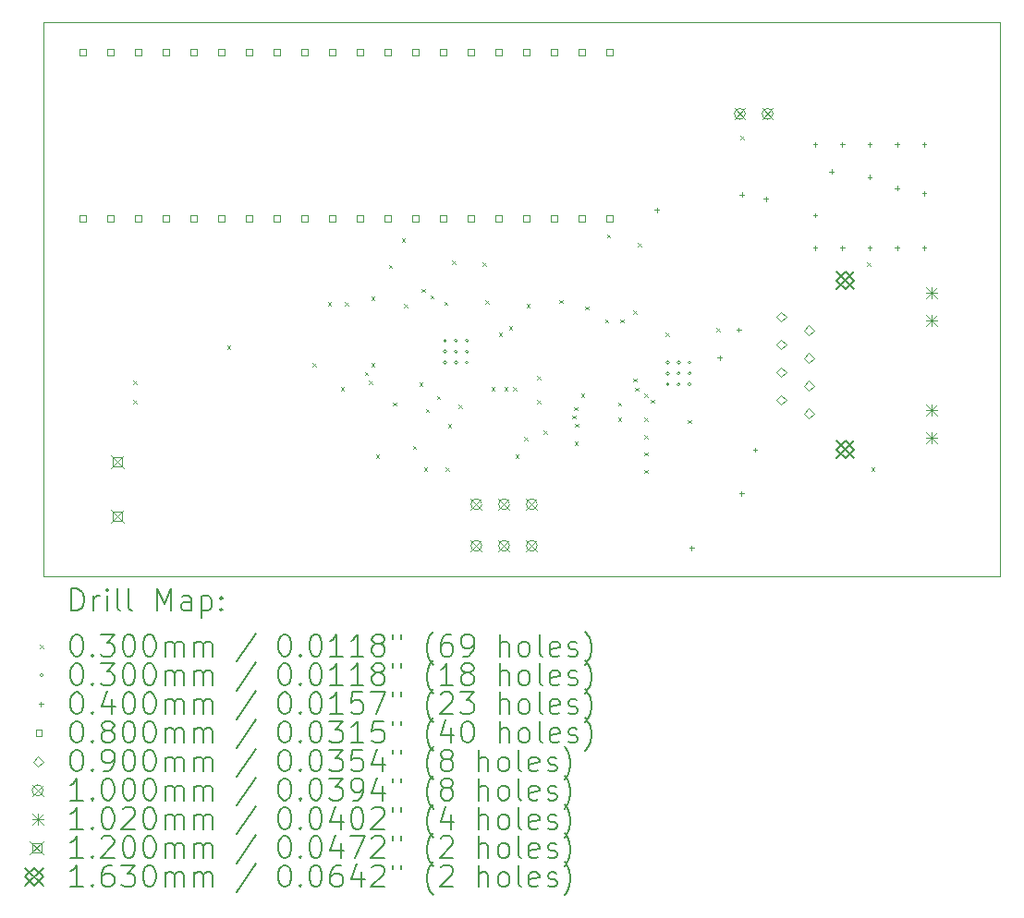
<source format=gbr>
%TF.GenerationSoftware,KiCad,Pcbnew,8.0.4*%
%TF.CreationDate,2024-09-14T16:47:45+09:00*%
%TF.ProjectId,100base-t1-converter,31303062-6173-4652-9d74-312d636f6e76,rev?*%
%TF.SameCoordinates,Original*%
%TF.FileFunction,Drillmap*%
%TF.FilePolarity,Positive*%
%FSLAX45Y45*%
G04 Gerber Fmt 4.5, Leading zero omitted, Abs format (unit mm)*
G04 Created by KiCad (PCBNEW 8.0.4) date 2024-09-14 16:47:45*
%MOMM*%
%LPD*%
G01*
G04 APERTURE LIST*
%ADD10C,0.050000*%
%ADD11C,0.200000*%
%ADD12C,0.100000*%
%ADD13C,0.102000*%
%ADD14C,0.120000*%
%ADD15C,0.163000*%
G04 APERTURE END LIST*
D10*
X16480000Y-12160000D02*
X25240000Y-12160000D01*
X16480000Y-7080000D02*
X16480000Y-12160000D01*
X25240000Y-7080000D02*
X16480000Y-7080000D01*
X25240000Y-12160000D02*
X25240000Y-7080000D01*
D11*
D12*
X17305000Y-10365000D02*
X17335000Y-10395000D01*
X17335000Y-10365000D02*
X17305000Y-10395000D01*
X17305000Y-10545000D02*
X17335000Y-10575000D01*
X17335000Y-10545000D02*
X17305000Y-10575000D01*
X18165000Y-10045000D02*
X18195000Y-10075000D01*
X18195000Y-10045000D02*
X18165000Y-10075000D01*
X18945000Y-10205000D02*
X18975000Y-10235000D01*
X18975000Y-10205000D02*
X18945000Y-10235000D01*
X19085000Y-9645000D02*
X19115000Y-9675000D01*
X19115000Y-9645000D02*
X19085000Y-9675000D01*
X19205000Y-10425000D02*
X19235000Y-10455000D01*
X19235000Y-10425000D02*
X19205000Y-10455000D01*
X19245000Y-9645000D02*
X19275000Y-9675000D01*
X19275000Y-9645000D02*
X19245000Y-9675000D01*
X19425000Y-10285000D02*
X19455000Y-10315000D01*
X19455000Y-10285000D02*
X19425000Y-10315000D01*
X19465000Y-10365000D02*
X19495000Y-10395000D01*
X19495000Y-10365000D02*
X19465000Y-10395000D01*
X19482621Y-9594256D02*
X19512621Y-9624256D01*
X19512621Y-9594256D02*
X19482621Y-9624256D01*
X19485000Y-10205000D02*
X19515000Y-10235000D01*
X19515000Y-10205000D02*
X19485000Y-10235000D01*
X19525000Y-11045000D02*
X19555000Y-11075000D01*
X19555000Y-11045000D02*
X19525000Y-11075000D01*
X19645000Y-9305000D02*
X19675000Y-9335000D01*
X19675000Y-9305000D02*
X19645000Y-9335000D01*
X19685000Y-10565000D02*
X19715000Y-10595000D01*
X19715000Y-10565000D02*
X19685000Y-10595000D01*
X19765000Y-9065000D02*
X19795000Y-9095000D01*
X19795000Y-9065000D02*
X19765000Y-9095000D01*
X19785000Y-9665000D02*
X19815000Y-9695000D01*
X19815000Y-9665000D02*
X19785000Y-9695000D01*
X19865000Y-10965000D02*
X19895000Y-10995000D01*
X19895000Y-10965000D02*
X19865000Y-10995000D01*
X19925000Y-10385000D02*
X19955000Y-10415000D01*
X19955000Y-10385000D02*
X19925000Y-10415000D01*
X19945000Y-9525000D02*
X19975000Y-9555000D01*
X19975000Y-9525000D02*
X19945000Y-9555000D01*
X19965000Y-11165000D02*
X19995000Y-11195000D01*
X19995000Y-11165000D02*
X19965000Y-11195000D01*
X19985000Y-10625000D02*
X20015000Y-10655000D01*
X20015000Y-10625000D02*
X19985000Y-10655000D01*
X20025000Y-9585000D02*
X20055000Y-9615000D01*
X20055000Y-9585000D02*
X20025000Y-9615000D01*
X20085000Y-10505000D02*
X20115000Y-10535000D01*
X20115000Y-10505000D02*
X20085000Y-10535000D01*
X20152621Y-9644256D02*
X20182621Y-9674256D01*
X20182621Y-9644256D02*
X20152621Y-9674256D01*
X20165000Y-11165000D02*
X20195000Y-11195000D01*
X20195000Y-11165000D02*
X20165000Y-11195000D01*
X20185000Y-10765000D02*
X20215000Y-10795000D01*
X20215000Y-10765000D02*
X20185000Y-10795000D01*
X20225000Y-9265000D02*
X20255000Y-9295000D01*
X20255000Y-9265000D02*
X20225000Y-9295000D01*
X20285000Y-10585000D02*
X20315000Y-10615000D01*
X20315000Y-10585000D02*
X20285000Y-10615000D01*
X20505000Y-9285000D02*
X20535000Y-9315000D01*
X20535000Y-9285000D02*
X20505000Y-9315000D01*
X20531994Y-9631994D02*
X20561994Y-9661994D01*
X20561994Y-9631994D02*
X20531994Y-9661994D01*
X20585000Y-10425000D02*
X20615000Y-10455000D01*
X20615000Y-10425000D02*
X20585000Y-10455000D01*
X20652057Y-9927379D02*
X20682057Y-9957379D01*
X20682057Y-9927379D02*
X20652057Y-9957379D01*
X20703083Y-10427379D02*
X20733083Y-10457379D01*
X20733083Y-10427379D02*
X20703083Y-10457379D01*
X20746898Y-9866898D02*
X20776898Y-9896898D01*
X20776898Y-9866898D02*
X20746898Y-9896898D01*
X20783085Y-10427379D02*
X20813085Y-10457379D01*
X20813085Y-10427379D02*
X20783085Y-10457379D01*
X20805000Y-11045000D02*
X20835000Y-11075000D01*
X20835000Y-11045000D02*
X20805000Y-11075000D01*
X20885000Y-10885000D02*
X20915000Y-10915000D01*
X20915000Y-10885000D02*
X20885000Y-10915000D01*
X20905000Y-9665000D02*
X20935000Y-9695000D01*
X20935000Y-9665000D02*
X20905000Y-9695000D01*
X21005000Y-10325000D02*
X21035000Y-10355000D01*
X21035000Y-10325000D02*
X21005000Y-10355000D01*
X21005000Y-10545000D02*
X21035000Y-10575000D01*
X21035000Y-10545000D02*
X21005000Y-10575000D01*
X21065000Y-10825000D02*
X21095000Y-10855000D01*
X21095000Y-10825000D02*
X21065000Y-10855000D01*
X21205000Y-9625000D02*
X21235000Y-9655000D01*
X21235000Y-9625000D02*
X21205000Y-9655000D01*
X21325000Y-10685000D02*
X21355000Y-10715000D01*
X21355000Y-10685000D02*
X21325000Y-10715000D01*
X21343896Y-10607262D02*
X21373896Y-10637262D01*
X21373896Y-10607262D02*
X21343896Y-10637262D01*
X21345000Y-10925000D02*
X21375000Y-10955000D01*
X21375000Y-10925000D02*
X21345000Y-10955000D01*
X21353126Y-10759894D02*
X21383126Y-10789894D01*
X21383126Y-10759894D02*
X21353126Y-10789894D01*
X21405000Y-10485000D02*
X21435000Y-10515000D01*
X21435000Y-10485000D02*
X21405000Y-10515000D01*
X21445000Y-9685000D02*
X21475000Y-9715000D01*
X21475000Y-9685000D02*
X21445000Y-9715000D01*
X21625000Y-9805000D02*
X21655000Y-9835000D01*
X21655000Y-9805000D02*
X21625000Y-9835000D01*
X21645000Y-9025000D02*
X21675000Y-9055000D01*
X21675000Y-9025000D02*
X21645000Y-9055000D01*
X21745000Y-10565000D02*
X21775000Y-10595000D01*
X21775000Y-10565000D02*
X21745000Y-10595000D01*
X21745000Y-10705000D02*
X21775000Y-10735000D01*
X21775000Y-10705000D02*
X21745000Y-10735000D01*
X21765000Y-9805000D02*
X21795000Y-9835000D01*
X21795000Y-9805000D02*
X21765000Y-9835000D01*
X21885000Y-9725000D02*
X21915000Y-9755000D01*
X21915000Y-9725000D02*
X21885000Y-9755000D01*
X21885000Y-10345000D02*
X21915000Y-10375000D01*
X21915000Y-10345000D02*
X21885000Y-10375000D01*
X21900405Y-10431453D02*
X21930405Y-10461453D01*
X21930405Y-10431453D02*
X21900405Y-10461453D01*
X21925000Y-9105000D02*
X21955000Y-9135000D01*
X21955000Y-9105000D02*
X21925000Y-9135000D01*
X21985000Y-10705000D02*
X22015000Y-10735000D01*
X22015000Y-10705000D02*
X21985000Y-10735000D01*
X21985000Y-10865000D02*
X22015000Y-10895000D01*
X22015000Y-10865000D02*
X21985000Y-10895000D01*
X21985000Y-11025000D02*
X22015000Y-11055000D01*
X22015000Y-11025000D02*
X21985000Y-11055000D01*
X21985000Y-11185000D02*
X22015000Y-11215000D01*
X22015000Y-11185000D02*
X21985000Y-11215000D01*
X21986274Y-10485673D02*
X22016274Y-10515673D01*
X22016274Y-10485673D02*
X21986274Y-10515673D01*
X22045000Y-10540000D02*
X22075000Y-10570000D01*
X22075000Y-10540000D02*
X22045000Y-10570000D01*
X22180396Y-9926751D02*
X22210396Y-9956751D01*
X22210396Y-9926751D02*
X22180396Y-9956751D01*
X22385000Y-10725000D02*
X22415000Y-10755000D01*
X22415000Y-10725000D02*
X22385000Y-10755000D01*
X22645000Y-9885000D02*
X22675000Y-9915000D01*
X22675000Y-9885000D02*
X22645000Y-9915000D01*
X22865000Y-8125000D02*
X22895000Y-8155000D01*
X22895000Y-8125000D02*
X22865000Y-8155000D01*
X24025000Y-9285000D02*
X24055000Y-9315000D01*
X24055000Y-9285000D02*
X24025000Y-9315000D01*
X24065000Y-11165000D02*
X24095000Y-11195000D01*
X24095000Y-11165000D02*
X24065000Y-11195000D01*
X20175000Y-10000000D02*
G75*
G02*
X20145000Y-10000000I-15000J0D01*
G01*
X20145000Y-10000000D02*
G75*
G02*
X20175000Y-10000000I15000J0D01*
G01*
X20175000Y-10100000D02*
G75*
G02*
X20145000Y-10100000I-15000J0D01*
G01*
X20145000Y-10100000D02*
G75*
G02*
X20175000Y-10100000I15000J0D01*
G01*
X20175000Y-10200000D02*
G75*
G02*
X20145000Y-10200000I-15000J0D01*
G01*
X20145000Y-10200000D02*
G75*
G02*
X20175000Y-10200000I15000J0D01*
G01*
X20275000Y-10000000D02*
G75*
G02*
X20245000Y-10000000I-15000J0D01*
G01*
X20245000Y-10000000D02*
G75*
G02*
X20275000Y-10000000I15000J0D01*
G01*
X20275000Y-10100000D02*
G75*
G02*
X20245000Y-10100000I-15000J0D01*
G01*
X20245000Y-10100000D02*
G75*
G02*
X20275000Y-10100000I15000J0D01*
G01*
X20275000Y-10200000D02*
G75*
G02*
X20245000Y-10200000I-15000J0D01*
G01*
X20245000Y-10200000D02*
G75*
G02*
X20275000Y-10200000I15000J0D01*
G01*
X20375000Y-10000000D02*
G75*
G02*
X20345000Y-10000000I-15000J0D01*
G01*
X20345000Y-10000000D02*
G75*
G02*
X20375000Y-10000000I15000J0D01*
G01*
X20375000Y-10100000D02*
G75*
G02*
X20345000Y-10100000I-15000J0D01*
G01*
X20345000Y-10100000D02*
G75*
G02*
X20375000Y-10100000I15000J0D01*
G01*
X20375000Y-10200000D02*
G75*
G02*
X20345000Y-10200000I-15000J0D01*
G01*
X20345000Y-10200000D02*
G75*
G02*
X20375000Y-10200000I15000J0D01*
G01*
X22215000Y-10200000D02*
G75*
G02*
X22185000Y-10200000I-15000J0D01*
G01*
X22185000Y-10200000D02*
G75*
G02*
X22215000Y-10200000I15000J0D01*
G01*
X22215000Y-10300000D02*
G75*
G02*
X22185000Y-10300000I-15000J0D01*
G01*
X22185000Y-10300000D02*
G75*
G02*
X22215000Y-10300000I15000J0D01*
G01*
X22215000Y-10400000D02*
G75*
G02*
X22185000Y-10400000I-15000J0D01*
G01*
X22185000Y-10400000D02*
G75*
G02*
X22215000Y-10400000I15000J0D01*
G01*
X22315000Y-10200000D02*
G75*
G02*
X22285000Y-10200000I-15000J0D01*
G01*
X22285000Y-10200000D02*
G75*
G02*
X22315000Y-10200000I15000J0D01*
G01*
X22315000Y-10300000D02*
G75*
G02*
X22285000Y-10300000I-15000J0D01*
G01*
X22285000Y-10300000D02*
G75*
G02*
X22315000Y-10300000I15000J0D01*
G01*
X22315000Y-10400000D02*
G75*
G02*
X22285000Y-10400000I-15000J0D01*
G01*
X22285000Y-10400000D02*
G75*
G02*
X22315000Y-10400000I15000J0D01*
G01*
X22415000Y-10200000D02*
G75*
G02*
X22385000Y-10200000I-15000J0D01*
G01*
X22385000Y-10200000D02*
G75*
G02*
X22415000Y-10200000I15000J0D01*
G01*
X22415000Y-10300000D02*
G75*
G02*
X22385000Y-10300000I-15000J0D01*
G01*
X22385000Y-10300000D02*
G75*
G02*
X22415000Y-10300000I15000J0D01*
G01*
X22415000Y-10400000D02*
G75*
G02*
X22385000Y-10400000I-15000J0D01*
G01*
X22385000Y-10400000D02*
G75*
G02*
X22415000Y-10400000I15000J0D01*
G01*
X22100000Y-8780000D02*
X22100000Y-8820000D01*
X22080000Y-8800000D02*
X22120000Y-8800000D01*
X22420000Y-11880000D02*
X22420000Y-11920000D01*
X22400000Y-11900000D02*
X22440000Y-11900000D01*
X22675000Y-10137500D02*
X22675000Y-10177500D01*
X22655000Y-10157500D02*
X22695000Y-10157500D01*
X22851500Y-9878500D02*
X22851500Y-9918500D01*
X22831500Y-9898500D02*
X22871500Y-9898500D01*
X22875000Y-11380000D02*
X22875000Y-11420000D01*
X22855000Y-11400000D02*
X22895000Y-11400000D01*
X22880000Y-8640000D02*
X22880000Y-8680000D01*
X22860000Y-8660000D02*
X22900000Y-8660000D01*
X23000000Y-10980000D02*
X23000000Y-11020000D01*
X22980000Y-11000000D02*
X23020000Y-11000000D01*
X23100000Y-8680000D02*
X23100000Y-8720000D01*
X23080000Y-8700000D02*
X23120000Y-8700000D01*
X23550000Y-8180000D02*
X23550000Y-8220000D01*
X23530000Y-8200000D02*
X23570000Y-8200000D01*
X23550000Y-8830000D02*
X23550000Y-8870000D01*
X23530000Y-8850000D02*
X23570000Y-8850000D01*
X23550000Y-9130000D02*
X23550000Y-9170000D01*
X23530000Y-9150000D02*
X23570000Y-9150000D01*
X23700000Y-8430000D02*
X23700000Y-8470000D01*
X23680000Y-8450000D02*
X23720000Y-8450000D01*
X23800000Y-8180000D02*
X23800000Y-8220000D01*
X23780000Y-8200000D02*
X23820000Y-8200000D01*
X23800000Y-9130000D02*
X23800000Y-9170000D01*
X23780000Y-9150000D02*
X23820000Y-9150000D01*
X24050000Y-8180000D02*
X24050000Y-8220000D01*
X24030000Y-8200000D02*
X24070000Y-8200000D01*
X24050000Y-8480000D02*
X24050000Y-8520000D01*
X24030000Y-8500000D02*
X24070000Y-8500000D01*
X24050000Y-9130000D02*
X24050000Y-9170000D01*
X24030000Y-9150000D02*
X24070000Y-9150000D01*
X24300000Y-8180000D02*
X24300000Y-8220000D01*
X24280000Y-8200000D02*
X24320000Y-8200000D01*
X24300000Y-8580000D02*
X24300000Y-8620000D01*
X24280000Y-8600000D02*
X24320000Y-8600000D01*
X24300000Y-9130000D02*
X24300000Y-9170000D01*
X24280000Y-9150000D02*
X24320000Y-9150000D01*
X24550000Y-8180000D02*
X24550000Y-8220000D01*
X24530000Y-8200000D02*
X24570000Y-8200000D01*
X24550000Y-8630000D02*
X24550000Y-8670000D01*
X24530000Y-8650000D02*
X24570000Y-8650000D01*
X24550000Y-9130000D02*
X24550000Y-9170000D01*
X24530000Y-9150000D02*
X24570000Y-9150000D01*
X16868285Y-7384284D02*
X16868285Y-7327715D01*
X16811716Y-7327715D01*
X16811716Y-7384284D01*
X16868285Y-7384284D01*
X16868285Y-8908285D02*
X16868285Y-8851716D01*
X16811716Y-8851716D01*
X16811716Y-8908285D01*
X16868285Y-8908285D01*
X17122285Y-7384284D02*
X17122285Y-7327715D01*
X17065716Y-7327715D01*
X17065716Y-7384284D01*
X17122285Y-7384284D01*
X17122285Y-8908285D02*
X17122285Y-8851716D01*
X17065716Y-8851716D01*
X17065716Y-8908285D01*
X17122285Y-8908285D01*
X17376285Y-7384284D02*
X17376285Y-7327715D01*
X17319716Y-7327715D01*
X17319716Y-7384284D01*
X17376285Y-7384284D01*
X17376285Y-8908285D02*
X17376285Y-8851716D01*
X17319716Y-8851716D01*
X17319716Y-8908285D01*
X17376285Y-8908285D01*
X17630285Y-7384284D02*
X17630285Y-7327715D01*
X17573716Y-7327715D01*
X17573716Y-7384284D01*
X17630285Y-7384284D01*
X17630285Y-8908285D02*
X17630285Y-8851716D01*
X17573716Y-8851716D01*
X17573716Y-8908285D01*
X17630285Y-8908285D01*
X17884285Y-7384284D02*
X17884285Y-7327715D01*
X17827716Y-7327715D01*
X17827716Y-7384284D01*
X17884285Y-7384284D01*
X17884285Y-8908285D02*
X17884285Y-8851716D01*
X17827716Y-8851716D01*
X17827716Y-8908285D01*
X17884285Y-8908285D01*
X18138285Y-7384284D02*
X18138285Y-7327715D01*
X18081716Y-7327715D01*
X18081716Y-7384284D01*
X18138285Y-7384284D01*
X18138285Y-8908285D02*
X18138285Y-8851716D01*
X18081716Y-8851716D01*
X18081716Y-8908285D01*
X18138285Y-8908285D01*
X18392285Y-7384284D02*
X18392285Y-7327715D01*
X18335716Y-7327715D01*
X18335716Y-7384284D01*
X18392285Y-7384284D01*
X18392285Y-8908285D02*
X18392285Y-8851716D01*
X18335716Y-8851716D01*
X18335716Y-8908285D01*
X18392285Y-8908285D01*
X18646285Y-7384284D02*
X18646285Y-7327715D01*
X18589716Y-7327715D01*
X18589716Y-7384284D01*
X18646285Y-7384284D01*
X18646285Y-8908285D02*
X18646285Y-8851716D01*
X18589716Y-8851716D01*
X18589716Y-8908285D01*
X18646285Y-8908285D01*
X18900285Y-7384284D02*
X18900285Y-7327715D01*
X18843716Y-7327715D01*
X18843716Y-7384284D01*
X18900285Y-7384284D01*
X18900285Y-8908285D02*
X18900285Y-8851716D01*
X18843716Y-8851716D01*
X18843716Y-8908285D01*
X18900285Y-8908285D01*
X19154285Y-7384284D02*
X19154285Y-7327715D01*
X19097716Y-7327715D01*
X19097716Y-7384284D01*
X19154285Y-7384284D01*
X19154285Y-8908285D02*
X19154285Y-8851716D01*
X19097716Y-8851716D01*
X19097716Y-8908285D01*
X19154285Y-8908285D01*
X19408285Y-7384284D02*
X19408285Y-7327715D01*
X19351716Y-7327715D01*
X19351716Y-7384284D01*
X19408285Y-7384284D01*
X19408285Y-8908285D02*
X19408285Y-8851716D01*
X19351716Y-8851716D01*
X19351716Y-8908285D01*
X19408285Y-8908285D01*
X19662285Y-7384284D02*
X19662285Y-7327715D01*
X19605716Y-7327715D01*
X19605716Y-7384284D01*
X19662285Y-7384284D01*
X19662285Y-8908285D02*
X19662285Y-8851716D01*
X19605716Y-8851716D01*
X19605716Y-8908285D01*
X19662285Y-8908285D01*
X19916285Y-7384284D02*
X19916285Y-7327715D01*
X19859716Y-7327715D01*
X19859716Y-7384284D01*
X19916285Y-7384284D01*
X19916285Y-8908285D02*
X19916285Y-8851716D01*
X19859716Y-8851716D01*
X19859716Y-8908285D01*
X19916285Y-8908285D01*
X20170285Y-7384284D02*
X20170285Y-7327715D01*
X20113716Y-7327715D01*
X20113716Y-7384284D01*
X20170285Y-7384284D01*
X20170285Y-8908285D02*
X20170285Y-8851716D01*
X20113716Y-8851716D01*
X20113716Y-8908285D01*
X20170285Y-8908285D01*
X20424285Y-7384284D02*
X20424285Y-7327715D01*
X20367716Y-7327715D01*
X20367716Y-7384284D01*
X20424285Y-7384284D01*
X20424285Y-8908285D02*
X20424285Y-8851716D01*
X20367716Y-8851716D01*
X20367716Y-8908285D01*
X20424285Y-8908285D01*
X20678285Y-7384284D02*
X20678285Y-7327715D01*
X20621716Y-7327715D01*
X20621716Y-7384284D01*
X20678285Y-7384284D01*
X20678285Y-8908285D02*
X20678285Y-8851716D01*
X20621716Y-8851716D01*
X20621716Y-8908285D01*
X20678285Y-8908285D01*
X20932285Y-7384284D02*
X20932285Y-7327715D01*
X20875716Y-7327715D01*
X20875716Y-7384284D01*
X20932285Y-7384284D01*
X20932285Y-8908285D02*
X20932285Y-8851716D01*
X20875716Y-8851716D01*
X20875716Y-8908285D01*
X20932285Y-8908285D01*
X21186285Y-7384284D02*
X21186285Y-7327715D01*
X21129716Y-7327715D01*
X21129716Y-7384284D01*
X21186285Y-7384284D01*
X21186285Y-8908285D02*
X21186285Y-8851716D01*
X21129716Y-8851716D01*
X21129716Y-8908285D01*
X21186285Y-8908285D01*
X21440285Y-7384284D02*
X21440285Y-7327715D01*
X21383716Y-7327715D01*
X21383716Y-7384284D01*
X21440285Y-7384284D01*
X21440285Y-8908285D02*
X21440285Y-8851716D01*
X21383716Y-8851716D01*
X21383716Y-8908285D01*
X21440285Y-8908285D01*
X21694285Y-7384284D02*
X21694285Y-7327715D01*
X21637716Y-7327715D01*
X21637716Y-7384284D01*
X21694285Y-7384284D01*
X21694285Y-8908285D02*
X21694285Y-8851716D01*
X21637716Y-8851716D01*
X21637716Y-8908285D01*
X21694285Y-8908285D01*
X23241000Y-9825000D02*
X23286000Y-9780000D01*
X23241000Y-9735000D01*
X23196000Y-9780000D01*
X23241000Y-9825000D01*
X23241000Y-10079000D02*
X23286000Y-10034000D01*
X23241000Y-9989000D01*
X23196000Y-10034000D01*
X23241000Y-10079000D01*
X23241000Y-10333000D02*
X23286000Y-10288000D01*
X23241000Y-10243000D01*
X23196000Y-10288000D01*
X23241000Y-10333000D01*
X23241000Y-10587000D02*
X23286000Y-10542000D01*
X23241000Y-10497000D01*
X23196000Y-10542000D01*
X23241000Y-10587000D01*
X23495000Y-9951000D02*
X23540000Y-9906000D01*
X23495000Y-9861000D01*
X23450000Y-9906000D01*
X23495000Y-9951000D01*
X23495000Y-10205000D02*
X23540000Y-10160000D01*
X23495000Y-10115000D01*
X23450000Y-10160000D01*
X23495000Y-10205000D01*
X23495000Y-10459000D02*
X23540000Y-10414000D01*
X23495000Y-10369000D01*
X23450000Y-10414000D01*
X23495000Y-10459000D01*
X23495000Y-10713000D02*
X23540000Y-10668000D01*
X23495000Y-10623000D01*
X23450000Y-10668000D01*
X23495000Y-10713000D01*
X20396000Y-11450000D02*
X20496000Y-11550000D01*
X20496000Y-11450000D02*
X20396000Y-11550000D01*
X20496000Y-11500000D02*
G75*
G02*
X20396000Y-11500000I-50000J0D01*
G01*
X20396000Y-11500000D02*
G75*
G02*
X20496000Y-11500000I50000J0D01*
G01*
X20396000Y-11830000D02*
X20496000Y-11930000D01*
X20496000Y-11830000D02*
X20396000Y-11930000D01*
X20496000Y-11880000D02*
G75*
G02*
X20396000Y-11880000I-50000J0D01*
G01*
X20396000Y-11880000D02*
G75*
G02*
X20496000Y-11880000I50000J0D01*
G01*
X20650000Y-11450000D02*
X20750000Y-11550000D01*
X20750000Y-11450000D02*
X20650000Y-11550000D01*
X20750000Y-11500000D02*
G75*
G02*
X20650000Y-11500000I-50000J0D01*
G01*
X20650000Y-11500000D02*
G75*
G02*
X20750000Y-11500000I50000J0D01*
G01*
X20650000Y-11830000D02*
X20750000Y-11930000D01*
X20750000Y-11830000D02*
X20650000Y-11930000D01*
X20750000Y-11880000D02*
G75*
G02*
X20650000Y-11880000I-50000J0D01*
G01*
X20650000Y-11880000D02*
G75*
G02*
X20750000Y-11880000I50000J0D01*
G01*
X20904000Y-11450000D02*
X21004000Y-11550000D01*
X21004000Y-11450000D02*
X20904000Y-11550000D01*
X21004000Y-11500000D02*
G75*
G02*
X20904000Y-11500000I-50000J0D01*
G01*
X20904000Y-11500000D02*
G75*
G02*
X21004000Y-11500000I50000J0D01*
G01*
X20904000Y-11830000D02*
X21004000Y-11930000D01*
X21004000Y-11830000D02*
X20904000Y-11930000D01*
X21004000Y-11880000D02*
G75*
G02*
X20904000Y-11880000I-50000J0D01*
G01*
X20904000Y-11880000D02*
G75*
G02*
X21004000Y-11880000I50000J0D01*
G01*
X22810000Y-7870000D02*
X22910000Y-7970000D01*
X22910000Y-7870000D02*
X22810000Y-7970000D01*
X22910000Y-7920000D02*
G75*
G02*
X22810000Y-7920000I-50000J0D01*
G01*
X22810000Y-7920000D02*
G75*
G02*
X22910000Y-7920000I50000J0D01*
G01*
X23064000Y-7870000D02*
X23164000Y-7970000D01*
X23164000Y-7870000D02*
X23064000Y-7970000D01*
X23164000Y-7920000D02*
G75*
G02*
X23064000Y-7920000I-50000J0D01*
G01*
X23064000Y-7920000D02*
G75*
G02*
X23164000Y-7920000I50000J0D01*
G01*
D13*
X24570000Y-9510500D02*
X24672000Y-9612500D01*
X24672000Y-9510500D02*
X24570000Y-9612500D01*
X24621000Y-9510500D02*
X24621000Y-9612500D01*
X24570000Y-9561500D02*
X24672000Y-9561500D01*
X24570000Y-9764500D02*
X24672000Y-9866500D01*
X24672000Y-9764500D02*
X24570000Y-9866500D01*
X24621000Y-9764500D02*
X24621000Y-9866500D01*
X24570000Y-9815500D02*
X24672000Y-9815500D01*
X24570000Y-10581500D02*
X24672000Y-10683500D01*
X24672000Y-10581500D02*
X24570000Y-10683500D01*
X24621000Y-10581500D02*
X24621000Y-10683500D01*
X24570000Y-10632500D02*
X24672000Y-10632500D01*
X24570000Y-10835500D02*
X24672000Y-10937500D01*
X24672000Y-10835500D02*
X24570000Y-10937500D01*
X24621000Y-10835500D02*
X24621000Y-10937500D01*
X24570000Y-10886500D02*
X24672000Y-10886500D01*
D14*
X17100000Y-11050000D02*
X17220000Y-11170000D01*
X17220000Y-11050000D02*
X17100000Y-11170000D01*
X17202427Y-11152427D02*
X17202427Y-11067573D01*
X17117573Y-11067573D01*
X17117573Y-11152427D01*
X17202427Y-11152427D01*
X17100000Y-11550000D02*
X17220000Y-11670000D01*
X17220000Y-11550000D02*
X17100000Y-11670000D01*
X17202427Y-11652427D02*
X17202427Y-11567573D01*
X17117573Y-11567573D01*
X17117573Y-11652427D01*
X17202427Y-11652427D01*
D15*
X23744500Y-9368000D02*
X23907500Y-9531000D01*
X23907500Y-9368000D02*
X23744500Y-9531000D01*
X23826000Y-9531000D02*
X23907500Y-9449500D01*
X23826000Y-9368000D01*
X23744500Y-9449500D01*
X23826000Y-9531000D01*
X23744500Y-10917000D02*
X23907500Y-11080000D01*
X23907500Y-10917000D02*
X23744500Y-11080000D01*
X23826000Y-11080000D02*
X23907500Y-10998500D01*
X23826000Y-10917000D01*
X23744500Y-10998500D01*
X23826000Y-11080000D01*
D11*
X16738277Y-12473984D02*
X16738277Y-12273984D01*
X16738277Y-12273984D02*
X16785896Y-12273984D01*
X16785896Y-12273984D02*
X16814467Y-12283508D01*
X16814467Y-12283508D02*
X16833515Y-12302555D01*
X16833515Y-12302555D02*
X16843039Y-12321603D01*
X16843039Y-12321603D02*
X16852563Y-12359698D01*
X16852563Y-12359698D02*
X16852563Y-12388269D01*
X16852563Y-12388269D02*
X16843039Y-12426365D01*
X16843039Y-12426365D02*
X16833515Y-12445412D01*
X16833515Y-12445412D02*
X16814467Y-12464460D01*
X16814467Y-12464460D02*
X16785896Y-12473984D01*
X16785896Y-12473984D02*
X16738277Y-12473984D01*
X16938277Y-12473984D02*
X16938277Y-12340650D01*
X16938277Y-12378746D02*
X16947801Y-12359698D01*
X16947801Y-12359698D02*
X16957324Y-12350174D01*
X16957324Y-12350174D02*
X16976372Y-12340650D01*
X16976372Y-12340650D02*
X16995420Y-12340650D01*
X17062086Y-12473984D02*
X17062086Y-12340650D01*
X17062086Y-12273984D02*
X17052563Y-12283508D01*
X17052563Y-12283508D02*
X17062086Y-12293031D01*
X17062086Y-12293031D02*
X17071610Y-12283508D01*
X17071610Y-12283508D02*
X17062086Y-12273984D01*
X17062086Y-12273984D02*
X17062086Y-12293031D01*
X17185896Y-12473984D02*
X17166848Y-12464460D01*
X17166848Y-12464460D02*
X17157324Y-12445412D01*
X17157324Y-12445412D02*
X17157324Y-12273984D01*
X17290658Y-12473984D02*
X17271610Y-12464460D01*
X17271610Y-12464460D02*
X17262086Y-12445412D01*
X17262086Y-12445412D02*
X17262086Y-12273984D01*
X17519229Y-12473984D02*
X17519229Y-12273984D01*
X17519229Y-12273984D02*
X17585896Y-12416841D01*
X17585896Y-12416841D02*
X17652563Y-12273984D01*
X17652563Y-12273984D02*
X17652563Y-12473984D01*
X17833515Y-12473984D02*
X17833515Y-12369222D01*
X17833515Y-12369222D02*
X17823991Y-12350174D01*
X17823991Y-12350174D02*
X17804944Y-12340650D01*
X17804944Y-12340650D02*
X17766848Y-12340650D01*
X17766848Y-12340650D02*
X17747801Y-12350174D01*
X17833515Y-12464460D02*
X17814467Y-12473984D01*
X17814467Y-12473984D02*
X17766848Y-12473984D01*
X17766848Y-12473984D02*
X17747801Y-12464460D01*
X17747801Y-12464460D02*
X17738277Y-12445412D01*
X17738277Y-12445412D02*
X17738277Y-12426365D01*
X17738277Y-12426365D02*
X17747801Y-12407317D01*
X17747801Y-12407317D02*
X17766848Y-12397793D01*
X17766848Y-12397793D02*
X17814467Y-12397793D01*
X17814467Y-12397793D02*
X17833515Y-12388269D01*
X17928753Y-12340650D02*
X17928753Y-12540650D01*
X17928753Y-12350174D02*
X17947801Y-12340650D01*
X17947801Y-12340650D02*
X17985896Y-12340650D01*
X17985896Y-12340650D02*
X18004944Y-12350174D01*
X18004944Y-12350174D02*
X18014467Y-12359698D01*
X18014467Y-12359698D02*
X18023991Y-12378746D01*
X18023991Y-12378746D02*
X18023991Y-12435888D01*
X18023991Y-12435888D02*
X18014467Y-12454936D01*
X18014467Y-12454936D02*
X18004944Y-12464460D01*
X18004944Y-12464460D02*
X17985896Y-12473984D01*
X17985896Y-12473984D02*
X17947801Y-12473984D01*
X17947801Y-12473984D02*
X17928753Y-12464460D01*
X18109705Y-12454936D02*
X18119229Y-12464460D01*
X18119229Y-12464460D02*
X18109705Y-12473984D01*
X18109705Y-12473984D02*
X18100182Y-12464460D01*
X18100182Y-12464460D02*
X18109705Y-12454936D01*
X18109705Y-12454936D02*
X18109705Y-12473984D01*
X18109705Y-12350174D02*
X18119229Y-12359698D01*
X18119229Y-12359698D02*
X18109705Y-12369222D01*
X18109705Y-12369222D02*
X18100182Y-12359698D01*
X18100182Y-12359698D02*
X18109705Y-12350174D01*
X18109705Y-12350174D02*
X18109705Y-12369222D01*
D12*
X16447500Y-12787500D02*
X16477500Y-12817500D01*
X16477500Y-12787500D02*
X16447500Y-12817500D01*
D11*
X16776372Y-12693984D02*
X16795420Y-12693984D01*
X16795420Y-12693984D02*
X16814467Y-12703508D01*
X16814467Y-12703508D02*
X16823991Y-12713031D01*
X16823991Y-12713031D02*
X16833515Y-12732079D01*
X16833515Y-12732079D02*
X16843039Y-12770174D01*
X16843039Y-12770174D02*
X16843039Y-12817793D01*
X16843039Y-12817793D02*
X16833515Y-12855888D01*
X16833515Y-12855888D02*
X16823991Y-12874936D01*
X16823991Y-12874936D02*
X16814467Y-12884460D01*
X16814467Y-12884460D02*
X16795420Y-12893984D01*
X16795420Y-12893984D02*
X16776372Y-12893984D01*
X16776372Y-12893984D02*
X16757324Y-12884460D01*
X16757324Y-12884460D02*
X16747801Y-12874936D01*
X16747801Y-12874936D02*
X16738277Y-12855888D01*
X16738277Y-12855888D02*
X16728753Y-12817793D01*
X16728753Y-12817793D02*
X16728753Y-12770174D01*
X16728753Y-12770174D02*
X16738277Y-12732079D01*
X16738277Y-12732079D02*
X16747801Y-12713031D01*
X16747801Y-12713031D02*
X16757324Y-12703508D01*
X16757324Y-12703508D02*
X16776372Y-12693984D01*
X16928753Y-12874936D02*
X16938277Y-12884460D01*
X16938277Y-12884460D02*
X16928753Y-12893984D01*
X16928753Y-12893984D02*
X16919229Y-12884460D01*
X16919229Y-12884460D02*
X16928753Y-12874936D01*
X16928753Y-12874936D02*
X16928753Y-12893984D01*
X17004944Y-12693984D02*
X17128753Y-12693984D01*
X17128753Y-12693984D02*
X17062086Y-12770174D01*
X17062086Y-12770174D02*
X17090658Y-12770174D01*
X17090658Y-12770174D02*
X17109705Y-12779698D01*
X17109705Y-12779698D02*
X17119229Y-12789222D01*
X17119229Y-12789222D02*
X17128753Y-12808269D01*
X17128753Y-12808269D02*
X17128753Y-12855888D01*
X17128753Y-12855888D02*
X17119229Y-12874936D01*
X17119229Y-12874936D02*
X17109705Y-12884460D01*
X17109705Y-12884460D02*
X17090658Y-12893984D01*
X17090658Y-12893984D02*
X17033515Y-12893984D01*
X17033515Y-12893984D02*
X17014467Y-12884460D01*
X17014467Y-12884460D02*
X17004944Y-12874936D01*
X17252563Y-12693984D02*
X17271610Y-12693984D01*
X17271610Y-12693984D02*
X17290658Y-12703508D01*
X17290658Y-12703508D02*
X17300182Y-12713031D01*
X17300182Y-12713031D02*
X17309705Y-12732079D01*
X17309705Y-12732079D02*
X17319229Y-12770174D01*
X17319229Y-12770174D02*
X17319229Y-12817793D01*
X17319229Y-12817793D02*
X17309705Y-12855888D01*
X17309705Y-12855888D02*
X17300182Y-12874936D01*
X17300182Y-12874936D02*
X17290658Y-12884460D01*
X17290658Y-12884460D02*
X17271610Y-12893984D01*
X17271610Y-12893984D02*
X17252563Y-12893984D01*
X17252563Y-12893984D02*
X17233515Y-12884460D01*
X17233515Y-12884460D02*
X17223991Y-12874936D01*
X17223991Y-12874936D02*
X17214467Y-12855888D01*
X17214467Y-12855888D02*
X17204944Y-12817793D01*
X17204944Y-12817793D02*
X17204944Y-12770174D01*
X17204944Y-12770174D02*
X17214467Y-12732079D01*
X17214467Y-12732079D02*
X17223991Y-12713031D01*
X17223991Y-12713031D02*
X17233515Y-12703508D01*
X17233515Y-12703508D02*
X17252563Y-12693984D01*
X17443039Y-12693984D02*
X17462086Y-12693984D01*
X17462086Y-12693984D02*
X17481134Y-12703508D01*
X17481134Y-12703508D02*
X17490658Y-12713031D01*
X17490658Y-12713031D02*
X17500182Y-12732079D01*
X17500182Y-12732079D02*
X17509705Y-12770174D01*
X17509705Y-12770174D02*
X17509705Y-12817793D01*
X17509705Y-12817793D02*
X17500182Y-12855888D01*
X17500182Y-12855888D02*
X17490658Y-12874936D01*
X17490658Y-12874936D02*
X17481134Y-12884460D01*
X17481134Y-12884460D02*
X17462086Y-12893984D01*
X17462086Y-12893984D02*
X17443039Y-12893984D01*
X17443039Y-12893984D02*
X17423991Y-12884460D01*
X17423991Y-12884460D02*
X17414467Y-12874936D01*
X17414467Y-12874936D02*
X17404944Y-12855888D01*
X17404944Y-12855888D02*
X17395420Y-12817793D01*
X17395420Y-12817793D02*
X17395420Y-12770174D01*
X17395420Y-12770174D02*
X17404944Y-12732079D01*
X17404944Y-12732079D02*
X17414467Y-12713031D01*
X17414467Y-12713031D02*
X17423991Y-12703508D01*
X17423991Y-12703508D02*
X17443039Y-12693984D01*
X17595420Y-12893984D02*
X17595420Y-12760650D01*
X17595420Y-12779698D02*
X17604944Y-12770174D01*
X17604944Y-12770174D02*
X17623991Y-12760650D01*
X17623991Y-12760650D02*
X17652563Y-12760650D01*
X17652563Y-12760650D02*
X17671610Y-12770174D01*
X17671610Y-12770174D02*
X17681134Y-12789222D01*
X17681134Y-12789222D02*
X17681134Y-12893984D01*
X17681134Y-12789222D02*
X17690658Y-12770174D01*
X17690658Y-12770174D02*
X17709705Y-12760650D01*
X17709705Y-12760650D02*
X17738277Y-12760650D01*
X17738277Y-12760650D02*
X17757325Y-12770174D01*
X17757325Y-12770174D02*
X17766848Y-12789222D01*
X17766848Y-12789222D02*
X17766848Y-12893984D01*
X17862086Y-12893984D02*
X17862086Y-12760650D01*
X17862086Y-12779698D02*
X17871610Y-12770174D01*
X17871610Y-12770174D02*
X17890658Y-12760650D01*
X17890658Y-12760650D02*
X17919229Y-12760650D01*
X17919229Y-12760650D02*
X17938277Y-12770174D01*
X17938277Y-12770174D02*
X17947801Y-12789222D01*
X17947801Y-12789222D02*
X17947801Y-12893984D01*
X17947801Y-12789222D02*
X17957325Y-12770174D01*
X17957325Y-12770174D02*
X17976372Y-12760650D01*
X17976372Y-12760650D02*
X18004944Y-12760650D01*
X18004944Y-12760650D02*
X18023991Y-12770174D01*
X18023991Y-12770174D02*
X18033515Y-12789222D01*
X18033515Y-12789222D02*
X18033515Y-12893984D01*
X18423991Y-12684460D02*
X18252563Y-12941603D01*
X18681134Y-12693984D02*
X18700182Y-12693984D01*
X18700182Y-12693984D02*
X18719229Y-12703508D01*
X18719229Y-12703508D02*
X18728753Y-12713031D01*
X18728753Y-12713031D02*
X18738277Y-12732079D01*
X18738277Y-12732079D02*
X18747801Y-12770174D01*
X18747801Y-12770174D02*
X18747801Y-12817793D01*
X18747801Y-12817793D02*
X18738277Y-12855888D01*
X18738277Y-12855888D02*
X18728753Y-12874936D01*
X18728753Y-12874936D02*
X18719229Y-12884460D01*
X18719229Y-12884460D02*
X18700182Y-12893984D01*
X18700182Y-12893984D02*
X18681134Y-12893984D01*
X18681134Y-12893984D02*
X18662087Y-12884460D01*
X18662087Y-12884460D02*
X18652563Y-12874936D01*
X18652563Y-12874936D02*
X18643039Y-12855888D01*
X18643039Y-12855888D02*
X18633515Y-12817793D01*
X18633515Y-12817793D02*
X18633515Y-12770174D01*
X18633515Y-12770174D02*
X18643039Y-12732079D01*
X18643039Y-12732079D02*
X18652563Y-12713031D01*
X18652563Y-12713031D02*
X18662087Y-12703508D01*
X18662087Y-12703508D02*
X18681134Y-12693984D01*
X18833515Y-12874936D02*
X18843039Y-12884460D01*
X18843039Y-12884460D02*
X18833515Y-12893984D01*
X18833515Y-12893984D02*
X18823991Y-12884460D01*
X18823991Y-12884460D02*
X18833515Y-12874936D01*
X18833515Y-12874936D02*
X18833515Y-12893984D01*
X18966848Y-12693984D02*
X18985896Y-12693984D01*
X18985896Y-12693984D02*
X19004944Y-12703508D01*
X19004944Y-12703508D02*
X19014468Y-12713031D01*
X19014468Y-12713031D02*
X19023991Y-12732079D01*
X19023991Y-12732079D02*
X19033515Y-12770174D01*
X19033515Y-12770174D02*
X19033515Y-12817793D01*
X19033515Y-12817793D02*
X19023991Y-12855888D01*
X19023991Y-12855888D02*
X19014468Y-12874936D01*
X19014468Y-12874936D02*
X19004944Y-12884460D01*
X19004944Y-12884460D02*
X18985896Y-12893984D01*
X18985896Y-12893984D02*
X18966848Y-12893984D01*
X18966848Y-12893984D02*
X18947801Y-12884460D01*
X18947801Y-12884460D02*
X18938277Y-12874936D01*
X18938277Y-12874936D02*
X18928753Y-12855888D01*
X18928753Y-12855888D02*
X18919229Y-12817793D01*
X18919229Y-12817793D02*
X18919229Y-12770174D01*
X18919229Y-12770174D02*
X18928753Y-12732079D01*
X18928753Y-12732079D02*
X18938277Y-12713031D01*
X18938277Y-12713031D02*
X18947801Y-12703508D01*
X18947801Y-12703508D02*
X18966848Y-12693984D01*
X19223991Y-12893984D02*
X19109706Y-12893984D01*
X19166848Y-12893984D02*
X19166848Y-12693984D01*
X19166848Y-12693984D02*
X19147801Y-12722555D01*
X19147801Y-12722555D02*
X19128753Y-12741603D01*
X19128753Y-12741603D02*
X19109706Y-12751127D01*
X19414468Y-12893984D02*
X19300182Y-12893984D01*
X19357325Y-12893984D02*
X19357325Y-12693984D01*
X19357325Y-12693984D02*
X19338277Y-12722555D01*
X19338277Y-12722555D02*
X19319229Y-12741603D01*
X19319229Y-12741603D02*
X19300182Y-12751127D01*
X19528753Y-12779698D02*
X19509706Y-12770174D01*
X19509706Y-12770174D02*
X19500182Y-12760650D01*
X19500182Y-12760650D02*
X19490658Y-12741603D01*
X19490658Y-12741603D02*
X19490658Y-12732079D01*
X19490658Y-12732079D02*
X19500182Y-12713031D01*
X19500182Y-12713031D02*
X19509706Y-12703508D01*
X19509706Y-12703508D02*
X19528753Y-12693984D01*
X19528753Y-12693984D02*
X19566849Y-12693984D01*
X19566849Y-12693984D02*
X19585896Y-12703508D01*
X19585896Y-12703508D02*
X19595420Y-12713031D01*
X19595420Y-12713031D02*
X19604944Y-12732079D01*
X19604944Y-12732079D02*
X19604944Y-12741603D01*
X19604944Y-12741603D02*
X19595420Y-12760650D01*
X19595420Y-12760650D02*
X19585896Y-12770174D01*
X19585896Y-12770174D02*
X19566849Y-12779698D01*
X19566849Y-12779698D02*
X19528753Y-12779698D01*
X19528753Y-12779698D02*
X19509706Y-12789222D01*
X19509706Y-12789222D02*
X19500182Y-12798746D01*
X19500182Y-12798746D02*
X19490658Y-12817793D01*
X19490658Y-12817793D02*
X19490658Y-12855888D01*
X19490658Y-12855888D02*
X19500182Y-12874936D01*
X19500182Y-12874936D02*
X19509706Y-12884460D01*
X19509706Y-12884460D02*
X19528753Y-12893984D01*
X19528753Y-12893984D02*
X19566849Y-12893984D01*
X19566849Y-12893984D02*
X19585896Y-12884460D01*
X19585896Y-12884460D02*
X19595420Y-12874936D01*
X19595420Y-12874936D02*
X19604944Y-12855888D01*
X19604944Y-12855888D02*
X19604944Y-12817793D01*
X19604944Y-12817793D02*
X19595420Y-12798746D01*
X19595420Y-12798746D02*
X19585896Y-12789222D01*
X19585896Y-12789222D02*
X19566849Y-12779698D01*
X19681134Y-12693984D02*
X19681134Y-12732079D01*
X19757325Y-12693984D02*
X19757325Y-12732079D01*
X20052563Y-12970174D02*
X20043039Y-12960650D01*
X20043039Y-12960650D02*
X20023991Y-12932079D01*
X20023991Y-12932079D02*
X20014468Y-12913031D01*
X20014468Y-12913031D02*
X20004944Y-12884460D01*
X20004944Y-12884460D02*
X19995420Y-12836841D01*
X19995420Y-12836841D02*
X19995420Y-12798746D01*
X19995420Y-12798746D02*
X20004944Y-12751127D01*
X20004944Y-12751127D02*
X20014468Y-12722555D01*
X20014468Y-12722555D02*
X20023991Y-12703508D01*
X20023991Y-12703508D02*
X20043039Y-12674936D01*
X20043039Y-12674936D02*
X20052563Y-12665412D01*
X20214468Y-12693984D02*
X20176372Y-12693984D01*
X20176372Y-12693984D02*
X20157325Y-12703508D01*
X20157325Y-12703508D02*
X20147801Y-12713031D01*
X20147801Y-12713031D02*
X20128753Y-12741603D01*
X20128753Y-12741603D02*
X20119230Y-12779698D01*
X20119230Y-12779698D02*
X20119230Y-12855888D01*
X20119230Y-12855888D02*
X20128753Y-12874936D01*
X20128753Y-12874936D02*
X20138277Y-12884460D01*
X20138277Y-12884460D02*
X20157325Y-12893984D01*
X20157325Y-12893984D02*
X20195420Y-12893984D01*
X20195420Y-12893984D02*
X20214468Y-12884460D01*
X20214468Y-12884460D02*
X20223991Y-12874936D01*
X20223991Y-12874936D02*
X20233515Y-12855888D01*
X20233515Y-12855888D02*
X20233515Y-12808269D01*
X20233515Y-12808269D02*
X20223991Y-12789222D01*
X20223991Y-12789222D02*
X20214468Y-12779698D01*
X20214468Y-12779698D02*
X20195420Y-12770174D01*
X20195420Y-12770174D02*
X20157325Y-12770174D01*
X20157325Y-12770174D02*
X20138277Y-12779698D01*
X20138277Y-12779698D02*
X20128753Y-12789222D01*
X20128753Y-12789222D02*
X20119230Y-12808269D01*
X20328753Y-12893984D02*
X20366849Y-12893984D01*
X20366849Y-12893984D02*
X20385896Y-12884460D01*
X20385896Y-12884460D02*
X20395420Y-12874936D01*
X20395420Y-12874936D02*
X20414468Y-12846365D01*
X20414468Y-12846365D02*
X20423991Y-12808269D01*
X20423991Y-12808269D02*
X20423991Y-12732079D01*
X20423991Y-12732079D02*
X20414468Y-12713031D01*
X20414468Y-12713031D02*
X20404944Y-12703508D01*
X20404944Y-12703508D02*
X20385896Y-12693984D01*
X20385896Y-12693984D02*
X20347801Y-12693984D01*
X20347801Y-12693984D02*
X20328753Y-12703508D01*
X20328753Y-12703508D02*
X20319230Y-12713031D01*
X20319230Y-12713031D02*
X20309706Y-12732079D01*
X20309706Y-12732079D02*
X20309706Y-12779698D01*
X20309706Y-12779698D02*
X20319230Y-12798746D01*
X20319230Y-12798746D02*
X20328753Y-12808269D01*
X20328753Y-12808269D02*
X20347801Y-12817793D01*
X20347801Y-12817793D02*
X20385896Y-12817793D01*
X20385896Y-12817793D02*
X20404944Y-12808269D01*
X20404944Y-12808269D02*
X20414468Y-12798746D01*
X20414468Y-12798746D02*
X20423991Y-12779698D01*
X20662087Y-12893984D02*
X20662087Y-12693984D01*
X20747801Y-12893984D02*
X20747801Y-12789222D01*
X20747801Y-12789222D02*
X20738277Y-12770174D01*
X20738277Y-12770174D02*
X20719230Y-12760650D01*
X20719230Y-12760650D02*
X20690658Y-12760650D01*
X20690658Y-12760650D02*
X20671611Y-12770174D01*
X20671611Y-12770174D02*
X20662087Y-12779698D01*
X20871611Y-12893984D02*
X20852563Y-12884460D01*
X20852563Y-12884460D02*
X20843039Y-12874936D01*
X20843039Y-12874936D02*
X20833515Y-12855888D01*
X20833515Y-12855888D02*
X20833515Y-12798746D01*
X20833515Y-12798746D02*
X20843039Y-12779698D01*
X20843039Y-12779698D02*
X20852563Y-12770174D01*
X20852563Y-12770174D02*
X20871611Y-12760650D01*
X20871611Y-12760650D02*
X20900182Y-12760650D01*
X20900182Y-12760650D02*
X20919230Y-12770174D01*
X20919230Y-12770174D02*
X20928753Y-12779698D01*
X20928753Y-12779698D02*
X20938277Y-12798746D01*
X20938277Y-12798746D02*
X20938277Y-12855888D01*
X20938277Y-12855888D02*
X20928753Y-12874936D01*
X20928753Y-12874936D02*
X20919230Y-12884460D01*
X20919230Y-12884460D02*
X20900182Y-12893984D01*
X20900182Y-12893984D02*
X20871611Y-12893984D01*
X21052563Y-12893984D02*
X21033515Y-12884460D01*
X21033515Y-12884460D02*
X21023992Y-12865412D01*
X21023992Y-12865412D02*
X21023992Y-12693984D01*
X21204944Y-12884460D02*
X21185896Y-12893984D01*
X21185896Y-12893984D02*
X21147801Y-12893984D01*
X21147801Y-12893984D02*
X21128753Y-12884460D01*
X21128753Y-12884460D02*
X21119230Y-12865412D01*
X21119230Y-12865412D02*
X21119230Y-12789222D01*
X21119230Y-12789222D02*
X21128753Y-12770174D01*
X21128753Y-12770174D02*
X21147801Y-12760650D01*
X21147801Y-12760650D02*
X21185896Y-12760650D01*
X21185896Y-12760650D02*
X21204944Y-12770174D01*
X21204944Y-12770174D02*
X21214468Y-12789222D01*
X21214468Y-12789222D02*
X21214468Y-12808269D01*
X21214468Y-12808269D02*
X21119230Y-12827317D01*
X21290658Y-12884460D02*
X21309706Y-12893984D01*
X21309706Y-12893984D02*
X21347801Y-12893984D01*
X21347801Y-12893984D02*
X21366849Y-12884460D01*
X21366849Y-12884460D02*
X21376373Y-12865412D01*
X21376373Y-12865412D02*
X21376373Y-12855888D01*
X21376373Y-12855888D02*
X21366849Y-12836841D01*
X21366849Y-12836841D02*
X21347801Y-12827317D01*
X21347801Y-12827317D02*
X21319230Y-12827317D01*
X21319230Y-12827317D02*
X21300182Y-12817793D01*
X21300182Y-12817793D02*
X21290658Y-12798746D01*
X21290658Y-12798746D02*
X21290658Y-12789222D01*
X21290658Y-12789222D02*
X21300182Y-12770174D01*
X21300182Y-12770174D02*
X21319230Y-12760650D01*
X21319230Y-12760650D02*
X21347801Y-12760650D01*
X21347801Y-12760650D02*
X21366849Y-12770174D01*
X21443039Y-12970174D02*
X21452563Y-12960650D01*
X21452563Y-12960650D02*
X21471611Y-12932079D01*
X21471611Y-12932079D02*
X21481134Y-12913031D01*
X21481134Y-12913031D02*
X21490658Y-12884460D01*
X21490658Y-12884460D02*
X21500182Y-12836841D01*
X21500182Y-12836841D02*
X21500182Y-12798746D01*
X21500182Y-12798746D02*
X21490658Y-12751127D01*
X21490658Y-12751127D02*
X21481134Y-12722555D01*
X21481134Y-12722555D02*
X21471611Y-12703508D01*
X21471611Y-12703508D02*
X21452563Y-12674936D01*
X21452563Y-12674936D02*
X21443039Y-12665412D01*
D12*
X16477500Y-13066500D02*
G75*
G02*
X16447500Y-13066500I-15000J0D01*
G01*
X16447500Y-13066500D02*
G75*
G02*
X16477500Y-13066500I15000J0D01*
G01*
D11*
X16776372Y-12957984D02*
X16795420Y-12957984D01*
X16795420Y-12957984D02*
X16814467Y-12967508D01*
X16814467Y-12967508D02*
X16823991Y-12977031D01*
X16823991Y-12977031D02*
X16833515Y-12996079D01*
X16833515Y-12996079D02*
X16843039Y-13034174D01*
X16843039Y-13034174D02*
X16843039Y-13081793D01*
X16843039Y-13081793D02*
X16833515Y-13119888D01*
X16833515Y-13119888D02*
X16823991Y-13138936D01*
X16823991Y-13138936D02*
X16814467Y-13148460D01*
X16814467Y-13148460D02*
X16795420Y-13157984D01*
X16795420Y-13157984D02*
X16776372Y-13157984D01*
X16776372Y-13157984D02*
X16757324Y-13148460D01*
X16757324Y-13148460D02*
X16747801Y-13138936D01*
X16747801Y-13138936D02*
X16738277Y-13119888D01*
X16738277Y-13119888D02*
X16728753Y-13081793D01*
X16728753Y-13081793D02*
X16728753Y-13034174D01*
X16728753Y-13034174D02*
X16738277Y-12996079D01*
X16738277Y-12996079D02*
X16747801Y-12977031D01*
X16747801Y-12977031D02*
X16757324Y-12967508D01*
X16757324Y-12967508D02*
X16776372Y-12957984D01*
X16928753Y-13138936D02*
X16938277Y-13148460D01*
X16938277Y-13148460D02*
X16928753Y-13157984D01*
X16928753Y-13157984D02*
X16919229Y-13148460D01*
X16919229Y-13148460D02*
X16928753Y-13138936D01*
X16928753Y-13138936D02*
X16928753Y-13157984D01*
X17004944Y-12957984D02*
X17128753Y-12957984D01*
X17128753Y-12957984D02*
X17062086Y-13034174D01*
X17062086Y-13034174D02*
X17090658Y-13034174D01*
X17090658Y-13034174D02*
X17109705Y-13043698D01*
X17109705Y-13043698D02*
X17119229Y-13053222D01*
X17119229Y-13053222D02*
X17128753Y-13072269D01*
X17128753Y-13072269D02*
X17128753Y-13119888D01*
X17128753Y-13119888D02*
X17119229Y-13138936D01*
X17119229Y-13138936D02*
X17109705Y-13148460D01*
X17109705Y-13148460D02*
X17090658Y-13157984D01*
X17090658Y-13157984D02*
X17033515Y-13157984D01*
X17033515Y-13157984D02*
X17014467Y-13148460D01*
X17014467Y-13148460D02*
X17004944Y-13138936D01*
X17252563Y-12957984D02*
X17271610Y-12957984D01*
X17271610Y-12957984D02*
X17290658Y-12967508D01*
X17290658Y-12967508D02*
X17300182Y-12977031D01*
X17300182Y-12977031D02*
X17309705Y-12996079D01*
X17309705Y-12996079D02*
X17319229Y-13034174D01*
X17319229Y-13034174D02*
X17319229Y-13081793D01*
X17319229Y-13081793D02*
X17309705Y-13119888D01*
X17309705Y-13119888D02*
X17300182Y-13138936D01*
X17300182Y-13138936D02*
X17290658Y-13148460D01*
X17290658Y-13148460D02*
X17271610Y-13157984D01*
X17271610Y-13157984D02*
X17252563Y-13157984D01*
X17252563Y-13157984D02*
X17233515Y-13148460D01*
X17233515Y-13148460D02*
X17223991Y-13138936D01*
X17223991Y-13138936D02*
X17214467Y-13119888D01*
X17214467Y-13119888D02*
X17204944Y-13081793D01*
X17204944Y-13081793D02*
X17204944Y-13034174D01*
X17204944Y-13034174D02*
X17214467Y-12996079D01*
X17214467Y-12996079D02*
X17223991Y-12977031D01*
X17223991Y-12977031D02*
X17233515Y-12967508D01*
X17233515Y-12967508D02*
X17252563Y-12957984D01*
X17443039Y-12957984D02*
X17462086Y-12957984D01*
X17462086Y-12957984D02*
X17481134Y-12967508D01*
X17481134Y-12967508D02*
X17490658Y-12977031D01*
X17490658Y-12977031D02*
X17500182Y-12996079D01*
X17500182Y-12996079D02*
X17509705Y-13034174D01*
X17509705Y-13034174D02*
X17509705Y-13081793D01*
X17509705Y-13081793D02*
X17500182Y-13119888D01*
X17500182Y-13119888D02*
X17490658Y-13138936D01*
X17490658Y-13138936D02*
X17481134Y-13148460D01*
X17481134Y-13148460D02*
X17462086Y-13157984D01*
X17462086Y-13157984D02*
X17443039Y-13157984D01*
X17443039Y-13157984D02*
X17423991Y-13148460D01*
X17423991Y-13148460D02*
X17414467Y-13138936D01*
X17414467Y-13138936D02*
X17404944Y-13119888D01*
X17404944Y-13119888D02*
X17395420Y-13081793D01*
X17395420Y-13081793D02*
X17395420Y-13034174D01*
X17395420Y-13034174D02*
X17404944Y-12996079D01*
X17404944Y-12996079D02*
X17414467Y-12977031D01*
X17414467Y-12977031D02*
X17423991Y-12967508D01*
X17423991Y-12967508D02*
X17443039Y-12957984D01*
X17595420Y-13157984D02*
X17595420Y-13024650D01*
X17595420Y-13043698D02*
X17604944Y-13034174D01*
X17604944Y-13034174D02*
X17623991Y-13024650D01*
X17623991Y-13024650D02*
X17652563Y-13024650D01*
X17652563Y-13024650D02*
X17671610Y-13034174D01*
X17671610Y-13034174D02*
X17681134Y-13053222D01*
X17681134Y-13053222D02*
X17681134Y-13157984D01*
X17681134Y-13053222D02*
X17690658Y-13034174D01*
X17690658Y-13034174D02*
X17709705Y-13024650D01*
X17709705Y-13024650D02*
X17738277Y-13024650D01*
X17738277Y-13024650D02*
X17757325Y-13034174D01*
X17757325Y-13034174D02*
X17766848Y-13053222D01*
X17766848Y-13053222D02*
X17766848Y-13157984D01*
X17862086Y-13157984D02*
X17862086Y-13024650D01*
X17862086Y-13043698D02*
X17871610Y-13034174D01*
X17871610Y-13034174D02*
X17890658Y-13024650D01*
X17890658Y-13024650D02*
X17919229Y-13024650D01*
X17919229Y-13024650D02*
X17938277Y-13034174D01*
X17938277Y-13034174D02*
X17947801Y-13053222D01*
X17947801Y-13053222D02*
X17947801Y-13157984D01*
X17947801Y-13053222D02*
X17957325Y-13034174D01*
X17957325Y-13034174D02*
X17976372Y-13024650D01*
X17976372Y-13024650D02*
X18004944Y-13024650D01*
X18004944Y-13024650D02*
X18023991Y-13034174D01*
X18023991Y-13034174D02*
X18033515Y-13053222D01*
X18033515Y-13053222D02*
X18033515Y-13157984D01*
X18423991Y-12948460D02*
X18252563Y-13205603D01*
X18681134Y-12957984D02*
X18700182Y-12957984D01*
X18700182Y-12957984D02*
X18719229Y-12967508D01*
X18719229Y-12967508D02*
X18728753Y-12977031D01*
X18728753Y-12977031D02*
X18738277Y-12996079D01*
X18738277Y-12996079D02*
X18747801Y-13034174D01*
X18747801Y-13034174D02*
X18747801Y-13081793D01*
X18747801Y-13081793D02*
X18738277Y-13119888D01*
X18738277Y-13119888D02*
X18728753Y-13138936D01*
X18728753Y-13138936D02*
X18719229Y-13148460D01*
X18719229Y-13148460D02*
X18700182Y-13157984D01*
X18700182Y-13157984D02*
X18681134Y-13157984D01*
X18681134Y-13157984D02*
X18662087Y-13148460D01*
X18662087Y-13148460D02*
X18652563Y-13138936D01*
X18652563Y-13138936D02*
X18643039Y-13119888D01*
X18643039Y-13119888D02*
X18633515Y-13081793D01*
X18633515Y-13081793D02*
X18633515Y-13034174D01*
X18633515Y-13034174D02*
X18643039Y-12996079D01*
X18643039Y-12996079D02*
X18652563Y-12977031D01*
X18652563Y-12977031D02*
X18662087Y-12967508D01*
X18662087Y-12967508D02*
X18681134Y-12957984D01*
X18833515Y-13138936D02*
X18843039Y-13148460D01*
X18843039Y-13148460D02*
X18833515Y-13157984D01*
X18833515Y-13157984D02*
X18823991Y-13148460D01*
X18823991Y-13148460D02*
X18833515Y-13138936D01*
X18833515Y-13138936D02*
X18833515Y-13157984D01*
X18966848Y-12957984D02*
X18985896Y-12957984D01*
X18985896Y-12957984D02*
X19004944Y-12967508D01*
X19004944Y-12967508D02*
X19014468Y-12977031D01*
X19014468Y-12977031D02*
X19023991Y-12996079D01*
X19023991Y-12996079D02*
X19033515Y-13034174D01*
X19033515Y-13034174D02*
X19033515Y-13081793D01*
X19033515Y-13081793D02*
X19023991Y-13119888D01*
X19023991Y-13119888D02*
X19014468Y-13138936D01*
X19014468Y-13138936D02*
X19004944Y-13148460D01*
X19004944Y-13148460D02*
X18985896Y-13157984D01*
X18985896Y-13157984D02*
X18966848Y-13157984D01*
X18966848Y-13157984D02*
X18947801Y-13148460D01*
X18947801Y-13148460D02*
X18938277Y-13138936D01*
X18938277Y-13138936D02*
X18928753Y-13119888D01*
X18928753Y-13119888D02*
X18919229Y-13081793D01*
X18919229Y-13081793D02*
X18919229Y-13034174D01*
X18919229Y-13034174D02*
X18928753Y-12996079D01*
X18928753Y-12996079D02*
X18938277Y-12977031D01*
X18938277Y-12977031D02*
X18947801Y-12967508D01*
X18947801Y-12967508D02*
X18966848Y-12957984D01*
X19223991Y-13157984D02*
X19109706Y-13157984D01*
X19166848Y-13157984D02*
X19166848Y-12957984D01*
X19166848Y-12957984D02*
X19147801Y-12986555D01*
X19147801Y-12986555D02*
X19128753Y-13005603D01*
X19128753Y-13005603D02*
X19109706Y-13015127D01*
X19414468Y-13157984D02*
X19300182Y-13157984D01*
X19357325Y-13157984D02*
X19357325Y-12957984D01*
X19357325Y-12957984D02*
X19338277Y-12986555D01*
X19338277Y-12986555D02*
X19319229Y-13005603D01*
X19319229Y-13005603D02*
X19300182Y-13015127D01*
X19528753Y-13043698D02*
X19509706Y-13034174D01*
X19509706Y-13034174D02*
X19500182Y-13024650D01*
X19500182Y-13024650D02*
X19490658Y-13005603D01*
X19490658Y-13005603D02*
X19490658Y-12996079D01*
X19490658Y-12996079D02*
X19500182Y-12977031D01*
X19500182Y-12977031D02*
X19509706Y-12967508D01*
X19509706Y-12967508D02*
X19528753Y-12957984D01*
X19528753Y-12957984D02*
X19566849Y-12957984D01*
X19566849Y-12957984D02*
X19585896Y-12967508D01*
X19585896Y-12967508D02*
X19595420Y-12977031D01*
X19595420Y-12977031D02*
X19604944Y-12996079D01*
X19604944Y-12996079D02*
X19604944Y-13005603D01*
X19604944Y-13005603D02*
X19595420Y-13024650D01*
X19595420Y-13024650D02*
X19585896Y-13034174D01*
X19585896Y-13034174D02*
X19566849Y-13043698D01*
X19566849Y-13043698D02*
X19528753Y-13043698D01*
X19528753Y-13043698D02*
X19509706Y-13053222D01*
X19509706Y-13053222D02*
X19500182Y-13062746D01*
X19500182Y-13062746D02*
X19490658Y-13081793D01*
X19490658Y-13081793D02*
X19490658Y-13119888D01*
X19490658Y-13119888D02*
X19500182Y-13138936D01*
X19500182Y-13138936D02*
X19509706Y-13148460D01*
X19509706Y-13148460D02*
X19528753Y-13157984D01*
X19528753Y-13157984D02*
X19566849Y-13157984D01*
X19566849Y-13157984D02*
X19585896Y-13148460D01*
X19585896Y-13148460D02*
X19595420Y-13138936D01*
X19595420Y-13138936D02*
X19604944Y-13119888D01*
X19604944Y-13119888D02*
X19604944Y-13081793D01*
X19604944Y-13081793D02*
X19595420Y-13062746D01*
X19595420Y-13062746D02*
X19585896Y-13053222D01*
X19585896Y-13053222D02*
X19566849Y-13043698D01*
X19681134Y-12957984D02*
X19681134Y-12996079D01*
X19757325Y-12957984D02*
X19757325Y-12996079D01*
X20052563Y-13234174D02*
X20043039Y-13224650D01*
X20043039Y-13224650D02*
X20023991Y-13196079D01*
X20023991Y-13196079D02*
X20014468Y-13177031D01*
X20014468Y-13177031D02*
X20004944Y-13148460D01*
X20004944Y-13148460D02*
X19995420Y-13100841D01*
X19995420Y-13100841D02*
X19995420Y-13062746D01*
X19995420Y-13062746D02*
X20004944Y-13015127D01*
X20004944Y-13015127D02*
X20014468Y-12986555D01*
X20014468Y-12986555D02*
X20023991Y-12967508D01*
X20023991Y-12967508D02*
X20043039Y-12938936D01*
X20043039Y-12938936D02*
X20052563Y-12929412D01*
X20233515Y-13157984D02*
X20119230Y-13157984D01*
X20176372Y-13157984D02*
X20176372Y-12957984D01*
X20176372Y-12957984D02*
X20157325Y-12986555D01*
X20157325Y-12986555D02*
X20138277Y-13005603D01*
X20138277Y-13005603D02*
X20119230Y-13015127D01*
X20347801Y-13043698D02*
X20328753Y-13034174D01*
X20328753Y-13034174D02*
X20319230Y-13024650D01*
X20319230Y-13024650D02*
X20309706Y-13005603D01*
X20309706Y-13005603D02*
X20309706Y-12996079D01*
X20309706Y-12996079D02*
X20319230Y-12977031D01*
X20319230Y-12977031D02*
X20328753Y-12967508D01*
X20328753Y-12967508D02*
X20347801Y-12957984D01*
X20347801Y-12957984D02*
X20385896Y-12957984D01*
X20385896Y-12957984D02*
X20404944Y-12967508D01*
X20404944Y-12967508D02*
X20414468Y-12977031D01*
X20414468Y-12977031D02*
X20423991Y-12996079D01*
X20423991Y-12996079D02*
X20423991Y-13005603D01*
X20423991Y-13005603D02*
X20414468Y-13024650D01*
X20414468Y-13024650D02*
X20404944Y-13034174D01*
X20404944Y-13034174D02*
X20385896Y-13043698D01*
X20385896Y-13043698D02*
X20347801Y-13043698D01*
X20347801Y-13043698D02*
X20328753Y-13053222D01*
X20328753Y-13053222D02*
X20319230Y-13062746D01*
X20319230Y-13062746D02*
X20309706Y-13081793D01*
X20309706Y-13081793D02*
X20309706Y-13119888D01*
X20309706Y-13119888D02*
X20319230Y-13138936D01*
X20319230Y-13138936D02*
X20328753Y-13148460D01*
X20328753Y-13148460D02*
X20347801Y-13157984D01*
X20347801Y-13157984D02*
X20385896Y-13157984D01*
X20385896Y-13157984D02*
X20404944Y-13148460D01*
X20404944Y-13148460D02*
X20414468Y-13138936D01*
X20414468Y-13138936D02*
X20423991Y-13119888D01*
X20423991Y-13119888D02*
X20423991Y-13081793D01*
X20423991Y-13081793D02*
X20414468Y-13062746D01*
X20414468Y-13062746D02*
X20404944Y-13053222D01*
X20404944Y-13053222D02*
X20385896Y-13043698D01*
X20662087Y-13157984D02*
X20662087Y-12957984D01*
X20747801Y-13157984D02*
X20747801Y-13053222D01*
X20747801Y-13053222D02*
X20738277Y-13034174D01*
X20738277Y-13034174D02*
X20719230Y-13024650D01*
X20719230Y-13024650D02*
X20690658Y-13024650D01*
X20690658Y-13024650D02*
X20671611Y-13034174D01*
X20671611Y-13034174D02*
X20662087Y-13043698D01*
X20871611Y-13157984D02*
X20852563Y-13148460D01*
X20852563Y-13148460D02*
X20843039Y-13138936D01*
X20843039Y-13138936D02*
X20833515Y-13119888D01*
X20833515Y-13119888D02*
X20833515Y-13062746D01*
X20833515Y-13062746D02*
X20843039Y-13043698D01*
X20843039Y-13043698D02*
X20852563Y-13034174D01*
X20852563Y-13034174D02*
X20871611Y-13024650D01*
X20871611Y-13024650D02*
X20900182Y-13024650D01*
X20900182Y-13024650D02*
X20919230Y-13034174D01*
X20919230Y-13034174D02*
X20928753Y-13043698D01*
X20928753Y-13043698D02*
X20938277Y-13062746D01*
X20938277Y-13062746D02*
X20938277Y-13119888D01*
X20938277Y-13119888D02*
X20928753Y-13138936D01*
X20928753Y-13138936D02*
X20919230Y-13148460D01*
X20919230Y-13148460D02*
X20900182Y-13157984D01*
X20900182Y-13157984D02*
X20871611Y-13157984D01*
X21052563Y-13157984D02*
X21033515Y-13148460D01*
X21033515Y-13148460D02*
X21023992Y-13129412D01*
X21023992Y-13129412D02*
X21023992Y-12957984D01*
X21204944Y-13148460D02*
X21185896Y-13157984D01*
X21185896Y-13157984D02*
X21147801Y-13157984D01*
X21147801Y-13157984D02*
X21128753Y-13148460D01*
X21128753Y-13148460D02*
X21119230Y-13129412D01*
X21119230Y-13129412D02*
X21119230Y-13053222D01*
X21119230Y-13053222D02*
X21128753Y-13034174D01*
X21128753Y-13034174D02*
X21147801Y-13024650D01*
X21147801Y-13024650D02*
X21185896Y-13024650D01*
X21185896Y-13024650D02*
X21204944Y-13034174D01*
X21204944Y-13034174D02*
X21214468Y-13053222D01*
X21214468Y-13053222D02*
X21214468Y-13072269D01*
X21214468Y-13072269D02*
X21119230Y-13091317D01*
X21290658Y-13148460D02*
X21309706Y-13157984D01*
X21309706Y-13157984D02*
X21347801Y-13157984D01*
X21347801Y-13157984D02*
X21366849Y-13148460D01*
X21366849Y-13148460D02*
X21376373Y-13129412D01*
X21376373Y-13129412D02*
X21376373Y-13119888D01*
X21376373Y-13119888D02*
X21366849Y-13100841D01*
X21366849Y-13100841D02*
X21347801Y-13091317D01*
X21347801Y-13091317D02*
X21319230Y-13091317D01*
X21319230Y-13091317D02*
X21300182Y-13081793D01*
X21300182Y-13081793D02*
X21290658Y-13062746D01*
X21290658Y-13062746D02*
X21290658Y-13053222D01*
X21290658Y-13053222D02*
X21300182Y-13034174D01*
X21300182Y-13034174D02*
X21319230Y-13024650D01*
X21319230Y-13024650D02*
X21347801Y-13024650D01*
X21347801Y-13024650D02*
X21366849Y-13034174D01*
X21443039Y-13234174D02*
X21452563Y-13224650D01*
X21452563Y-13224650D02*
X21471611Y-13196079D01*
X21471611Y-13196079D02*
X21481134Y-13177031D01*
X21481134Y-13177031D02*
X21490658Y-13148460D01*
X21490658Y-13148460D02*
X21500182Y-13100841D01*
X21500182Y-13100841D02*
X21500182Y-13062746D01*
X21500182Y-13062746D02*
X21490658Y-13015127D01*
X21490658Y-13015127D02*
X21481134Y-12986555D01*
X21481134Y-12986555D02*
X21471611Y-12967508D01*
X21471611Y-12967508D02*
X21452563Y-12938936D01*
X21452563Y-12938936D02*
X21443039Y-12929412D01*
D12*
X16457500Y-13310500D02*
X16457500Y-13350500D01*
X16437500Y-13330500D02*
X16477500Y-13330500D01*
D11*
X16776372Y-13221984D02*
X16795420Y-13221984D01*
X16795420Y-13221984D02*
X16814467Y-13231508D01*
X16814467Y-13231508D02*
X16823991Y-13241031D01*
X16823991Y-13241031D02*
X16833515Y-13260079D01*
X16833515Y-13260079D02*
X16843039Y-13298174D01*
X16843039Y-13298174D02*
X16843039Y-13345793D01*
X16843039Y-13345793D02*
X16833515Y-13383888D01*
X16833515Y-13383888D02*
X16823991Y-13402936D01*
X16823991Y-13402936D02*
X16814467Y-13412460D01*
X16814467Y-13412460D02*
X16795420Y-13421984D01*
X16795420Y-13421984D02*
X16776372Y-13421984D01*
X16776372Y-13421984D02*
X16757324Y-13412460D01*
X16757324Y-13412460D02*
X16747801Y-13402936D01*
X16747801Y-13402936D02*
X16738277Y-13383888D01*
X16738277Y-13383888D02*
X16728753Y-13345793D01*
X16728753Y-13345793D02*
X16728753Y-13298174D01*
X16728753Y-13298174D02*
X16738277Y-13260079D01*
X16738277Y-13260079D02*
X16747801Y-13241031D01*
X16747801Y-13241031D02*
X16757324Y-13231508D01*
X16757324Y-13231508D02*
X16776372Y-13221984D01*
X16928753Y-13402936D02*
X16938277Y-13412460D01*
X16938277Y-13412460D02*
X16928753Y-13421984D01*
X16928753Y-13421984D02*
X16919229Y-13412460D01*
X16919229Y-13412460D02*
X16928753Y-13402936D01*
X16928753Y-13402936D02*
X16928753Y-13421984D01*
X17109705Y-13288650D02*
X17109705Y-13421984D01*
X17062086Y-13212460D02*
X17014467Y-13355317D01*
X17014467Y-13355317D02*
X17138277Y-13355317D01*
X17252563Y-13221984D02*
X17271610Y-13221984D01*
X17271610Y-13221984D02*
X17290658Y-13231508D01*
X17290658Y-13231508D02*
X17300182Y-13241031D01*
X17300182Y-13241031D02*
X17309705Y-13260079D01*
X17309705Y-13260079D02*
X17319229Y-13298174D01*
X17319229Y-13298174D02*
X17319229Y-13345793D01*
X17319229Y-13345793D02*
X17309705Y-13383888D01*
X17309705Y-13383888D02*
X17300182Y-13402936D01*
X17300182Y-13402936D02*
X17290658Y-13412460D01*
X17290658Y-13412460D02*
X17271610Y-13421984D01*
X17271610Y-13421984D02*
X17252563Y-13421984D01*
X17252563Y-13421984D02*
X17233515Y-13412460D01*
X17233515Y-13412460D02*
X17223991Y-13402936D01*
X17223991Y-13402936D02*
X17214467Y-13383888D01*
X17214467Y-13383888D02*
X17204944Y-13345793D01*
X17204944Y-13345793D02*
X17204944Y-13298174D01*
X17204944Y-13298174D02*
X17214467Y-13260079D01*
X17214467Y-13260079D02*
X17223991Y-13241031D01*
X17223991Y-13241031D02*
X17233515Y-13231508D01*
X17233515Y-13231508D02*
X17252563Y-13221984D01*
X17443039Y-13221984D02*
X17462086Y-13221984D01*
X17462086Y-13221984D02*
X17481134Y-13231508D01*
X17481134Y-13231508D02*
X17490658Y-13241031D01*
X17490658Y-13241031D02*
X17500182Y-13260079D01*
X17500182Y-13260079D02*
X17509705Y-13298174D01*
X17509705Y-13298174D02*
X17509705Y-13345793D01*
X17509705Y-13345793D02*
X17500182Y-13383888D01*
X17500182Y-13383888D02*
X17490658Y-13402936D01*
X17490658Y-13402936D02*
X17481134Y-13412460D01*
X17481134Y-13412460D02*
X17462086Y-13421984D01*
X17462086Y-13421984D02*
X17443039Y-13421984D01*
X17443039Y-13421984D02*
X17423991Y-13412460D01*
X17423991Y-13412460D02*
X17414467Y-13402936D01*
X17414467Y-13402936D02*
X17404944Y-13383888D01*
X17404944Y-13383888D02*
X17395420Y-13345793D01*
X17395420Y-13345793D02*
X17395420Y-13298174D01*
X17395420Y-13298174D02*
X17404944Y-13260079D01*
X17404944Y-13260079D02*
X17414467Y-13241031D01*
X17414467Y-13241031D02*
X17423991Y-13231508D01*
X17423991Y-13231508D02*
X17443039Y-13221984D01*
X17595420Y-13421984D02*
X17595420Y-13288650D01*
X17595420Y-13307698D02*
X17604944Y-13298174D01*
X17604944Y-13298174D02*
X17623991Y-13288650D01*
X17623991Y-13288650D02*
X17652563Y-13288650D01*
X17652563Y-13288650D02*
X17671610Y-13298174D01*
X17671610Y-13298174D02*
X17681134Y-13317222D01*
X17681134Y-13317222D02*
X17681134Y-13421984D01*
X17681134Y-13317222D02*
X17690658Y-13298174D01*
X17690658Y-13298174D02*
X17709705Y-13288650D01*
X17709705Y-13288650D02*
X17738277Y-13288650D01*
X17738277Y-13288650D02*
X17757325Y-13298174D01*
X17757325Y-13298174D02*
X17766848Y-13317222D01*
X17766848Y-13317222D02*
X17766848Y-13421984D01*
X17862086Y-13421984D02*
X17862086Y-13288650D01*
X17862086Y-13307698D02*
X17871610Y-13298174D01*
X17871610Y-13298174D02*
X17890658Y-13288650D01*
X17890658Y-13288650D02*
X17919229Y-13288650D01*
X17919229Y-13288650D02*
X17938277Y-13298174D01*
X17938277Y-13298174D02*
X17947801Y-13317222D01*
X17947801Y-13317222D02*
X17947801Y-13421984D01*
X17947801Y-13317222D02*
X17957325Y-13298174D01*
X17957325Y-13298174D02*
X17976372Y-13288650D01*
X17976372Y-13288650D02*
X18004944Y-13288650D01*
X18004944Y-13288650D02*
X18023991Y-13298174D01*
X18023991Y-13298174D02*
X18033515Y-13317222D01*
X18033515Y-13317222D02*
X18033515Y-13421984D01*
X18423991Y-13212460D02*
X18252563Y-13469603D01*
X18681134Y-13221984D02*
X18700182Y-13221984D01*
X18700182Y-13221984D02*
X18719229Y-13231508D01*
X18719229Y-13231508D02*
X18728753Y-13241031D01*
X18728753Y-13241031D02*
X18738277Y-13260079D01*
X18738277Y-13260079D02*
X18747801Y-13298174D01*
X18747801Y-13298174D02*
X18747801Y-13345793D01*
X18747801Y-13345793D02*
X18738277Y-13383888D01*
X18738277Y-13383888D02*
X18728753Y-13402936D01*
X18728753Y-13402936D02*
X18719229Y-13412460D01*
X18719229Y-13412460D02*
X18700182Y-13421984D01*
X18700182Y-13421984D02*
X18681134Y-13421984D01*
X18681134Y-13421984D02*
X18662087Y-13412460D01*
X18662087Y-13412460D02*
X18652563Y-13402936D01*
X18652563Y-13402936D02*
X18643039Y-13383888D01*
X18643039Y-13383888D02*
X18633515Y-13345793D01*
X18633515Y-13345793D02*
X18633515Y-13298174D01*
X18633515Y-13298174D02*
X18643039Y-13260079D01*
X18643039Y-13260079D02*
X18652563Y-13241031D01*
X18652563Y-13241031D02*
X18662087Y-13231508D01*
X18662087Y-13231508D02*
X18681134Y-13221984D01*
X18833515Y-13402936D02*
X18843039Y-13412460D01*
X18843039Y-13412460D02*
X18833515Y-13421984D01*
X18833515Y-13421984D02*
X18823991Y-13412460D01*
X18823991Y-13412460D02*
X18833515Y-13402936D01*
X18833515Y-13402936D02*
X18833515Y-13421984D01*
X18966848Y-13221984D02*
X18985896Y-13221984D01*
X18985896Y-13221984D02*
X19004944Y-13231508D01*
X19004944Y-13231508D02*
X19014468Y-13241031D01*
X19014468Y-13241031D02*
X19023991Y-13260079D01*
X19023991Y-13260079D02*
X19033515Y-13298174D01*
X19033515Y-13298174D02*
X19033515Y-13345793D01*
X19033515Y-13345793D02*
X19023991Y-13383888D01*
X19023991Y-13383888D02*
X19014468Y-13402936D01*
X19014468Y-13402936D02*
X19004944Y-13412460D01*
X19004944Y-13412460D02*
X18985896Y-13421984D01*
X18985896Y-13421984D02*
X18966848Y-13421984D01*
X18966848Y-13421984D02*
X18947801Y-13412460D01*
X18947801Y-13412460D02*
X18938277Y-13402936D01*
X18938277Y-13402936D02*
X18928753Y-13383888D01*
X18928753Y-13383888D02*
X18919229Y-13345793D01*
X18919229Y-13345793D02*
X18919229Y-13298174D01*
X18919229Y-13298174D02*
X18928753Y-13260079D01*
X18928753Y-13260079D02*
X18938277Y-13241031D01*
X18938277Y-13241031D02*
X18947801Y-13231508D01*
X18947801Y-13231508D02*
X18966848Y-13221984D01*
X19223991Y-13421984D02*
X19109706Y-13421984D01*
X19166848Y-13421984D02*
X19166848Y-13221984D01*
X19166848Y-13221984D02*
X19147801Y-13250555D01*
X19147801Y-13250555D02*
X19128753Y-13269603D01*
X19128753Y-13269603D02*
X19109706Y-13279127D01*
X19404944Y-13221984D02*
X19309706Y-13221984D01*
X19309706Y-13221984D02*
X19300182Y-13317222D01*
X19300182Y-13317222D02*
X19309706Y-13307698D01*
X19309706Y-13307698D02*
X19328753Y-13298174D01*
X19328753Y-13298174D02*
X19376372Y-13298174D01*
X19376372Y-13298174D02*
X19395420Y-13307698D01*
X19395420Y-13307698D02*
X19404944Y-13317222D01*
X19404944Y-13317222D02*
X19414468Y-13336269D01*
X19414468Y-13336269D02*
X19414468Y-13383888D01*
X19414468Y-13383888D02*
X19404944Y-13402936D01*
X19404944Y-13402936D02*
X19395420Y-13412460D01*
X19395420Y-13412460D02*
X19376372Y-13421984D01*
X19376372Y-13421984D02*
X19328753Y-13421984D01*
X19328753Y-13421984D02*
X19309706Y-13412460D01*
X19309706Y-13412460D02*
X19300182Y-13402936D01*
X19481134Y-13221984D02*
X19614468Y-13221984D01*
X19614468Y-13221984D02*
X19528753Y-13421984D01*
X19681134Y-13221984D02*
X19681134Y-13260079D01*
X19757325Y-13221984D02*
X19757325Y-13260079D01*
X20052563Y-13498174D02*
X20043039Y-13488650D01*
X20043039Y-13488650D02*
X20023991Y-13460079D01*
X20023991Y-13460079D02*
X20014468Y-13441031D01*
X20014468Y-13441031D02*
X20004944Y-13412460D01*
X20004944Y-13412460D02*
X19995420Y-13364841D01*
X19995420Y-13364841D02*
X19995420Y-13326746D01*
X19995420Y-13326746D02*
X20004944Y-13279127D01*
X20004944Y-13279127D02*
X20014468Y-13250555D01*
X20014468Y-13250555D02*
X20023991Y-13231508D01*
X20023991Y-13231508D02*
X20043039Y-13202936D01*
X20043039Y-13202936D02*
X20052563Y-13193412D01*
X20119230Y-13241031D02*
X20128753Y-13231508D01*
X20128753Y-13231508D02*
X20147801Y-13221984D01*
X20147801Y-13221984D02*
X20195420Y-13221984D01*
X20195420Y-13221984D02*
X20214468Y-13231508D01*
X20214468Y-13231508D02*
X20223991Y-13241031D01*
X20223991Y-13241031D02*
X20233515Y-13260079D01*
X20233515Y-13260079D02*
X20233515Y-13279127D01*
X20233515Y-13279127D02*
X20223991Y-13307698D01*
X20223991Y-13307698D02*
X20109706Y-13421984D01*
X20109706Y-13421984D02*
X20233515Y-13421984D01*
X20300182Y-13221984D02*
X20423991Y-13221984D01*
X20423991Y-13221984D02*
X20357325Y-13298174D01*
X20357325Y-13298174D02*
X20385896Y-13298174D01*
X20385896Y-13298174D02*
X20404944Y-13307698D01*
X20404944Y-13307698D02*
X20414468Y-13317222D01*
X20414468Y-13317222D02*
X20423991Y-13336269D01*
X20423991Y-13336269D02*
X20423991Y-13383888D01*
X20423991Y-13383888D02*
X20414468Y-13402936D01*
X20414468Y-13402936D02*
X20404944Y-13412460D01*
X20404944Y-13412460D02*
X20385896Y-13421984D01*
X20385896Y-13421984D02*
X20328753Y-13421984D01*
X20328753Y-13421984D02*
X20309706Y-13412460D01*
X20309706Y-13412460D02*
X20300182Y-13402936D01*
X20662087Y-13421984D02*
X20662087Y-13221984D01*
X20747801Y-13421984D02*
X20747801Y-13317222D01*
X20747801Y-13317222D02*
X20738277Y-13298174D01*
X20738277Y-13298174D02*
X20719230Y-13288650D01*
X20719230Y-13288650D02*
X20690658Y-13288650D01*
X20690658Y-13288650D02*
X20671611Y-13298174D01*
X20671611Y-13298174D02*
X20662087Y-13307698D01*
X20871611Y-13421984D02*
X20852563Y-13412460D01*
X20852563Y-13412460D02*
X20843039Y-13402936D01*
X20843039Y-13402936D02*
X20833515Y-13383888D01*
X20833515Y-13383888D02*
X20833515Y-13326746D01*
X20833515Y-13326746D02*
X20843039Y-13307698D01*
X20843039Y-13307698D02*
X20852563Y-13298174D01*
X20852563Y-13298174D02*
X20871611Y-13288650D01*
X20871611Y-13288650D02*
X20900182Y-13288650D01*
X20900182Y-13288650D02*
X20919230Y-13298174D01*
X20919230Y-13298174D02*
X20928753Y-13307698D01*
X20928753Y-13307698D02*
X20938277Y-13326746D01*
X20938277Y-13326746D02*
X20938277Y-13383888D01*
X20938277Y-13383888D02*
X20928753Y-13402936D01*
X20928753Y-13402936D02*
X20919230Y-13412460D01*
X20919230Y-13412460D02*
X20900182Y-13421984D01*
X20900182Y-13421984D02*
X20871611Y-13421984D01*
X21052563Y-13421984D02*
X21033515Y-13412460D01*
X21033515Y-13412460D02*
X21023992Y-13393412D01*
X21023992Y-13393412D02*
X21023992Y-13221984D01*
X21204944Y-13412460D02*
X21185896Y-13421984D01*
X21185896Y-13421984D02*
X21147801Y-13421984D01*
X21147801Y-13421984D02*
X21128753Y-13412460D01*
X21128753Y-13412460D02*
X21119230Y-13393412D01*
X21119230Y-13393412D02*
X21119230Y-13317222D01*
X21119230Y-13317222D02*
X21128753Y-13298174D01*
X21128753Y-13298174D02*
X21147801Y-13288650D01*
X21147801Y-13288650D02*
X21185896Y-13288650D01*
X21185896Y-13288650D02*
X21204944Y-13298174D01*
X21204944Y-13298174D02*
X21214468Y-13317222D01*
X21214468Y-13317222D02*
X21214468Y-13336269D01*
X21214468Y-13336269D02*
X21119230Y-13355317D01*
X21290658Y-13412460D02*
X21309706Y-13421984D01*
X21309706Y-13421984D02*
X21347801Y-13421984D01*
X21347801Y-13421984D02*
X21366849Y-13412460D01*
X21366849Y-13412460D02*
X21376373Y-13393412D01*
X21376373Y-13393412D02*
X21376373Y-13383888D01*
X21376373Y-13383888D02*
X21366849Y-13364841D01*
X21366849Y-13364841D02*
X21347801Y-13355317D01*
X21347801Y-13355317D02*
X21319230Y-13355317D01*
X21319230Y-13355317D02*
X21300182Y-13345793D01*
X21300182Y-13345793D02*
X21290658Y-13326746D01*
X21290658Y-13326746D02*
X21290658Y-13317222D01*
X21290658Y-13317222D02*
X21300182Y-13298174D01*
X21300182Y-13298174D02*
X21319230Y-13288650D01*
X21319230Y-13288650D02*
X21347801Y-13288650D01*
X21347801Y-13288650D02*
X21366849Y-13298174D01*
X21443039Y-13498174D02*
X21452563Y-13488650D01*
X21452563Y-13488650D02*
X21471611Y-13460079D01*
X21471611Y-13460079D02*
X21481134Y-13441031D01*
X21481134Y-13441031D02*
X21490658Y-13412460D01*
X21490658Y-13412460D02*
X21500182Y-13364841D01*
X21500182Y-13364841D02*
X21500182Y-13326746D01*
X21500182Y-13326746D02*
X21490658Y-13279127D01*
X21490658Y-13279127D02*
X21481134Y-13250555D01*
X21481134Y-13250555D02*
X21471611Y-13231508D01*
X21471611Y-13231508D02*
X21452563Y-13202936D01*
X21452563Y-13202936D02*
X21443039Y-13193412D01*
D12*
X16465784Y-13622784D02*
X16465784Y-13566215D01*
X16409215Y-13566215D01*
X16409215Y-13622784D01*
X16465784Y-13622784D01*
D11*
X16776372Y-13485984D02*
X16795420Y-13485984D01*
X16795420Y-13485984D02*
X16814467Y-13495508D01*
X16814467Y-13495508D02*
X16823991Y-13505031D01*
X16823991Y-13505031D02*
X16833515Y-13524079D01*
X16833515Y-13524079D02*
X16843039Y-13562174D01*
X16843039Y-13562174D02*
X16843039Y-13609793D01*
X16843039Y-13609793D02*
X16833515Y-13647888D01*
X16833515Y-13647888D02*
X16823991Y-13666936D01*
X16823991Y-13666936D02*
X16814467Y-13676460D01*
X16814467Y-13676460D02*
X16795420Y-13685984D01*
X16795420Y-13685984D02*
X16776372Y-13685984D01*
X16776372Y-13685984D02*
X16757324Y-13676460D01*
X16757324Y-13676460D02*
X16747801Y-13666936D01*
X16747801Y-13666936D02*
X16738277Y-13647888D01*
X16738277Y-13647888D02*
X16728753Y-13609793D01*
X16728753Y-13609793D02*
X16728753Y-13562174D01*
X16728753Y-13562174D02*
X16738277Y-13524079D01*
X16738277Y-13524079D02*
X16747801Y-13505031D01*
X16747801Y-13505031D02*
X16757324Y-13495508D01*
X16757324Y-13495508D02*
X16776372Y-13485984D01*
X16928753Y-13666936D02*
X16938277Y-13676460D01*
X16938277Y-13676460D02*
X16928753Y-13685984D01*
X16928753Y-13685984D02*
X16919229Y-13676460D01*
X16919229Y-13676460D02*
X16928753Y-13666936D01*
X16928753Y-13666936D02*
X16928753Y-13685984D01*
X17052563Y-13571698D02*
X17033515Y-13562174D01*
X17033515Y-13562174D02*
X17023991Y-13552650D01*
X17023991Y-13552650D02*
X17014467Y-13533603D01*
X17014467Y-13533603D02*
X17014467Y-13524079D01*
X17014467Y-13524079D02*
X17023991Y-13505031D01*
X17023991Y-13505031D02*
X17033515Y-13495508D01*
X17033515Y-13495508D02*
X17052563Y-13485984D01*
X17052563Y-13485984D02*
X17090658Y-13485984D01*
X17090658Y-13485984D02*
X17109705Y-13495508D01*
X17109705Y-13495508D02*
X17119229Y-13505031D01*
X17119229Y-13505031D02*
X17128753Y-13524079D01*
X17128753Y-13524079D02*
X17128753Y-13533603D01*
X17128753Y-13533603D02*
X17119229Y-13552650D01*
X17119229Y-13552650D02*
X17109705Y-13562174D01*
X17109705Y-13562174D02*
X17090658Y-13571698D01*
X17090658Y-13571698D02*
X17052563Y-13571698D01*
X17052563Y-13571698D02*
X17033515Y-13581222D01*
X17033515Y-13581222D02*
X17023991Y-13590746D01*
X17023991Y-13590746D02*
X17014467Y-13609793D01*
X17014467Y-13609793D02*
X17014467Y-13647888D01*
X17014467Y-13647888D02*
X17023991Y-13666936D01*
X17023991Y-13666936D02*
X17033515Y-13676460D01*
X17033515Y-13676460D02*
X17052563Y-13685984D01*
X17052563Y-13685984D02*
X17090658Y-13685984D01*
X17090658Y-13685984D02*
X17109705Y-13676460D01*
X17109705Y-13676460D02*
X17119229Y-13666936D01*
X17119229Y-13666936D02*
X17128753Y-13647888D01*
X17128753Y-13647888D02*
X17128753Y-13609793D01*
X17128753Y-13609793D02*
X17119229Y-13590746D01*
X17119229Y-13590746D02*
X17109705Y-13581222D01*
X17109705Y-13581222D02*
X17090658Y-13571698D01*
X17252563Y-13485984D02*
X17271610Y-13485984D01*
X17271610Y-13485984D02*
X17290658Y-13495508D01*
X17290658Y-13495508D02*
X17300182Y-13505031D01*
X17300182Y-13505031D02*
X17309705Y-13524079D01*
X17309705Y-13524079D02*
X17319229Y-13562174D01*
X17319229Y-13562174D02*
X17319229Y-13609793D01*
X17319229Y-13609793D02*
X17309705Y-13647888D01*
X17309705Y-13647888D02*
X17300182Y-13666936D01*
X17300182Y-13666936D02*
X17290658Y-13676460D01*
X17290658Y-13676460D02*
X17271610Y-13685984D01*
X17271610Y-13685984D02*
X17252563Y-13685984D01*
X17252563Y-13685984D02*
X17233515Y-13676460D01*
X17233515Y-13676460D02*
X17223991Y-13666936D01*
X17223991Y-13666936D02*
X17214467Y-13647888D01*
X17214467Y-13647888D02*
X17204944Y-13609793D01*
X17204944Y-13609793D02*
X17204944Y-13562174D01*
X17204944Y-13562174D02*
X17214467Y-13524079D01*
X17214467Y-13524079D02*
X17223991Y-13505031D01*
X17223991Y-13505031D02*
X17233515Y-13495508D01*
X17233515Y-13495508D02*
X17252563Y-13485984D01*
X17443039Y-13485984D02*
X17462086Y-13485984D01*
X17462086Y-13485984D02*
X17481134Y-13495508D01*
X17481134Y-13495508D02*
X17490658Y-13505031D01*
X17490658Y-13505031D02*
X17500182Y-13524079D01*
X17500182Y-13524079D02*
X17509705Y-13562174D01*
X17509705Y-13562174D02*
X17509705Y-13609793D01*
X17509705Y-13609793D02*
X17500182Y-13647888D01*
X17500182Y-13647888D02*
X17490658Y-13666936D01*
X17490658Y-13666936D02*
X17481134Y-13676460D01*
X17481134Y-13676460D02*
X17462086Y-13685984D01*
X17462086Y-13685984D02*
X17443039Y-13685984D01*
X17443039Y-13685984D02*
X17423991Y-13676460D01*
X17423991Y-13676460D02*
X17414467Y-13666936D01*
X17414467Y-13666936D02*
X17404944Y-13647888D01*
X17404944Y-13647888D02*
X17395420Y-13609793D01*
X17395420Y-13609793D02*
X17395420Y-13562174D01*
X17395420Y-13562174D02*
X17404944Y-13524079D01*
X17404944Y-13524079D02*
X17414467Y-13505031D01*
X17414467Y-13505031D02*
X17423991Y-13495508D01*
X17423991Y-13495508D02*
X17443039Y-13485984D01*
X17595420Y-13685984D02*
X17595420Y-13552650D01*
X17595420Y-13571698D02*
X17604944Y-13562174D01*
X17604944Y-13562174D02*
X17623991Y-13552650D01*
X17623991Y-13552650D02*
X17652563Y-13552650D01*
X17652563Y-13552650D02*
X17671610Y-13562174D01*
X17671610Y-13562174D02*
X17681134Y-13581222D01*
X17681134Y-13581222D02*
X17681134Y-13685984D01*
X17681134Y-13581222D02*
X17690658Y-13562174D01*
X17690658Y-13562174D02*
X17709705Y-13552650D01*
X17709705Y-13552650D02*
X17738277Y-13552650D01*
X17738277Y-13552650D02*
X17757325Y-13562174D01*
X17757325Y-13562174D02*
X17766848Y-13581222D01*
X17766848Y-13581222D02*
X17766848Y-13685984D01*
X17862086Y-13685984D02*
X17862086Y-13552650D01*
X17862086Y-13571698D02*
X17871610Y-13562174D01*
X17871610Y-13562174D02*
X17890658Y-13552650D01*
X17890658Y-13552650D02*
X17919229Y-13552650D01*
X17919229Y-13552650D02*
X17938277Y-13562174D01*
X17938277Y-13562174D02*
X17947801Y-13581222D01*
X17947801Y-13581222D02*
X17947801Y-13685984D01*
X17947801Y-13581222D02*
X17957325Y-13562174D01*
X17957325Y-13562174D02*
X17976372Y-13552650D01*
X17976372Y-13552650D02*
X18004944Y-13552650D01*
X18004944Y-13552650D02*
X18023991Y-13562174D01*
X18023991Y-13562174D02*
X18033515Y-13581222D01*
X18033515Y-13581222D02*
X18033515Y-13685984D01*
X18423991Y-13476460D02*
X18252563Y-13733603D01*
X18681134Y-13485984D02*
X18700182Y-13485984D01*
X18700182Y-13485984D02*
X18719229Y-13495508D01*
X18719229Y-13495508D02*
X18728753Y-13505031D01*
X18728753Y-13505031D02*
X18738277Y-13524079D01*
X18738277Y-13524079D02*
X18747801Y-13562174D01*
X18747801Y-13562174D02*
X18747801Y-13609793D01*
X18747801Y-13609793D02*
X18738277Y-13647888D01*
X18738277Y-13647888D02*
X18728753Y-13666936D01*
X18728753Y-13666936D02*
X18719229Y-13676460D01*
X18719229Y-13676460D02*
X18700182Y-13685984D01*
X18700182Y-13685984D02*
X18681134Y-13685984D01*
X18681134Y-13685984D02*
X18662087Y-13676460D01*
X18662087Y-13676460D02*
X18652563Y-13666936D01*
X18652563Y-13666936D02*
X18643039Y-13647888D01*
X18643039Y-13647888D02*
X18633515Y-13609793D01*
X18633515Y-13609793D02*
X18633515Y-13562174D01*
X18633515Y-13562174D02*
X18643039Y-13524079D01*
X18643039Y-13524079D02*
X18652563Y-13505031D01*
X18652563Y-13505031D02*
X18662087Y-13495508D01*
X18662087Y-13495508D02*
X18681134Y-13485984D01*
X18833515Y-13666936D02*
X18843039Y-13676460D01*
X18843039Y-13676460D02*
X18833515Y-13685984D01*
X18833515Y-13685984D02*
X18823991Y-13676460D01*
X18823991Y-13676460D02*
X18833515Y-13666936D01*
X18833515Y-13666936D02*
X18833515Y-13685984D01*
X18966848Y-13485984D02*
X18985896Y-13485984D01*
X18985896Y-13485984D02*
X19004944Y-13495508D01*
X19004944Y-13495508D02*
X19014468Y-13505031D01*
X19014468Y-13505031D02*
X19023991Y-13524079D01*
X19023991Y-13524079D02*
X19033515Y-13562174D01*
X19033515Y-13562174D02*
X19033515Y-13609793D01*
X19033515Y-13609793D02*
X19023991Y-13647888D01*
X19023991Y-13647888D02*
X19014468Y-13666936D01*
X19014468Y-13666936D02*
X19004944Y-13676460D01*
X19004944Y-13676460D02*
X18985896Y-13685984D01*
X18985896Y-13685984D02*
X18966848Y-13685984D01*
X18966848Y-13685984D02*
X18947801Y-13676460D01*
X18947801Y-13676460D02*
X18938277Y-13666936D01*
X18938277Y-13666936D02*
X18928753Y-13647888D01*
X18928753Y-13647888D02*
X18919229Y-13609793D01*
X18919229Y-13609793D02*
X18919229Y-13562174D01*
X18919229Y-13562174D02*
X18928753Y-13524079D01*
X18928753Y-13524079D02*
X18938277Y-13505031D01*
X18938277Y-13505031D02*
X18947801Y-13495508D01*
X18947801Y-13495508D02*
X18966848Y-13485984D01*
X19100182Y-13485984D02*
X19223991Y-13485984D01*
X19223991Y-13485984D02*
X19157325Y-13562174D01*
X19157325Y-13562174D02*
X19185896Y-13562174D01*
X19185896Y-13562174D02*
X19204944Y-13571698D01*
X19204944Y-13571698D02*
X19214468Y-13581222D01*
X19214468Y-13581222D02*
X19223991Y-13600269D01*
X19223991Y-13600269D02*
X19223991Y-13647888D01*
X19223991Y-13647888D02*
X19214468Y-13666936D01*
X19214468Y-13666936D02*
X19204944Y-13676460D01*
X19204944Y-13676460D02*
X19185896Y-13685984D01*
X19185896Y-13685984D02*
X19128753Y-13685984D01*
X19128753Y-13685984D02*
X19109706Y-13676460D01*
X19109706Y-13676460D02*
X19100182Y-13666936D01*
X19414468Y-13685984D02*
X19300182Y-13685984D01*
X19357325Y-13685984D02*
X19357325Y-13485984D01*
X19357325Y-13485984D02*
X19338277Y-13514555D01*
X19338277Y-13514555D02*
X19319229Y-13533603D01*
X19319229Y-13533603D02*
X19300182Y-13543127D01*
X19595420Y-13485984D02*
X19500182Y-13485984D01*
X19500182Y-13485984D02*
X19490658Y-13581222D01*
X19490658Y-13581222D02*
X19500182Y-13571698D01*
X19500182Y-13571698D02*
X19519229Y-13562174D01*
X19519229Y-13562174D02*
X19566849Y-13562174D01*
X19566849Y-13562174D02*
X19585896Y-13571698D01*
X19585896Y-13571698D02*
X19595420Y-13581222D01*
X19595420Y-13581222D02*
X19604944Y-13600269D01*
X19604944Y-13600269D02*
X19604944Y-13647888D01*
X19604944Y-13647888D02*
X19595420Y-13666936D01*
X19595420Y-13666936D02*
X19585896Y-13676460D01*
X19585896Y-13676460D02*
X19566849Y-13685984D01*
X19566849Y-13685984D02*
X19519229Y-13685984D01*
X19519229Y-13685984D02*
X19500182Y-13676460D01*
X19500182Y-13676460D02*
X19490658Y-13666936D01*
X19681134Y-13485984D02*
X19681134Y-13524079D01*
X19757325Y-13485984D02*
X19757325Y-13524079D01*
X20052563Y-13762174D02*
X20043039Y-13752650D01*
X20043039Y-13752650D02*
X20023991Y-13724079D01*
X20023991Y-13724079D02*
X20014468Y-13705031D01*
X20014468Y-13705031D02*
X20004944Y-13676460D01*
X20004944Y-13676460D02*
X19995420Y-13628841D01*
X19995420Y-13628841D02*
X19995420Y-13590746D01*
X19995420Y-13590746D02*
X20004944Y-13543127D01*
X20004944Y-13543127D02*
X20014468Y-13514555D01*
X20014468Y-13514555D02*
X20023991Y-13495508D01*
X20023991Y-13495508D02*
X20043039Y-13466936D01*
X20043039Y-13466936D02*
X20052563Y-13457412D01*
X20214468Y-13552650D02*
X20214468Y-13685984D01*
X20166849Y-13476460D02*
X20119230Y-13619317D01*
X20119230Y-13619317D02*
X20243039Y-13619317D01*
X20357325Y-13485984D02*
X20376372Y-13485984D01*
X20376372Y-13485984D02*
X20395420Y-13495508D01*
X20395420Y-13495508D02*
X20404944Y-13505031D01*
X20404944Y-13505031D02*
X20414468Y-13524079D01*
X20414468Y-13524079D02*
X20423991Y-13562174D01*
X20423991Y-13562174D02*
X20423991Y-13609793D01*
X20423991Y-13609793D02*
X20414468Y-13647888D01*
X20414468Y-13647888D02*
X20404944Y-13666936D01*
X20404944Y-13666936D02*
X20395420Y-13676460D01*
X20395420Y-13676460D02*
X20376372Y-13685984D01*
X20376372Y-13685984D02*
X20357325Y-13685984D01*
X20357325Y-13685984D02*
X20338277Y-13676460D01*
X20338277Y-13676460D02*
X20328753Y-13666936D01*
X20328753Y-13666936D02*
X20319230Y-13647888D01*
X20319230Y-13647888D02*
X20309706Y-13609793D01*
X20309706Y-13609793D02*
X20309706Y-13562174D01*
X20309706Y-13562174D02*
X20319230Y-13524079D01*
X20319230Y-13524079D02*
X20328753Y-13505031D01*
X20328753Y-13505031D02*
X20338277Y-13495508D01*
X20338277Y-13495508D02*
X20357325Y-13485984D01*
X20662087Y-13685984D02*
X20662087Y-13485984D01*
X20747801Y-13685984D02*
X20747801Y-13581222D01*
X20747801Y-13581222D02*
X20738277Y-13562174D01*
X20738277Y-13562174D02*
X20719230Y-13552650D01*
X20719230Y-13552650D02*
X20690658Y-13552650D01*
X20690658Y-13552650D02*
X20671611Y-13562174D01*
X20671611Y-13562174D02*
X20662087Y-13571698D01*
X20871611Y-13685984D02*
X20852563Y-13676460D01*
X20852563Y-13676460D02*
X20843039Y-13666936D01*
X20843039Y-13666936D02*
X20833515Y-13647888D01*
X20833515Y-13647888D02*
X20833515Y-13590746D01*
X20833515Y-13590746D02*
X20843039Y-13571698D01*
X20843039Y-13571698D02*
X20852563Y-13562174D01*
X20852563Y-13562174D02*
X20871611Y-13552650D01*
X20871611Y-13552650D02*
X20900182Y-13552650D01*
X20900182Y-13552650D02*
X20919230Y-13562174D01*
X20919230Y-13562174D02*
X20928753Y-13571698D01*
X20928753Y-13571698D02*
X20938277Y-13590746D01*
X20938277Y-13590746D02*
X20938277Y-13647888D01*
X20938277Y-13647888D02*
X20928753Y-13666936D01*
X20928753Y-13666936D02*
X20919230Y-13676460D01*
X20919230Y-13676460D02*
X20900182Y-13685984D01*
X20900182Y-13685984D02*
X20871611Y-13685984D01*
X21052563Y-13685984D02*
X21033515Y-13676460D01*
X21033515Y-13676460D02*
X21023992Y-13657412D01*
X21023992Y-13657412D02*
X21023992Y-13485984D01*
X21204944Y-13676460D02*
X21185896Y-13685984D01*
X21185896Y-13685984D02*
X21147801Y-13685984D01*
X21147801Y-13685984D02*
X21128753Y-13676460D01*
X21128753Y-13676460D02*
X21119230Y-13657412D01*
X21119230Y-13657412D02*
X21119230Y-13581222D01*
X21119230Y-13581222D02*
X21128753Y-13562174D01*
X21128753Y-13562174D02*
X21147801Y-13552650D01*
X21147801Y-13552650D02*
X21185896Y-13552650D01*
X21185896Y-13552650D02*
X21204944Y-13562174D01*
X21204944Y-13562174D02*
X21214468Y-13581222D01*
X21214468Y-13581222D02*
X21214468Y-13600269D01*
X21214468Y-13600269D02*
X21119230Y-13619317D01*
X21290658Y-13676460D02*
X21309706Y-13685984D01*
X21309706Y-13685984D02*
X21347801Y-13685984D01*
X21347801Y-13685984D02*
X21366849Y-13676460D01*
X21366849Y-13676460D02*
X21376373Y-13657412D01*
X21376373Y-13657412D02*
X21376373Y-13647888D01*
X21376373Y-13647888D02*
X21366849Y-13628841D01*
X21366849Y-13628841D02*
X21347801Y-13619317D01*
X21347801Y-13619317D02*
X21319230Y-13619317D01*
X21319230Y-13619317D02*
X21300182Y-13609793D01*
X21300182Y-13609793D02*
X21290658Y-13590746D01*
X21290658Y-13590746D02*
X21290658Y-13581222D01*
X21290658Y-13581222D02*
X21300182Y-13562174D01*
X21300182Y-13562174D02*
X21319230Y-13552650D01*
X21319230Y-13552650D02*
X21347801Y-13552650D01*
X21347801Y-13552650D02*
X21366849Y-13562174D01*
X21443039Y-13762174D02*
X21452563Y-13752650D01*
X21452563Y-13752650D02*
X21471611Y-13724079D01*
X21471611Y-13724079D02*
X21481134Y-13705031D01*
X21481134Y-13705031D02*
X21490658Y-13676460D01*
X21490658Y-13676460D02*
X21500182Y-13628841D01*
X21500182Y-13628841D02*
X21500182Y-13590746D01*
X21500182Y-13590746D02*
X21490658Y-13543127D01*
X21490658Y-13543127D02*
X21481134Y-13514555D01*
X21481134Y-13514555D02*
X21471611Y-13495508D01*
X21471611Y-13495508D02*
X21452563Y-13466936D01*
X21452563Y-13466936D02*
X21443039Y-13457412D01*
D12*
X16432500Y-13903500D02*
X16477500Y-13858500D01*
X16432500Y-13813500D01*
X16387500Y-13858500D01*
X16432500Y-13903500D01*
D11*
X16776372Y-13749984D02*
X16795420Y-13749984D01*
X16795420Y-13749984D02*
X16814467Y-13759508D01*
X16814467Y-13759508D02*
X16823991Y-13769031D01*
X16823991Y-13769031D02*
X16833515Y-13788079D01*
X16833515Y-13788079D02*
X16843039Y-13826174D01*
X16843039Y-13826174D02*
X16843039Y-13873793D01*
X16843039Y-13873793D02*
X16833515Y-13911888D01*
X16833515Y-13911888D02*
X16823991Y-13930936D01*
X16823991Y-13930936D02*
X16814467Y-13940460D01*
X16814467Y-13940460D02*
X16795420Y-13949984D01*
X16795420Y-13949984D02*
X16776372Y-13949984D01*
X16776372Y-13949984D02*
X16757324Y-13940460D01*
X16757324Y-13940460D02*
X16747801Y-13930936D01*
X16747801Y-13930936D02*
X16738277Y-13911888D01*
X16738277Y-13911888D02*
X16728753Y-13873793D01*
X16728753Y-13873793D02*
X16728753Y-13826174D01*
X16728753Y-13826174D02*
X16738277Y-13788079D01*
X16738277Y-13788079D02*
X16747801Y-13769031D01*
X16747801Y-13769031D02*
X16757324Y-13759508D01*
X16757324Y-13759508D02*
X16776372Y-13749984D01*
X16928753Y-13930936D02*
X16938277Y-13940460D01*
X16938277Y-13940460D02*
X16928753Y-13949984D01*
X16928753Y-13949984D02*
X16919229Y-13940460D01*
X16919229Y-13940460D02*
X16928753Y-13930936D01*
X16928753Y-13930936D02*
X16928753Y-13949984D01*
X17033515Y-13949984D02*
X17071610Y-13949984D01*
X17071610Y-13949984D02*
X17090658Y-13940460D01*
X17090658Y-13940460D02*
X17100182Y-13930936D01*
X17100182Y-13930936D02*
X17119229Y-13902365D01*
X17119229Y-13902365D02*
X17128753Y-13864269D01*
X17128753Y-13864269D02*
X17128753Y-13788079D01*
X17128753Y-13788079D02*
X17119229Y-13769031D01*
X17119229Y-13769031D02*
X17109705Y-13759508D01*
X17109705Y-13759508D02*
X17090658Y-13749984D01*
X17090658Y-13749984D02*
X17052563Y-13749984D01*
X17052563Y-13749984D02*
X17033515Y-13759508D01*
X17033515Y-13759508D02*
X17023991Y-13769031D01*
X17023991Y-13769031D02*
X17014467Y-13788079D01*
X17014467Y-13788079D02*
X17014467Y-13835698D01*
X17014467Y-13835698D02*
X17023991Y-13854746D01*
X17023991Y-13854746D02*
X17033515Y-13864269D01*
X17033515Y-13864269D02*
X17052563Y-13873793D01*
X17052563Y-13873793D02*
X17090658Y-13873793D01*
X17090658Y-13873793D02*
X17109705Y-13864269D01*
X17109705Y-13864269D02*
X17119229Y-13854746D01*
X17119229Y-13854746D02*
X17128753Y-13835698D01*
X17252563Y-13749984D02*
X17271610Y-13749984D01*
X17271610Y-13749984D02*
X17290658Y-13759508D01*
X17290658Y-13759508D02*
X17300182Y-13769031D01*
X17300182Y-13769031D02*
X17309705Y-13788079D01*
X17309705Y-13788079D02*
X17319229Y-13826174D01*
X17319229Y-13826174D02*
X17319229Y-13873793D01*
X17319229Y-13873793D02*
X17309705Y-13911888D01*
X17309705Y-13911888D02*
X17300182Y-13930936D01*
X17300182Y-13930936D02*
X17290658Y-13940460D01*
X17290658Y-13940460D02*
X17271610Y-13949984D01*
X17271610Y-13949984D02*
X17252563Y-13949984D01*
X17252563Y-13949984D02*
X17233515Y-13940460D01*
X17233515Y-13940460D02*
X17223991Y-13930936D01*
X17223991Y-13930936D02*
X17214467Y-13911888D01*
X17214467Y-13911888D02*
X17204944Y-13873793D01*
X17204944Y-13873793D02*
X17204944Y-13826174D01*
X17204944Y-13826174D02*
X17214467Y-13788079D01*
X17214467Y-13788079D02*
X17223991Y-13769031D01*
X17223991Y-13769031D02*
X17233515Y-13759508D01*
X17233515Y-13759508D02*
X17252563Y-13749984D01*
X17443039Y-13749984D02*
X17462086Y-13749984D01*
X17462086Y-13749984D02*
X17481134Y-13759508D01*
X17481134Y-13759508D02*
X17490658Y-13769031D01*
X17490658Y-13769031D02*
X17500182Y-13788079D01*
X17500182Y-13788079D02*
X17509705Y-13826174D01*
X17509705Y-13826174D02*
X17509705Y-13873793D01*
X17509705Y-13873793D02*
X17500182Y-13911888D01*
X17500182Y-13911888D02*
X17490658Y-13930936D01*
X17490658Y-13930936D02*
X17481134Y-13940460D01*
X17481134Y-13940460D02*
X17462086Y-13949984D01*
X17462086Y-13949984D02*
X17443039Y-13949984D01*
X17443039Y-13949984D02*
X17423991Y-13940460D01*
X17423991Y-13940460D02*
X17414467Y-13930936D01*
X17414467Y-13930936D02*
X17404944Y-13911888D01*
X17404944Y-13911888D02*
X17395420Y-13873793D01*
X17395420Y-13873793D02*
X17395420Y-13826174D01*
X17395420Y-13826174D02*
X17404944Y-13788079D01*
X17404944Y-13788079D02*
X17414467Y-13769031D01*
X17414467Y-13769031D02*
X17423991Y-13759508D01*
X17423991Y-13759508D02*
X17443039Y-13749984D01*
X17595420Y-13949984D02*
X17595420Y-13816650D01*
X17595420Y-13835698D02*
X17604944Y-13826174D01*
X17604944Y-13826174D02*
X17623991Y-13816650D01*
X17623991Y-13816650D02*
X17652563Y-13816650D01*
X17652563Y-13816650D02*
X17671610Y-13826174D01*
X17671610Y-13826174D02*
X17681134Y-13845222D01*
X17681134Y-13845222D02*
X17681134Y-13949984D01*
X17681134Y-13845222D02*
X17690658Y-13826174D01*
X17690658Y-13826174D02*
X17709705Y-13816650D01*
X17709705Y-13816650D02*
X17738277Y-13816650D01*
X17738277Y-13816650D02*
X17757325Y-13826174D01*
X17757325Y-13826174D02*
X17766848Y-13845222D01*
X17766848Y-13845222D02*
X17766848Y-13949984D01*
X17862086Y-13949984D02*
X17862086Y-13816650D01*
X17862086Y-13835698D02*
X17871610Y-13826174D01*
X17871610Y-13826174D02*
X17890658Y-13816650D01*
X17890658Y-13816650D02*
X17919229Y-13816650D01*
X17919229Y-13816650D02*
X17938277Y-13826174D01*
X17938277Y-13826174D02*
X17947801Y-13845222D01*
X17947801Y-13845222D02*
X17947801Y-13949984D01*
X17947801Y-13845222D02*
X17957325Y-13826174D01*
X17957325Y-13826174D02*
X17976372Y-13816650D01*
X17976372Y-13816650D02*
X18004944Y-13816650D01*
X18004944Y-13816650D02*
X18023991Y-13826174D01*
X18023991Y-13826174D02*
X18033515Y-13845222D01*
X18033515Y-13845222D02*
X18033515Y-13949984D01*
X18423991Y-13740460D02*
X18252563Y-13997603D01*
X18681134Y-13749984D02*
X18700182Y-13749984D01*
X18700182Y-13749984D02*
X18719229Y-13759508D01*
X18719229Y-13759508D02*
X18728753Y-13769031D01*
X18728753Y-13769031D02*
X18738277Y-13788079D01*
X18738277Y-13788079D02*
X18747801Y-13826174D01*
X18747801Y-13826174D02*
X18747801Y-13873793D01*
X18747801Y-13873793D02*
X18738277Y-13911888D01*
X18738277Y-13911888D02*
X18728753Y-13930936D01*
X18728753Y-13930936D02*
X18719229Y-13940460D01*
X18719229Y-13940460D02*
X18700182Y-13949984D01*
X18700182Y-13949984D02*
X18681134Y-13949984D01*
X18681134Y-13949984D02*
X18662087Y-13940460D01*
X18662087Y-13940460D02*
X18652563Y-13930936D01*
X18652563Y-13930936D02*
X18643039Y-13911888D01*
X18643039Y-13911888D02*
X18633515Y-13873793D01*
X18633515Y-13873793D02*
X18633515Y-13826174D01*
X18633515Y-13826174D02*
X18643039Y-13788079D01*
X18643039Y-13788079D02*
X18652563Y-13769031D01*
X18652563Y-13769031D02*
X18662087Y-13759508D01*
X18662087Y-13759508D02*
X18681134Y-13749984D01*
X18833515Y-13930936D02*
X18843039Y-13940460D01*
X18843039Y-13940460D02*
X18833515Y-13949984D01*
X18833515Y-13949984D02*
X18823991Y-13940460D01*
X18823991Y-13940460D02*
X18833515Y-13930936D01*
X18833515Y-13930936D02*
X18833515Y-13949984D01*
X18966848Y-13749984D02*
X18985896Y-13749984D01*
X18985896Y-13749984D02*
X19004944Y-13759508D01*
X19004944Y-13759508D02*
X19014468Y-13769031D01*
X19014468Y-13769031D02*
X19023991Y-13788079D01*
X19023991Y-13788079D02*
X19033515Y-13826174D01*
X19033515Y-13826174D02*
X19033515Y-13873793D01*
X19033515Y-13873793D02*
X19023991Y-13911888D01*
X19023991Y-13911888D02*
X19014468Y-13930936D01*
X19014468Y-13930936D02*
X19004944Y-13940460D01*
X19004944Y-13940460D02*
X18985896Y-13949984D01*
X18985896Y-13949984D02*
X18966848Y-13949984D01*
X18966848Y-13949984D02*
X18947801Y-13940460D01*
X18947801Y-13940460D02*
X18938277Y-13930936D01*
X18938277Y-13930936D02*
X18928753Y-13911888D01*
X18928753Y-13911888D02*
X18919229Y-13873793D01*
X18919229Y-13873793D02*
X18919229Y-13826174D01*
X18919229Y-13826174D02*
X18928753Y-13788079D01*
X18928753Y-13788079D02*
X18938277Y-13769031D01*
X18938277Y-13769031D02*
X18947801Y-13759508D01*
X18947801Y-13759508D02*
X18966848Y-13749984D01*
X19100182Y-13749984D02*
X19223991Y-13749984D01*
X19223991Y-13749984D02*
X19157325Y-13826174D01*
X19157325Y-13826174D02*
X19185896Y-13826174D01*
X19185896Y-13826174D02*
X19204944Y-13835698D01*
X19204944Y-13835698D02*
X19214468Y-13845222D01*
X19214468Y-13845222D02*
X19223991Y-13864269D01*
X19223991Y-13864269D02*
X19223991Y-13911888D01*
X19223991Y-13911888D02*
X19214468Y-13930936D01*
X19214468Y-13930936D02*
X19204944Y-13940460D01*
X19204944Y-13940460D02*
X19185896Y-13949984D01*
X19185896Y-13949984D02*
X19128753Y-13949984D01*
X19128753Y-13949984D02*
X19109706Y-13940460D01*
X19109706Y-13940460D02*
X19100182Y-13930936D01*
X19404944Y-13749984D02*
X19309706Y-13749984D01*
X19309706Y-13749984D02*
X19300182Y-13845222D01*
X19300182Y-13845222D02*
X19309706Y-13835698D01*
X19309706Y-13835698D02*
X19328753Y-13826174D01*
X19328753Y-13826174D02*
X19376372Y-13826174D01*
X19376372Y-13826174D02*
X19395420Y-13835698D01*
X19395420Y-13835698D02*
X19404944Y-13845222D01*
X19404944Y-13845222D02*
X19414468Y-13864269D01*
X19414468Y-13864269D02*
X19414468Y-13911888D01*
X19414468Y-13911888D02*
X19404944Y-13930936D01*
X19404944Y-13930936D02*
X19395420Y-13940460D01*
X19395420Y-13940460D02*
X19376372Y-13949984D01*
X19376372Y-13949984D02*
X19328753Y-13949984D01*
X19328753Y-13949984D02*
X19309706Y-13940460D01*
X19309706Y-13940460D02*
X19300182Y-13930936D01*
X19585896Y-13816650D02*
X19585896Y-13949984D01*
X19538277Y-13740460D02*
X19490658Y-13883317D01*
X19490658Y-13883317D02*
X19614468Y-13883317D01*
X19681134Y-13749984D02*
X19681134Y-13788079D01*
X19757325Y-13749984D02*
X19757325Y-13788079D01*
X20052563Y-14026174D02*
X20043039Y-14016650D01*
X20043039Y-14016650D02*
X20023991Y-13988079D01*
X20023991Y-13988079D02*
X20014468Y-13969031D01*
X20014468Y-13969031D02*
X20004944Y-13940460D01*
X20004944Y-13940460D02*
X19995420Y-13892841D01*
X19995420Y-13892841D02*
X19995420Y-13854746D01*
X19995420Y-13854746D02*
X20004944Y-13807127D01*
X20004944Y-13807127D02*
X20014468Y-13778555D01*
X20014468Y-13778555D02*
X20023991Y-13759508D01*
X20023991Y-13759508D02*
X20043039Y-13730936D01*
X20043039Y-13730936D02*
X20052563Y-13721412D01*
X20157325Y-13835698D02*
X20138277Y-13826174D01*
X20138277Y-13826174D02*
X20128753Y-13816650D01*
X20128753Y-13816650D02*
X20119230Y-13797603D01*
X20119230Y-13797603D02*
X20119230Y-13788079D01*
X20119230Y-13788079D02*
X20128753Y-13769031D01*
X20128753Y-13769031D02*
X20138277Y-13759508D01*
X20138277Y-13759508D02*
X20157325Y-13749984D01*
X20157325Y-13749984D02*
X20195420Y-13749984D01*
X20195420Y-13749984D02*
X20214468Y-13759508D01*
X20214468Y-13759508D02*
X20223991Y-13769031D01*
X20223991Y-13769031D02*
X20233515Y-13788079D01*
X20233515Y-13788079D02*
X20233515Y-13797603D01*
X20233515Y-13797603D02*
X20223991Y-13816650D01*
X20223991Y-13816650D02*
X20214468Y-13826174D01*
X20214468Y-13826174D02*
X20195420Y-13835698D01*
X20195420Y-13835698D02*
X20157325Y-13835698D01*
X20157325Y-13835698D02*
X20138277Y-13845222D01*
X20138277Y-13845222D02*
X20128753Y-13854746D01*
X20128753Y-13854746D02*
X20119230Y-13873793D01*
X20119230Y-13873793D02*
X20119230Y-13911888D01*
X20119230Y-13911888D02*
X20128753Y-13930936D01*
X20128753Y-13930936D02*
X20138277Y-13940460D01*
X20138277Y-13940460D02*
X20157325Y-13949984D01*
X20157325Y-13949984D02*
X20195420Y-13949984D01*
X20195420Y-13949984D02*
X20214468Y-13940460D01*
X20214468Y-13940460D02*
X20223991Y-13930936D01*
X20223991Y-13930936D02*
X20233515Y-13911888D01*
X20233515Y-13911888D02*
X20233515Y-13873793D01*
X20233515Y-13873793D02*
X20223991Y-13854746D01*
X20223991Y-13854746D02*
X20214468Y-13845222D01*
X20214468Y-13845222D02*
X20195420Y-13835698D01*
X20471611Y-13949984D02*
X20471611Y-13749984D01*
X20557325Y-13949984D02*
X20557325Y-13845222D01*
X20557325Y-13845222D02*
X20547801Y-13826174D01*
X20547801Y-13826174D02*
X20528753Y-13816650D01*
X20528753Y-13816650D02*
X20500182Y-13816650D01*
X20500182Y-13816650D02*
X20481134Y-13826174D01*
X20481134Y-13826174D02*
X20471611Y-13835698D01*
X20681134Y-13949984D02*
X20662087Y-13940460D01*
X20662087Y-13940460D02*
X20652563Y-13930936D01*
X20652563Y-13930936D02*
X20643039Y-13911888D01*
X20643039Y-13911888D02*
X20643039Y-13854746D01*
X20643039Y-13854746D02*
X20652563Y-13835698D01*
X20652563Y-13835698D02*
X20662087Y-13826174D01*
X20662087Y-13826174D02*
X20681134Y-13816650D01*
X20681134Y-13816650D02*
X20709706Y-13816650D01*
X20709706Y-13816650D02*
X20728753Y-13826174D01*
X20728753Y-13826174D02*
X20738277Y-13835698D01*
X20738277Y-13835698D02*
X20747801Y-13854746D01*
X20747801Y-13854746D02*
X20747801Y-13911888D01*
X20747801Y-13911888D02*
X20738277Y-13930936D01*
X20738277Y-13930936D02*
X20728753Y-13940460D01*
X20728753Y-13940460D02*
X20709706Y-13949984D01*
X20709706Y-13949984D02*
X20681134Y-13949984D01*
X20862087Y-13949984D02*
X20843039Y-13940460D01*
X20843039Y-13940460D02*
X20833515Y-13921412D01*
X20833515Y-13921412D02*
X20833515Y-13749984D01*
X21014468Y-13940460D02*
X20995420Y-13949984D01*
X20995420Y-13949984D02*
X20957325Y-13949984D01*
X20957325Y-13949984D02*
X20938277Y-13940460D01*
X20938277Y-13940460D02*
X20928753Y-13921412D01*
X20928753Y-13921412D02*
X20928753Y-13845222D01*
X20928753Y-13845222D02*
X20938277Y-13826174D01*
X20938277Y-13826174D02*
X20957325Y-13816650D01*
X20957325Y-13816650D02*
X20995420Y-13816650D01*
X20995420Y-13816650D02*
X21014468Y-13826174D01*
X21014468Y-13826174D02*
X21023992Y-13845222D01*
X21023992Y-13845222D02*
X21023992Y-13864269D01*
X21023992Y-13864269D02*
X20928753Y-13883317D01*
X21100182Y-13940460D02*
X21119230Y-13949984D01*
X21119230Y-13949984D02*
X21157325Y-13949984D01*
X21157325Y-13949984D02*
X21176373Y-13940460D01*
X21176373Y-13940460D02*
X21185896Y-13921412D01*
X21185896Y-13921412D02*
X21185896Y-13911888D01*
X21185896Y-13911888D02*
X21176373Y-13892841D01*
X21176373Y-13892841D02*
X21157325Y-13883317D01*
X21157325Y-13883317D02*
X21128753Y-13883317D01*
X21128753Y-13883317D02*
X21109706Y-13873793D01*
X21109706Y-13873793D02*
X21100182Y-13854746D01*
X21100182Y-13854746D02*
X21100182Y-13845222D01*
X21100182Y-13845222D02*
X21109706Y-13826174D01*
X21109706Y-13826174D02*
X21128753Y-13816650D01*
X21128753Y-13816650D02*
X21157325Y-13816650D01*
X21157325Y-13816650D02*
X21176373Y-13826174D01*
X21252563Y-14026174D02*
X21262087Y-14016650D01*
X21262087Y-14016650D02*
X21281134Y-13988079D01*
X21281134Y-13988079D02*
X21290658Y-13969031D01*
X21290658Y-13969031D02*
X21300182Y-13940460D01*
X21300182Y-13940460D02*
X21309706Y-13892841D01*
X21309706Y-13892841D02*
X21309706Y-13854746D01*
X21309706Y-13854746D02*
X21300182Y-13807127D01*
X21300182Y-13807127D02*
X21290658Y-13778555D01*
X21290658Y-13778555D02*
X21281134Y-13759508D01*
X21281134Y-13759508D02*
X21262087Y-13730936D01*
X21262087Y-13730936D02*
X21252563Y-13721412D01*
D12*
X16377500Y-14072500D02*
X16477500Y-14172500D01*
X16477500Y-14072500D02*
X16377500Y-14172500D01*
X16477500Y-14122500D02*
G75*
G02*
X16377500Y-14122500I-50000J0D01*
G01*
X16377500Y-14122500D02*
G75*
G02*
X16477500Y-14122500I50000J0D01*
G01*
D11*
X16843039Y-14213984D02*
X16728753Y-14213984D01*
X16785896Y-14213984D02*
X16785896Y-14013984D01*
X16785896Y-14013984D02*
X16766848Y-14042555D01*
X16766848Y-14042555D02*
X16747801Y-14061603D01*
X16747801Y-14061603D02*
X16728753Y-14071127D01*
X16928753Y-14194936D02*
X16938277Y-14204460D01*
X16938277Y-14204460D02*
X16928753Y-14213984D01*
X16928753Y-14213984D02*
X16919229Y-14204460D01*
X16919229Y-14204460D02*
X16928753Y-14194936D01*
X16928753Y-14194936D02*
X16928753Y-14213984D01*
X17062086Y-14013984D02*
X17081134Y-14013984D01*
X17081134Y-14013984D02*
X17100182Y-14023508D01*
X17100182Y-14023508D02*
X17109705Y-14033031D01*
X17109705Y-14033031D02*
X17119229Y-14052079D01*
X17119229Y-14052079D02*
X17128753Y-14090174D01*
X17128753Y-14090174D02*
X17128753Y-14137793D01*
X17128753Y-14137793D02*
X17119229Y-14175888D01*
X17119229Y-14175888D02*
X17109705Y-14194936D01*
X17109705Y-14194936D02*
X17100182Y-14204460D01*
X17100182Y-14204460D02*
X17081134Y-14213984D01*
X17081134Y-14213984D02*
X17062086Y-14213984D01*
X17062086Y-14213984D02*
X17043039Y-14204460D01*
X17043039Y-14204460D02*
X17033515Y-14194936D01*
X17033515Y-14194936D02*
X17023991Y-14175888D01*
X17023991Y-14175888D02*
X17014467Y-14137793D01*
X17014467Y-14137793D02*
X17014467Y-14090174D01*
X17014467Y-14090174D02*
X17023991Y-14052079D01*
X17023991Y-14052079D02*
X17033515Y-14033031D01*
X17033515Y-14033031D02*
X17043039Y-14023508D01*
X17043039Y-14023508D02*
X17062086Y-14013984D01*
X17252563Y-14013984D02*
X17271610Y-14013984D01*
X17271610Y-14013984D02*
X17290658Y-14023508D01*
X17290658Y-14023508D02*
X17300182Y-14033031D01*
X17300182Y-14033031D02*
X17309705Y-14052079D01*
X17309705Y-14052079D02*
X17319229Y-14090174D01*
X17319229Y-14090174D02*
X17319229Y-14137793D01*
X17319229Y-14137793D02*
X17309705Y-14175888D01*
X17309705Y-14175888D02*
X17300182Y-14194936D01*
X17300182Y-14194936D02*
X17290658Y-14204460D01*
X17290658Y-14204460D02*
X17271610Y-14213984D01*
X17271610Y-14213984D02*
X17252563Y-14213984D01*
X17252563Y-14213984D02*
X17233515Y-14204460D01*
X17233515Y-14204460D02*
X17223991Y-14194936D01*
X17223991Y-14194936D02*
X17214467Y-14175888D01*
X17214467Y-14175888D02*
X17204944Y-14137793D01*
X17204944Y-14137793D02*
X17204944Y-14090174D01*
X17204944Y-14090174D02*
X17214467Y-14052079D01*
X17214467Y-14052079D02*
X17223991Y-14033031D01*
X17223991Y-14033031D02*
X17233515Y-14023508D01*
X17233515Y-14023508D02*
X17252563Y-14013984D01*
X17443039Y-14013984D02*
X17462086Y-14013984D01*
X17462086Y-14013984D02*
X17481134Y-14023508D01*
X17481134Y-14023508D02*
X17490658Y-14033031D01*
X17490658Y-14033031D02*
X17500182Y-14052079D01*
X17500182Y-14052079D02*
X17509705Y-14090174D01*
X17509705Y-14090174D02*
X17509705Y-14137793D01*
X17509705Y-14137793D02*
X17500182Y-14175888D01*
X17500182Y-14175888D02*
X17490658Y-14194936D01*
X17490658Y-14194936D02*
X17481134Y-14204460D01*
X17481134Y-14204460D02*
X17462086Y-14213984D01*
X17462086Y-14213984D02*
X17443039Y-14213984D01*
X17443039Y-14213984D02*
X17423991Y-14204460D01*
X17423991Y-14204460D02*
X17414467Y-14194936D01*
X17414467Y-14194936D02*
X17404944Y-14175888D01*
X17404944Y-14175888D02*
X17395420Y-14137793D01*
X17395420Y-14137793D02*
X17395420Y-14090174D01*
X17395420Y-14090174D02*
X17404944Y-14052079D01*
X17404944Y-14052079D02*
X17414467Y-14033031D01*
X17414467Y-14033031D02*
X17423991Y-14023508D01*
X17423991Y-14023508D02*
X17443039Y-14013984D01*
X17595420Y-14213984D02*
X17595420Y-14080650D01*
X17595420Y-14099698D02*
X17604944Y-14090174D01*
X17604944Y-14090174D02*
X17623991Y-14080650D01*
X17623991Y-14080650D02*
X17652563Y-14080650D01*
X17652563Y-14080650D02*
X17671610Y-14090174D01*
X17671610Y-14090174D02*
X17681134Y-14109222D01*
X17681134Y-14109222D02*
X17681134Y-14213984D01*
X17681134Y-14109222D02*
X17690658Y-14090174D01*
X17690658Y-14090174D02*
X17709705Y-14080650D01*
X17709705Y-14080650D02*
X17738277Y-14080650D01*
X17738277Y-14080650D02*
X17757325Y-14090174D01*
X17757325Y-14090174D02*
X17766848Y-14109222D01*
X17766848Y-14109222D02*
X17766848Y-14213984D01*
X17862086Y-14213984D02*
X17862086Y-14080650D01*
X17862086Y-14099698D02*
X17871610Y-14090174D01*
X17871610Y-14090174D02*
X17890658Y-14080650D01*
X17890658Y-14080650D02*
X17919229Y-14080650D01*
X17919229Y-14080650D02*
X17938277Y-14090174D01*
X17938277Y-14090174D02*
X17947801Y-14109222D01*
X17947801Y-14109222D02*
X17947801Y-14213984D01*
X17947801Y-14109222D02*
X17957325Y-14090174D01*
X17957325Y-14090174D02*
X17976372Y-14080650D01*
X17976372Y-14080650D02*
X18004944Y-14080650D01*
X18004944Y-14080650D02*
X18023991Y-14090174D01*
X18023991Y-14090174D02*
X18033515Y-14109222D01*
X18033515Y-14109222D02*
X18033515Y-14213984D01*
X18423991Y-14004460D02*
X18252563Y-14261603D01*
X18681134Y-14013984D02*
X18700182Y-14013984D01*
X18700182Y-14013984D02*
X18719229Y-14023508D01*
X18719229Y-14023508D02*
X18728753Y-14033031D01*
X18728753Y-14033031D02*
X18738277Y-14052079D01*
X18738277Y-14052079D02*
X18747801Y-14090174D01*
X18747801Y-14090174D02*
X18747801Y-14137793D01*
X18747801Y-14137793D02*
X18738277Y-14175888D01*
X18738277Y-14175888D02*
X18728753Y-14194936D01*
X18728753Y-14194936D02*
X18719229Y-14204460D01*
X18719229Y-14204460D02*
X18700182Y-14213984D01*
X18700182Y-14213984D02*
X18681134Y-14213984D01*
X18681134Y-14213984D02*
X18662087Y-14204460D01*
X18662087Y-14204460D02*
X18652563Y-14194936D01*
X18652563Y-14194936D02*
X18643039Y-14175888D01*
X18643039Y-14175888D02*
X18633515Y-14137793D01*
X18633515Y-14137793D02*
X18633515Y-14090174D01*
X18633515Y-14090174D02*
X18643039Y-14052079D01*
X18643039Y-14052079D02*
X18652563Y-14033031D01*
X18652563Y-14033031D02*
X18662087Y-14023508D01*
X18662087Y-14023508D02*
X18681134Y-14013984D01*
X18833515Y-14194936D02*
X18843039Y-14204460D01*
X18843039Y-14204460D02*
X18833515Y-14213984D01*
X18833515Y-14213984D02*
X18823991Y-14204460D01*
X18823991Y-14204460D02*
X18833515Y-14194936D01*
X18833515Y-14194936D02*
X18833515Y-14213984D01*
X18966848Y-14013984D02*
X18985896Y-14013984D01*
X18985896Y-14013984D02*
X19004944Y-14023508D01*
X19004944Y-14023508D02*
X19014468Y-14033031D01*
X19014468Y-14033031D02*
X19023991Y-14052079D01*
X19023991Y-14052079D02*
X19033515Y-14090174D01*
X19033515Y-14090174D02*
X19033515Y-14137793D01*
X19033515Y-14137793D02*
X19023991Y-14175888D01*
X19023991Y-14175888D02*
X19014468Y-14194936D01*
X19014468Y-14194936D02*
X19004944Y-14204460D01*
X19004944Y-14204460D02*
X18985896Y-14213984D01*
X18985896Y-14213984D02*
X18966848Y-14213984D01*
X18966848Y-14213984D02*
X18947801Y-14204460D01*
X18947801Y-14204460D02*
X18938277Y-14194936D01*
X18938277Y-14194936D02*
X18928753Y-14175888D01*
X18928753Y-14175888D02*
X18919229Y-14137793D01*
X18919229Y-14137793D02*
X18919229Y-14090174D01*
X18919229Y-14090174D02*
X18928753Y-14052079D01*
X18928753Y-14052079D02*
X18938277Y-14033031D01*
X18938277Y-14033031D02*
X18947801Y-14023508D01*
X18947801Y-14023508D02*
X18966848Y-14013984D01*
X19100182Y-14013984D02*
X19223991Y-14013984D01*
X19223991Y-14013984D02*
X19157325Y-14090174D01*
X19157325Y-14090174D02*
X19185896Y-14090174D01*
X19185896Y-14090174D02*
X19204944Y-14099698D01*
X19204944Y-14099698D02*
X19214468Y-14109222D01*
X19214468Y-14109222D02*
X19223991Y-14128269D01*
X19223991Y-14128269D02*
X19223991Y-14175888D01*
X19223991Y-14175888D02*
X19214468Y-14194936D01*
X19214468Y-14194936D02*
X19204944Y-14204460D01*
X19204944Y-14204460D02*
X19185896Y-14213984D01*
X19185896Y-14213984D02*
X19128753Y-14213984D01*
X19128753Y-14213984D02*
X19109706Y-14204460D01*
X19109706Y-14204460D02*
X19100182Y-14194936D01*
X19319229Y-14213984D02*
X19357325Y-14213984D01*
X19357325Y-14213984D02*
X19376372Y-14204460D01*
X19376372Y-14204460D02*
X19385896Y-14194936D01*
X19385896Y-14194936D02*
X19404944Y-14166365D01*
X19404944Y-14166365D02*
X19414468Y-14128269D01*
X19414468Y-14128269D02*
X19414468Y-14052079D01*
X19414468Y-14052079D02*
X19404944Y-14033031D01*
X19404944Y-14033031D02*
X19395420Y-14023508D01*
X19395420Y-14023508D02*
X19376372Y-14013984D01*
X19376372Y-14013984D02*
X19338277Y-14013984D01*
X19338277Y-14013984D02*
X19319229Y-14023508D01*
X19319229Y-14023508D02*
X19309706Y-14033031D01*
X19309706Y-14033031D02*
X19300182Y-14052079D01*
X19300182Y-14052079D02*
X19300182Y-14099698D01*
X19300182Y-14099698D02*
X19309706Y-14118746D01*
X19309706Y-14118746D02*
X19319229Y-14128269D01*
X19319229Y-14128269D02*
X19338277Y-14137793D01*
X19338277Y-14137793D02*
X19376372Y-14137793D01*
X19376372Y-14137793D02*
X19395420Y-14128269D01*
X19395420Y-14128269D02*
X19404944Y-14118746D01*
X19404944Y-14118746D02*
X19414468Y-14099698D01*
X19585896Y-14080650D02*
X19585896Y-14213984D01*
X19538277Y-14004460D02*
X19490658Y-14147317D01*
X19490658Y-14147317D02*
X19614468Y-14147317D01*
X19681134Y-14013984D02*
X19681134Y-14052079D01*
X19757325Y-14013984D02*
X19757325Y-14052079D01*
X20052563Y-14290174D02*
X20043039Y-14280650D01*
X20043039Y-14280650D02*
X20023991Y-14252079D01*
X20023991Y-14252079D02*
X20014468Y-14233031D01*
X20014468Y-14233031D02*
X20004944Y-14204460D01*
X20004944Y-14204460D02*
X19995420Y-14156841D01*
X19995420Y-14156841D02*
X19995420Y-14118746D01*
X19995420Y-14118746D02*
X20004944Y-14071127D01*
X20004944Y-14071127D02*
X20014468Y-14042555D01*
X20014468Y-14042555D02*
X20023991Y-14023508D01*
X20023991Y-14023508D02*
X20043039Y-13994936D01*
X20043039Y-13994936D02*
X20052563Y-13985412D01*
X20157325Y-14099698D02*
X20138277Y-14090174D01*
X20138277Y-14090174D02*
X20128753Y-14080650D01*
X20128753Y-14080650D02*
X20119230Y-14061603D01*
X20119230Y-14061603D02*
X20119230Y-14052079D01*
X20119230Y-14052079D02*
X20128753Y-14033031D01*
X20128753Y-14033031D02*
X20138277Y-14023508D01*
X20138277Y-14023508D02*
X20157325Y-14013984D01*
X20157325Y-14013984D02*
X20195420Y-14013984D01*
X20195420Y-14013984D02*
X20214468Y-14023508D01*
X20214468Y-14023508D02*
X20223991Y-14033031D01*
X20223991Y-14033031D02*
X20233515Y-14052079D01*
X20233515Y-14052079D02*
X20233515Y-14061603D01*
X20233515Y-14061603D02*
X20223991Y-14080650D01*
X20223991Y-14080650D02*
X20214468Y-14090174D01*
X20214468Y-14090174D02*
X20195420Y-14099698D01*
X20195420Y-14099698D02*
X20157325Y-14099698D01*
X20157325Y-14099698D02*
X20138277Y-14109222D01*
X20138277Y-14109222D02*
X20128753Y-14118746D01*
X20128753Y-14118746D02*
X20119230Y-14137793D01*
X20119230Y-14137793D02*
X20119230Y-14175888D01*
X20119230Y-14175888D02*
X20128753Y-14194936D01*
X20128753Y-14194936D02*
X20138277Y-14204460D01*
X20138277Y-14204460D02*
X20157325Y-14213984D01*
X20157325Y-14213984D02*
X20195420Y-14213984D01*
X20195420Y-14213984D02*
X20214468Y-14204460D01*
X20214468Y-14204460D02*
X20223991Y-14194936D01*
X20223991Y-14194936D02*
X20233515Y-14175888D01*
X20233515Y-14175888D02*
X20233515Y-14137793D01*
X20233515Y-14137793D02*
X20223991Y-14118746D01*
X20223991Y-14118746D02*
X20214468Y-14109222D01*
X20214468Y-14109222D02*
X20195420Y-14099698D01*
X20471611Y-14213984D02*
X20471611Y-14013984D01*
X20557325Y-14213984D02*
X20557325Y-14109222D01*
X20557325Y-14109222D02*
X20547801Y-14090174D01*
X20547801Y-14090174D02*
X20528753Y-14080650D01*
X20528753Y-14080650D02*
X20500182Y-14080650D01*
X20500182Y-14080650D02*
X20481134Y-14090174D01*
X20481134Y-14090174D02*
X20471611Y-14099698D01*
X20681134Y-14213984D02*
X20662087Y-14204460D01*
X20662087Y-14204460D02*
X20652563Y-14194936D01*
X20652563Y-14194936D02*
X20643039Y-14175888D01*
X20643039Y-14175888D02*
X20643039Y-14118746D01*
X20643039Y-14118746D02*
X20652563Y-14099698D01*
X20652563Y-14099698D02*
X20662087Y-14090174D01*
X20662087Y-14090174D02*
X20681134Y-14080650D01*
X20681134Y-14080650D02*
X20709706Y-14080650D01*
X20709706Y-14080650D02*
X20728753Y-14090174D01*
X20728753Y-14090174D02*
X20738277Y-14099698D01*
X20738277Y-14099698D02*
X20747801Y-14118746D01*
X20747801Y-14118746D02*
X20747801Y-14175888D01*
X20747801Y-14175888D02*
X20738277Y-14194936D01*
X20738277Y-14194936D02*
X20728753Y-14204460D01*
X20728753Y-14204460D02*
X20709706Y-14213984D01*
X20709706Y-14213984D02*
X20681134Y-14213984D01*
X20862087Y-14213984D02*
X20843039Y-14204460D01*
X20843039Y-14204460D02*
X20833515Y-14185412D01*
X20833515Y-14185412D02*
X20833515Y-14013984D01*
X21014468Y-14204460D02*
X20995420Y-14213984D01*
X20995420Y-14213984D02*
X20957325Y-14213984D01*
X20957325Y-14213984D02*
X20938277Y-14204460D01*
X20938277Y-14204460D02*
X20928753Y-14185412D01*
X20928753Y-14185412D02*
X20928753Y-14109222D01*
X20928753Y-14109222D02*
X20938277Y-14090174D01*
X20938277Y-14090174D02*
X20957325Y-14080650D01*
X20957325Y-14080650D02*
X20995420Y-14080650D01*
X20995420Y-14080650D02*
X21014468Y-14090174D01*
X21014468Y-14090174D02*
X21023992Y-14109222D01*
X21023992Y-14109222D02*
X21023992Y-14128269D01*
X21023992Y-14128269D02*
X20928753Y-14147317D01*
X21100182Y-14204460D02*
X21119230Y-14213984D01*
X21119230Y-14213984D02*
X21157325Y-14213984D01*
X21157325Y-14213984D02*
X21176373Y-14204460D01*
X21176373Y-14204460D02*
X21185896Y-14185412D01*
X21185896Y-14185412D02*
X21185896Y-14175888D01*
X21185896Y-14175888D02*
X21176373Y-14156841D01*
X21176373Y-14156841D02*
X21157325Y-14147317D01*
X21157325Y-14147317D02*
X21128753Y-14147317D01*
X21128753Y-14147317D02*
X21109706Y-14137793D01*
X21109706Y-14137793D02*
X21100182Y-14118746D01*
X21100182Y-14118746D02*
X21100182Y-14109222D01*
X21100182Y-14109222D02*
X21109706Y-14090174D01*
X21109706Y-14090174D02*
X21128753Y-14080650D01*
X21128753Y-14080650D02*
X21157325Y-14080650D01*
X21157325Y-14080650D02*
X21176373Y-14090174D01*
X21252563Y-14290174D02*
X21262087Y-14280650D01*
X21262087Y-14280650D02*
X21281134Y-14252079D01*
X21281134Y-14252079D02*
X21290658Y-14233031D01*
X21290658Y-14233031D02*
X21300182Y-14204460D01*
X21300182Y-14204460D02*
X21309706Y-14156841D01*
X21309706Y-14156841D02*
X21309706Y-14118746D01*
X21309706Y-14118746D02*
X21300182Y-14071127D01*
X21300182Y-14071127D02*
X21290658Y-14042555D01*
X21290658Y-14042555D02*
X21281134Y-14023508D01*
X21281134Y-14023508D02*
X21262087Y-13994936D01*
X21262087Y-13994936D02*
X21252563Y-13985412D01*
D13*
X16375500Y-14335500D02*
X16477500Y-14437500D01*
X16477500Y-14335500D02*
X16375500Y-14437500D01*
X16426500Y-14335500D02*
X16426500Y-14437500D01*
X16375500Y-14386500D02*
X16477500Y-14386500D01*
D11*
X16843039Y-14477984D02*
X16728753Y-14477984D01*
X16785896Y-14477984D02*
X16785896Y-14277984D01*
X16785896Y-14277984D02*
X16766848Y-14306555D01*
X16766848Y-14306555D02*
X16747801Y-14325603D01*
X16747801Y-14325603D02*
X16728753Y-14335127D01*
X16928753Y-14458936D02*
X16938277Y-14468460D01*
X16938277Y-14468460D02*
X16928753Y-14477984D01*
X16928753Y-14477984D02*
X16919229Y-14468460D01*
X16919229Y-14468460D02*
X16928753Y-14458936D01*
X16928753Y-14458936D02*
X16928753Y-14477984D01*
X17062086Y-14277984D02*
X17081134Y-14277984D01*
X17081134Y-14277984D02*
X17100182Y-14287508D01*
X17100182Y-14287508D02*
X17109705Y-14297031D01*
X17109705Y-14297031D02*
X17119229Y-14316079D01*
X17119229Y-14316079D02*
X17128753Y-14354174D01*
X17128753Y-14354174D02*
X17128753Y-14401793D01*
X17128753Y-14401793D02*
X17119229Y-14439888D01*
X17119229Y-14439888D02*
X17109705Y-14458936D01*
X17109705Y-14458936D02*
X17100182Y-14468460D01*
X17100182Y-14468460D02*
X17081134Y-14477984D01*
X17081134Y-14477984D02*
X17062086Y-14477984D01*
X17062086Y-14477984D02*
X17043039Y-14468460D01*
X17043039Y-14468460D02*
X17033515Y-14458936D01*
X17033515Y-14458936D02*
X17023991Y-14439888D01*
X17023991Y-14439888D02*
X17014467Y-14401793D01*
X17014467Y-14401793D02*
X17014467Y-14354174D01*
X17014467Y-14354174D02*
X17023991Y-14316079D01*
X17023991Y-14316079D02*
X17033515Y-14297031D01*
X17033515Y-14297031D02*
X17043039Y-14287508D01*
X17043039Y-14287508D02*
X17062086Y-14277984D01*
X17204944Y-14297031D02*
X17214467Y-14287508D01*
X17214467Y-14287508D02*
X17233515Y-14277984D01*
X17233515Y-14277984D02*
X17281134Y-14277984D01*
X17281134Y-14277984D02*
X17300182Y-14287508D01*
X17300182Y-14287508D02*
X17309705Y-14297031D01*
X17309705Y-14297031D02*
X17319229Y-14316079D01*
X17319229Y-14316079D02*
X17319229Y-14335127D01*
X17319229Y-14335127D02*
X17309705Y-14363698D01*
X17309705Y-14363698D02*
X17195420Y-14477984D01*
X17195420Y-14477984D02*
X17319229Y-14477984D01*
X17443039Y-14277984D02*
X17462086Y-14277984D01*
X17462086Y-14277984D02*
X17481134Y-14287508D01*
X17481134Y-14287508D02*
X17490658Y-14297031D01*
X17490658Y-14297031D02*
X17500182Y-14316079D01*
X17500182Y-14316079D02*
X17509705Y-14354174D01*
X17509705Y-14354174D02*
X17509705Y-14401793D01*
X17509705Y-14401793D02*
X17500182Y-14439888D01*
X17500182Y-14439888D02*
X17490658Y-14458936D01*
X17490658Y-14458936D02*
X17481134Y-14468460D01*
X17481134Y-14468460D02*
X17462086Y-14477984D01*
X17462086Y-14477984D02*
X17443039Y-14477984D01*
X17443039Y-14477984D02*
X17423991Y-14468460D01*
X17423991Y-14468460D02*
X17414467Y-14458936D01*
X17414467Y-14458936D02*
X17404944Y-14439888D01*
X17404944Y-14439888D02*
X17395420Y-14401793D01*
X17395420Y-14401793D02*
X17395420Y-14354174D01*
X17395420Y-14354174D02*
X17404944Y-14316079D01*
X17404944Y-14316079D02*
X17414467Y-14297031D01*
X17414467Y-14297031D02*
X17423991Y-14287508D01*
X17423991Y-14287508D02*
X17443039Y-14277984D01*
X17595420Y-14477984D02*
X17595420Y-14344650D01*
X17595420Y-14363698D02*
X17604944Y-14354174D01*
X17604944Y-14354174D02*
X17623991Y-14344650D01*
X17623991Y-14344650D02*
X17652563Y-14344650D01*
X17652563Y-14344650D02*
X17671610Y-14354174D01*
X17671610Y-14354174D02*
X17681134Y-14373222D01*
X17681134Y-14373222D02*
X17681134Y-14477984D01*
X17681134Y-14373222D02*
X17690658Y-14354174D01*
X17690658Y-14354174D02*
X17709705Y-14344650D01*
X17709705Y-14344650D02*
X17738277Y-14344650D01*
X17738277Y-14344650D02*
X17757325Y-14354174D01*
X17757325Y-14354174D02*
X17766848Y-14373222D01*
X17766848Y-14373222D02*
X17766848Y-14477984D01*
X17862086Y-14477984D02*
X17862086Y-14344650D01*
X17862086Y-14363698D02*
X17871610Y-14354174D01*
X17871610Y-14354174D02*
X17890658Y-14344650D01*
X17890658Y-14344650D02*
X17919229Y-14344650D01*
X17919229Y-14344650D02*
X17938277Y-14354174D01*
X17938277Y-14354174D02*
X17947801Y-14373222D01*
X17947801Y-14373222D02*
X17947801Y-14477984D01*
X17947801Y-14373222D02*
X17957325Y-14354174D01*
X17957325Y-14354174D02*
X17976372Y-14344650D01*
X17976372Y-14344650D02*
X18004944Y-14344650D01*
X18004944Y-14344650D02*
X18023991Y-14354174D01*
X18023991Y-14354174D02*
X18033515Y-14373222D01*
X18033515Y-14373222D02*
X18033515Y-14477984D01*
X18423991Y-14268460D02*
X18252563Y-14525603D01*
X18681134Y-14277984D02*
X18700182Y-14277984D01*
X18700182Y-14277984D02*
X18719229Y-14287508D01*
X18719229Y-14287508D02*
X18728753Y-14297031D01*
X18728753Y-14297031D02*
X18738277Y-14316079D01*
X18738277Y-14316079D02*
X18747801Y-14354174D01*
X18747801Y-14354174D02*
X18747801Y-14401793D01*
X18747801Y-14401793D02*
X18738277Y-14439888D01*
X18738277Y-14439888D02*
X18728753Y-14458936D01*
X18728753Y-14458936D02*
X18719229Y-14468460D01*
X18719229Y-14468460D02*
X18700182Y-14477984D01*
X18700182Y-14477984D02*
X18681134Y-14477984D01*
X18681134Y-14477984D02*
X18662087Y-14468460D01*
X18662087Y-14468460D02*
X18652563Y-14458936D01*
X18652563Y-14458936D02*
X18643039Y-14439888D01*
X18643039Y-14439888D02*
X18633515Y-14401793D01*
X18633515Y-14401793D02*
X18633515Y-14354174D01*
X18633515Y-14354174D02*
X18643039Y-14316079D01*
X18643039Y-14316079D02*
X18652563Y-14297031D01*
X18652563Y-14297031D02*
X18662087Y-14287508D01*
X18662087Y-14287508D02*
X18681134Y-14277984D01*
X18833515Y-14458936D02*
X18843039Y-14468460D01*
X18843039Y-14468460D02*
X18833515Y-14477984D01*
X18833515Y-14477984D02*
X18823991Y-14468460D01*
X18823991Y-14468460D02*
X18833515Y-14458936D01*
X18833515Y-14458936D02*
X18833515Y-14477984D01*
X18966848Y-14277984D02*
X18985896Y-14277984D01*
X18985896Y-14277984D02*
X19004944Y-14287508D01*
X19004944Y-14287508D02*
X19014468Y-14297031D01*
X19014468Y-14297031D02*
X19023991Y-14316079D01*
X19023991Y-14316079D02*
X19033515Y-14354174D01*
X19033515Y-14354174D02*
X19033515Y-14401793D01*
X19033515Y-14401793D02*
X19023991Y-14439888D01*
X19023991Y-14439888D02*
X19014468Y-14458936D01*
X19014468Y-14458936D02*
X19004944Y-14468460D01*
X19004944Y-14468460D02*
X18985896Y-14477984D01*
X18985896Y-14477984D02*
X18966848Y-14477984D01*
X18966848Y-14477984D02*
X18947801Y-14468460D01*
X18947801Y-14468460D02*
X18938277Y-14458936D01*
X18938277Y-14458936D02*
X18928753Y-14439888D01*
X18928753Y-14439888D02*
X18919229Y-14401793D01*
X18919229Y-14401793D02*
X18919229Y-14354174D01*
X18919229Y-14354174D02*
X18928753Y-14316079D01*
X18928753Y-14316079D02*
X18938277Y-14297031D01*
X18938277Y-14297031D02*
X18947801Y-14287508D01*
X18947801Y-14287508D02*
X18966848Y-14277984D01*
X19204944Y-14344650D02*
X19204944Y-14477984D01*
X19157325Y-14268460D02*
X19109706Y-14411317D01*
X19109706Y-14411317D02*
X19233515Y-14411317D01*
X19347801Y-14277984D02*
X19366849Y-14277984D01*
X19366849Y-14277984D02*
X19385896Y-14287508D01*
X19385896Y-14287508D02*
X19395420Y-14297031D01*
X19395420Y-14297031D02*
X19404944Y-14316079D01*
X19404944Y-14316079D02*
X19414468Y-14354174D01*
X19414468Y-14354174D02*
X19414468Y-14401793D01*
X19414468Y-14401793D02*
X19404944Y-14439888D01*
X19404944Y-14439888D02*
X19395420Y-14458936D01*
X19395420Y-14458936D02*
X19385896Y-14468460D01*
X19385896Y-14468460D02*
X19366849Y-14477984D01*
X19366849Y-14477984D02*
X19347801Y-14477984D01*
X19347801Y-14477984D02*
X19328753Y-14468460D01*
X19328753Y-14468460D02*
X19319229Y-14458936D01*
X19319229Y-14458936D02*
X19309706Y-14439888D01*
X19309706Y-14439888D02*
X19300182Y-14401793D01*
X19300182Y-14401793D02*
X19300182Y-14354174D01*
X19300182Y-14354174D02*
X19309706Y-14316079D01*
X19309706Y-14316079D02*
X19319229Y-14297031D01*
X19319229Y-14297031D02*
X19328753Y-14287508D01*
X19328753Y-14287508D02*
X19347801Y-14277984D01*
X19490658Y-14297031D02*
X19500182Y-14287508D01*
X19500182Y-14287508D02*
X19519229Y-14277984D01*
X19519229Y-14277984D02*
X19566849Y-14277984D01*
X19566849Y-14277984D02*
X19585896Y-14287508D01*
X19585896Y-14287508D02*
X19595420Y-14297031D01*
X19595420Y-14297031D02*
X19604944Y-14316079D01*
X19604944Y-14316079D02*
X19604944Y-14335127D01*
X19604944Y-14335127D02*
X19595420Y-14363698D01*
X19595420Y-14363698D02*
X19481134Y-14477984D01*
X19481134Y-14477984D02*
X19604944Y-14477984D01*
X19681134Y-14277984D02*
X19681134Y-14316079D01*
X19757325Y-14277984D02*
X19757325Y-14316079D01*
X20052563Y-14554174D02*
X20043039Y-14544650D01*
X20043039Y-14544650D02*
X20023991Y-14516079D01*
X20023991Y-14516079D02*
X20014468Y-14497031D01*
X20014468Y-14497031D02*
X20004944Y-14468460D01*
X20004944Y-14468460D02*
X19995420Y-14420841D01*
X19995420Y-14420841D02*
X19995420Y-14382746D01*
X19995420Y-14382746D02*
X20004944Y-14335127D01*
X20004944Y-14335127D02*
X20014468Y-14306555D01*
X20014468Y-14306555D02*
X20023991Y-14287508D01*
X20023991Y-14287508D02*
X20043039Y-14258936D01*
X20043039Y-14258936D02*
X20052563Y-14249412D01*
X20214468Y-14344650D02*
X20214468Y-14477984D01*
X20166849Y-14268460D02*
X20119230Y-14411317D01*
X20119230Y-14411317D02*
X20243039Y-14411317D01*
X20471611Y-14477984D02*
X20471611Y-14277984D01*
X20557325Y-14477984D02*
X20557325Y-14373222D01*
X20557325Y-14373222D02*
X20547801Y-14354174D01*
X20547801Y-14354174D02*
X20528753Y-14344650D01*
X20528753Y-14344650D02*
X20500182Y-14344650D01*
X20500182Y-14344650D02*
X20481134Y-14354174D01*
X20481134Y-14354174D02*
X20471611Y-14363698D01*
X20681134Y-14477984D02*
X20662087Y-14468460D01*
X20662087Y-14468460D02*
X20652563Y-14458936D01*
X20652563Y-14458936D02*
X20643039Y-14439888D01*
X20643039Y-14439888D02*
X20643039Y-14382746D01*
X20643039Y-14382746D02*
X20652563Y-14363698D01*
X20652563Y-14363698D02*
X20662087Y-14354174D01*
X20662087Y-14354174D02*
X20681134Y-14344650D01*
X20681134Y-14344650D02*
X20709706Y-14344650D01*
X20709706Y-14344650D02*
X20728753Y-14354174D01*
X20728753Y-14354174D02*
X20738277Y-14363698D01*
X20738277Y-14363698D02*
X20747801Y-14382746D01*
X20747801Y-14382746D02*
X20747801Y-14439888D01*
X20747801Y-14439888D02*
X20738277Y-14458936D01*
X20738277Y-14458936D02*
X20728753Y-14468460D01*
X20728753Y-14468460D02*
X20709706Y-14477984D01*
X20709706Y-14477984D02*
X20681134Y-14477984D01*
X20862087Y-14477984D02*
X20843039Y-14468460D01*
X20843039Y-14468460D02*
X20833515Y-14449412D01*
X20833515Y-14449412D02*
X20833515Y-14277984D01*
X21014468Y-14468460D02*
X20995420Y-14477984D01*
X20995420Y-14477984D02*
X20957325Y-14477984D01*
X20957325Y-14477984D02*
X20938277Y-14468460D01*
X20938277Y-14468460D02*
X20928753Y-14449412D01*
X20928753Y-14449412D02*
X20928753Y-14373222D01*
X20928753Y-14373222D02*
X20938277Y-14354174D01*
X20938277Y-14354174D02*
X20957325Y-14344650D01*
X20957325Y-14344650D02*
X20995420Y-14344650D01*
X20995420Y-14344650D02*
X21014468Y-14354174D01*
X21014468Y-14354174D02*
X21023992Y-14373222D01*
X21023992Y-14373222D02*
X21023992Y-14392269D01*
X21023992Y-14392269D02*
X20928753Y-14411317D01*
X21100182Y-14468460D02*
X21119230Y-14477984D01*
X21119230Y-14477984D02*
X21157325Y-14477984D01*
X21157325Y-14477984D02*
X21176373Y-14468460D01*
X21176373Y-14468460D02*
X21185896Y-14449412D01*
X21185896Y-14449412D02*
X21185896Y-14439888D01*
X21185896Y-14439888D02*
X21176373Y-14420841D01*
X21176373Y-14420841D02*
X21157325Y-14411317D01*
X21157325Y-14411317D02*
X21128753Y-14411317D01*
X21128753Y-14411317D02*
X21109706Y-14401793D01*
X21109706Y-14401793D02*
X21100182Y-14382746D01*
X21100182Y-14382746D02*
X21100182Y-14373222D01*
X21100182Y-14373222D02*
X21109706Y-14354174D01*
X21109706Y-14354174D02*
X21128753Y-14344650D01*
X21128753Y-14344650D02*
X21157325Y-14344650D01*
X21157325Y-14344650D02*
X21176373Y-14354174D01*
X21252563Y-14554174D02*
X21262087Y-14544650D01*
X21262087Y-14544650D02*
X21281134Y-14516079D01*
X21281134Y-14516079D02*
X21290658Y-14497031D01*
X21290658Y-14497031D02*
X21300182Y-14468460D01*
X21300182Y-14468460D02*
X21309706Y-14420841D01*
X21309706Y-14420841D02*
X21309706Y-14382746D01*
X21309706Y-14382746D02*
X21300182Y-14335127D01*
X21300182Y-14335127D02*
X21290658Y-14306555D01*
X21290658Y-14306555D02*
X21281134Y-14287508D01*
X21281134Y-14287508D02*
X21262087Y-14258936D01*
X21262087Y-14258936D02*
X21252563Y-14249412D01*
D14*
X16357500Y-14590500D02*
X16477500Y-14710500D01*
X16477500Y-14590500D02*
X16357500Y-14710500D01*
X16459927Y-14692927D02*
X16459927Y-14608073D01*
X16375073Y-14608073D01*
X16375073Y-14692927D01*
X16459927Y-14692927D01*
D11*
X16843039Y-14741984D02*
X16728753Y-14741984D01*
X16785896Y-14741984D02*
X16785896Y-14541984D01*
X16785896Y-14541984D02*
X16766848Y-14570555D01*
X16766848Y-14570555D02*
X16747801Y-14589603D01*
X16747801Y-14589603D02*
X16728753Y-14599127D01*
X16928753Y-14722936D02*
X16938277Y-14732460D01*
X16938277Y-14732460D02*
X16928753Y-14741984D01*
X16928753Y-14741984D02*
X16919229Y-14732460D01*
X16919229Y-14732460D02*
X16928753Y-14722936D01*
X16928753Y-14722936D02*
X16928753Y-14741984D01*
X17014467Y-14561031D02*
X17023991Y-14551508D01*
X17023991Y-14551508D02*
X17043039Y-14541984D01*
X17043039Y-14541984D02*
X17090658Y-14541984D01*
X17090658Y-14541984D02*
X17109705Y-14551508D01*
X17109705Y-14551508D02*
X17119229Y-14561031D01*
X17119229Y-14561031D02*
X17128753Y-14580079D01*
X17128753Y-14580079D02*
X17128753Y-14599127D01*
X17128753Y-14599127D02*
X17119229Y-14627698D01*
X17119229Y-14627698D02*
X17004944Y-14741984D01*
X17004944Y-14741984D02*
X17128753Y-14741984D01*
X17252563Y-14541984D02*
X17271610Y-14541984D01*
X17271610Y-14541984D02*
X17290658Y-14551508D01*
X17290658Y-14551508D02*
X17300182Y-14561031D01*
X17300182Y-14561031D02*
X17309705Y-14580079D01*
X17309705Y-14580079D02*
X17319229Y-14618174D01*
X17319229Y-14618174D02*
X17319229Y-14665793D01*
X17319229Y-14665793D02*
X17309705Y-14703888D01*
X17309705Y-14703888D02*
X17300182Y-14722936D01*
X17300182Y-14722936D02*
X17290658Y-14732460D01*
X17290658Y-14732460D02*
X17271610Y-14741984D01*
X17271610Y-14741984D02*
X17252563Y-14741984D01*
X17252563Y-14741984D02*
X17233515Y-14732460D01*
X17233515Y-14732460D02*
X17223991Y-14722936D01*
X17223991Y-14722936D02*
X17214467Y-14703888D01*
X17214467Y-14703888D02*
X17204944Y-14665793D01*
X17204944Y-14665793D02*
X17204944Y-14618174D01*
X17204944Y-14618174D02*
X17214467Y-14580079D01*
X17214467Y-14580079D02*
X17223991Y-14561031D01*
X17223991Y-14561031D02*
X17233515Y-14551508D01*
X17233515Y-14551508D02*
X17252563Y-14541984D01*
X17443039Y-14541984D02*
X17462086Y-14541984D01*
X17462086Y-14541984D02*
X17481134Y-14551508D01*
X17481134Y-14551508D02*
X17490658Y-14561031D01*
X17490658Y-14561031D02*
X17500182Y-14580079D01*
X17500182Y-14580079D02*
X17509705Y-14618174D01*
X17509705Y-14618174D02*
X17509705Y-14665793D01*
X17509705Y-14665793D02*
X17500182Y-14703888D01*
X17500182Y-14703888D02*
X17490658Y-14722936D01*
X17490658Y-14722936D02*
X17481134Y-14732460D01*
X17481134Y-14732460D02*
X17462086Y-14741984D01*
X17462086Y-14741984D02*
X17443039Y-14741984D01*
X17443039Y-14741984D02*
X17423991Y-14732460D01*
X17423991Y-14732460D02*
X17414467Y-14722936D01*
X17414467Y-14722936D02*
X17404944Y-14703888D01*
X17404944Y-14703888D02*
X17395420Y-14665793D01*
X17395420Y-14665793D02*
X17395420Y-14618174D01*
X17395420Y-14618174D02*
X17404944Y-14580079D01*
X17404944Y-14580079D02*
X17414467Y-14561031D01*
X17414467Y-14561031D02*
X17423991Y-14551508D01*
X17423991Y-14551508D02*
X17443039Y-14541984D01*
X17595420Y-14741984D02*
X17595420Y-14608650D01*
X17595420Y-14627698D02*
X17604944Y-14618174D01*
X17604944Y-14618174D02*
X17623991Y-14608650D01*
X17623991Y-14608650D02*
X17652563Y-14608650D01*
X17652563Y-14608650D02*
X17671610Y-14618174D01*
X17671610Y-14618174D02*
X17681134Y-14637222D01*
X17681134Y-14637222D02*
X17681134Y-14741984D01*
X17681134Y-14637222D02*
X17690658Y-14618174D01*
X17690658Y-14618174D02*
X17709705Y-14608650D01*
X17709705Y-14608650D02*
X17738277Y-14608650D01*
X17738277Y-14608650D02*
X17757325Y-14618174D01*
X17757325Y-14618174D02*
X17766848Y-14637222D01*
X17766848Y-14637222D02*
X17766848Y-14741984D01*
X17862086Y-14741984D02*
X17862086Y-14608650D01*
X17862086Y-14627698D02*
X17871610Y-14618174D01*
X17871610Y-14618174D02*
X17890658Y-14608650D01*
X17890658Y-14608650D02*
X17919229Y-14608650D01*
X17919229Y-14608650D02*
X17938277Y-14618174D01*
X17938277Y-14618174D02*
X17947801Y-14637222D01*
X17947801Y-14637222D02*
X17947801Y-14741984D01*
X17947801Y-14637222D02*
X17957325Y-14618174D01*
X17957325Y-14618174D02*
X17976372Y-14608650D01*
X17976372Y-14608650D02*
X18004944Y-14608650D01*
X18004944Y-14608650D02*
X18023991Y-14618174D01*
X18023991Y-14618174D02*
X18033515Y-14637222D01*
X18033515Y-14637222D02*
X18033515Y-14741984D01*
X18423991Y-14532460D02*
X18252563Y-14789603D01*
X18681134Y-14541984D02*
X18700182Y-14541984D01*
X18700182Y-14541984D02*
X18719229Y-14551508D01*
X18719229Y-14551508D02*
X18728753Y-14561031D01*
X18728753Y-14561031D02*
X18738277Y-14580079D01*
X18738277Y-14580079D02*
X18747801Y-14618174D01*
X18747801Y-14618174D02*
X18747801Y-14665793D01*
X18747801Y-14665793D02*
X18738277Y-14703888D01*
X18738277Y-14703888D02*
X18728753Y-14722936D01*
X18728753Y-14722936D02*
X18719229Y-14732460D01*
X18719229Y-14732460D02*
X18700182Y-14741984D01*
X18700182Y-14741984D02*
X18681134Y-14741984D01*
X18681134Y-14741984D02*
X18662087Y-14732460D01*
X18662087Y-14732460D02*
X18652563Y-14722936D01*
X18652563Y-14722936D02*
X18643039Y-14703888D01*
X18643039Y-14703888D02*
X18633515Y-14665793D01*
X18633515Y-14665793D02*
X18633515Y-14618174D01*
X18633515Y-14618174D02*
X18643039Y-14580079D01*
X18643039Y-14580079D02*
X18652563Y-14561031D01*
X18652563Y-14561031D02*
X18662087Y-14551508D01*
X18662087Y-14551508D02*
X18681134Y-14541984D01*
X18833515Y-14722936D02*
X18843039Y-14732460D01*
X18843039Y-14732460D02*
X18833515Y-14741984D01*
X18833515Y-14741984D02*
X18823991Y-14732460D01*
X18823991Y-14732460D02*
X18833515Y-14722936D01*
X18833515Y-14722936D02*
X18833515Y-14741984D01*
X18966848Y-14541984D02*
X18985896Y-14541984D01*
X18985896Y-14541984D02*
X19004944Y-14551508D01*
X19004944Y-14551508D02*
X19014468Y-14561031D01*
X19014468Y-14561031D02*
X19023991Y-14580079D01*
X19023991Y-14580079D02*
X19033515Y-14618174D01*
X19033515Y-14618174D02*
X19033515Y-14665793D01*
X19033515Y-14665793D02*
X19023991Y-14703888D01*
X19023991Y-14703888D02*
X19014468Y-14722936D01*
X19014468Y-14722936D02*
X19004944Y-14732460D01*
X19004944Y-14732460D02*
X18985896Y-14741984D01*
X18985896Y-14741984D02*
X18966848Y-14741984D01*
X18966848Y-14741984D02*
X18947801Y-14732460D01*
X18947801Y-14732460D02*
X18938277Y-14722936D01*
X18938277Y-14722936D02*
X18928753Y-14703888D01*
X18928753Y-14703888D02*
X18919229Y-14665793D01*
X18919229Y-14665793D02*
X18919229Y-14618174D01*
X18919229Y-14618174D02*
X18928753Y-14580079D01*
X18928753Y-14580079D02*
X18938277Y-14561031D01*
X18938277Y-14561031D02*
X18947801Y-14551508D01*
X18947801Y-14551508D02*
X18966848Y-14541984D01*
X19204944Y-14608650D02*
X19204944Y-14741984D01*
X19157325Y-14532460D02*
X19109706Y-14675317D01*
X19109706Y-14675317D02*
X19233515Y-14675317D01*
X19290658Y-14541984D02*
X19423991Y-14541984D01*
X19423991Y-14541984D02*
X19338277Y-14741984D01*
X19490658Y-14561031D02*
X19500182Y-14551508D01*
X19500182Y-14551508D02*
X19519229Y-14541984D01*
X19519229Y-14541984D02*
X19566849Y-14541984D01*
X19566849Y-14541984D02*
X19585896Y-14551508D01*
X19585896Y-14551508D02*
X19595420Y-14561031D01*
X19595420Y-14561031D02*
X19604944Y-14580079D01*
X19604944Y-14580079D02*
X19604944Y-14599127D01*
X19604944Y-14599127D02*
X19595420Y-14627698D01*
X19595420Y-14627698D02*
X19481134Y-14741984D01*
X19481134Y-14741984D02*
X19604944Y-14741984D01*
X19681134Y-14541984D02*
X19681134Y-14580079D01*
X19757325Y-14541984D02*
X19757325Y-14580079D01*
X20052563Y-14818174D02*
X20043039Y-14808650D01*
X20043039Y-14808650D02*
X20023991Y-14780079D01*
X20023991Y-14780079D02*
X20014468Y-14761031D01*
X20014468Y-14761031D02*
X20004944Y-14732460D01*
X20004944Y-14732460D02*
X19995420Y-14684841D01*
X19995420Y-14684841D02*
X19995420Y-14646746D01*
X19995420Y-14646746D02*
X20004944Y-14599127D01*
X20004944Y-14599127D02*
X20014468Y-14570555D01*
X20014468Y-14570555D02*
X20023991Y-14551508D01*
X20023991Y-14551508D02*
X20043039Y-14522936D01*
X20043039Y-14522936D02*
X20052563Y-14513412D01*
X20119230Y-14561031D02*
X20128753Y-14551508D01*
X20128753Y-14551508D02*
X20147801Y-14541984D01*
X20147801Y-14541984D02*
X20195420Y-14541984D01*
X20195420Y-14541984D02*
X20214468Y-14551508D01*
X20214468Y-14551508D02*
X20223991Y-14561031D01*
X20223991Y-14561031D02*
X20233515Y-14580079D01*
X20233515Y-14580079D02*
X20233515Y-14599127D01*
X20233515Y-14599127D02*
X20223991Y-14627698D01*
X20223991Y-14627698D02*
X20109706Y-14741984D01*
X20109706Y-14741984D02*
X20233515Y-14741984D01*
X20471611Y-14741984D02*
X20471611Y-14541984D01*
X20557325Y-14741984D02*
X20557325Y-14637222D01*
X20557325Y-14637222D02*
X20547801Y-14618174D01*
X20547801Y-14618174D02*
X20528753Y-14608650D01*
X20528753Y-14608650D02*
X20500182Y-14608650D01*
X20500182Y-14608650D02*
X20481134Y-14618174D01*
X20481134Y-14618174D02*
X20471611Y-14627698D01*
X20681134Y-14741984D02*
X20662087Y-14732460D01*
X20662087Y-14732460D02*
X20652563Y-14722936D01*
X20652563Y-14722936D02*
X20643039Y-14703888D01*
X20643039Y-14703888D02*
X20643039Y-14646746D01*
X20643039Y-14646746D02*
X20652563Y-14627698D01*
X20652563Y-14627698D02*
X20662087Y-14618174D01*
X20662087Y-14618174D02*
X20681134Y-14608650D01*
X20681134Y-14608650D02*
X20709706Y-14608650D01*
X20709706Y-14608650D02*
X20728753Y-14618174D01*
X20728753Y-14618174D02*
X20738277Y-14627698D01*
X20738277Y-14627698D02*
X20747801Y-14646746D01*
X20747801Y-14646746D02*
X20747801Y-14703888D01*
X20747801Y-14703888D02*
X20738277Y-14722936D01*
X20738277Y-14722936D02*
X20728753Y-14732460D01*
X20728753Y-14732460D02*
X20709706Y-14741984D01*
X20709706Y-14741984D02*
X20681134Y-14741984D01*
X20862087Y-14741984D02*
X20843039Y-14732460D01*
X20843039Y-14732460D02*
X20833515Y-14713412D01*
X20833515Y-14713412D02*
X20833515Y-14541984D01*
X21014468Y-14732460D02*
X20995420Y-14741984D01*
X20995420Y-14741984D02*
X20957325Y-14741984D01*
X20957325Y-14741984D02*
X20938277Y-14732460D01*
X20938277Y-14732460D02*
X20928753Y-14713412D01*
X20928753Y-14713412D02*
X20928753Y-14637222D01*
X20928753Y-14637222D02*
X20938277Y-14618174D01*
X20938277Y-14618174D02*
X20957325Y-14608650D01*
X20957325Y-14608650D02*
X20995420Y-14608650D01*
X20995420Y-14608650D02*
X21014468Y-14618174D01*
X21014468Y-14618174D02*
X21023992Y-14637222D01*
X21023992Y-14637222D02*
X21023992Y-14656269D01*
X21023992Y-14656269D02*
X20928753Y-14675317D01*
X21100182Y-14732460D02*
X21119230Y-14741984D01*
X21119230Y-14741984D02*
X21157325Y-14741984D01*
X21157325Y-14741984D02*
X21176373Y-14732460D01*
X21176373Y-14732460D02*
X21185896Y-14713412D01*
X21185896Y-14713412D02*
X21185896Y-14703888D01*
X21185896Y-14703888D02*
X21176373Y-14684841D01*
X21176373Y-14684841D02*
X21157325Y-14675317D01*
X21157325Y-14675317D02*
X21128753Y-14675317D01*
X21128753Y-14675317D02*
X21109706Y-14665793D01*
X21109706Y-14665793D02*
X21100182Y-14646746D01*
X21100182Y-14646746D02*
X21100182Y-14637222D01*
X21100182Y-14637222D02*
X21109706Y-14618174D01*
X21109706Y-14618174D02*
X21128753Y-14608650D01*
X21128753Y-14608650D02*
X21157325Y-14608650D01*
X21157325Y-14608650D02*
X21176373Y-14618174D01*
X21252563Y-14818174D02*
X21262087Y-14808650D01*
X21262087Y-14808650D02*
X21281134Y-14780079D01*
X21281134Y-14780079D02*
X21290658Y-14761031D01*
X21290658Y-14761031D02*
X21300182Y-14732460D01*
X21300182Y-14732460D02*
X21309706Y-14684841D01*
X21309706Y-14684841D02*
X21309706Y-14646746D01*
X21309706Y-14646746D02*
X21300182Y-14599127D01*
X21300182Y-14599127D02*
X21290658Y-14570555D01*
X21290658Y-14570555D02*
X21281134Y-14551508D01*
X21281134Y-14551508D02*
X21262087Y-14522936D01*
X21262087Y-14522936D02*
X21252563Y-14513412D01*
D15*
X16314500Y-14833000D02*
X16477500Y-14996000D01*
X16477500Y-14833000D02*
X16314500Y-14996000D01*
X16396000Y-14996000D02*
X16477500Y-14914500D01*
X16396000Y-14833000D01*
X16314500Y-14914500D01*
X16396000Y-14996000D01*
D11*
X16843039Y-15005984D02*
X16728753Y-15005984D01*
X16785896Y-15005984D02*
X16785896Y-14805984D01*
X16785896Y-14805984D02*
X16766848Y-14834555D01*
X16766848Y-14834555D02*
X16747801Y-14853603D01*
X16747801Y-14853603D02*
X16728753Y-14863127D01*
X16928753Y-14986936D02*
X16938277Y-14996460D01*
X16938277Y-14996460D02*
X16928753Y-15005984D01*
X16928753Y-15005984D02*
X16919229Y-14996460D01*
X16919229Y-14996460D02*
X16928753Y-14986936D01*
X16928753Y-14986936D02*
X16928753Y-15005984D01*
X17109705Y-14805984D02*
X17071610Y-14805984D01*
X17071610Y-14805984D02*
X17052563Y-14815508D01*
X17052563Y-14815508D02*
X17043039Y-14825031D01*
X17043039Y-14825031D02*
X17023991Y-14853603D01*
X17023991Y-14853603D02*
X17014467Y-14891698D01*
X17014467Y-14891698D02*
X17014467Y-14967888D01*
X17014467Y-14967888D02*
X17023991Y-14986936D01*
X17023991Y-14986936D02*
X17033515Y-14996460D01*
X17033515Y-14996460D02*
X17052563Y-15005984D01*
X17052563Y-15005984D02*
X17090658Y-15005984D01*
X17090658Y-15005984D02*
X17109705Y-14996460D01*
X17109705Y-14996460D02*
X17119229Y-14986936D01*
X17119229Y-14986936D02*
X17128753Y-14967888D01*
X17128753Y-14967888D02*
X17128753Y-14920269D01*
X17128753Y-14920269D02*
X17119229Y-14901222D01*
X17119229Y-14901222D02*
X17109705Y-14891698D01*
X17109705Y-14891698D02*
X17090658Y-14882174D01*
X17090658Y-14882174D02*
X17052563Y-14882174D01*
X17052563Y-14882174D02*
X17033515Y-14891698D01*
X17033515Y-14891698D02*
X17023991Y-14901222D01*
X17023991Y-14901222D02*
X17014467Y-14920269D01*
X17195420Y-14805984D02*
X17319229Y-14805984D01*
X17319229Y-14805984D02*
X17252563Y-14882174D01*
X17252563Y-14882174D02*
X17281134Y-14882174D01*
X17281134Y-14882174D02*
X17300182Y-14891698D01*
X17300182Y-14891698D02*
X17309705Y-14901222D01*
X17309705Y-14901222D02*
X17319229Y-14920269D01*
X17319229Y-14920269D02*
X17319229Y-14967888D01*
X17319229Y-14967888D02*
X17309705Y-14986936D01*
X17309705Y-14986936D02*
X17300182Y-14996460D01*
X17300182Y-14996460D02*
X17281134Y-15005984D01*
X17281134Y-15005984D02*
X17223991Y-15005984D01*
X17223991Y-15005984D02*
X17204944Y-14996460D01*
X17204944Y-14996460D02*
X17195420Y-14986936D01*
X17443039Y-14805984D02*
X17462086Y-14805984D01*
X17462086Y-14805984D02*
X17481134Y-14815508D01*
X17481134Y-14815508D02*
X17490658Y-14825031D01*
X17490658Y-14825031D02*
X17500182Y-14844079D01*
X17500182Y-14844079D02*
X17509705Y-14882174D01*
X17509705Y-14882174D02*
X17509705Y-14929793D01*
X17509705Y-14929793D02*
X17500182Y-14967888D01*
X17500182Y-14967888D02*
X17490658Y-14986936D01*
X17490658Y-14986936D02*
X17481134Y-14996460D01*
X17481134Y-14996460D02*
X17462086Y-15005984D01*
X17462086Y-15005984D02*
X17443039Y-15005984D01*
X17443039Y-15005984D02*
X17423991Y-14996460D01*
X17423991Y-14996460D02*
X17414467Y-14986936D01*
X17414467Y-14986936D02*
X17404944Y-14967888D01*
X17404944Y-14967888D02*
X17395420Y-14929793D01*
X17395420Y-14929793D02*
X17395420Y-14882174D01*
X17395420Y-14882174D02*
X17404944Y-14844079D01*
X17404944Y-14844079D02*
X17414467Y-14825031D01*
X17414467Y-14825031D02*
X17423991Y-14815508D01*
X17423991Y-14815508D02*
X17443039Y-14805984D01*
X17595420Y-15005984D02*
X17595420Y-14872650D01*
X17595420Y-14891698D02*
X17604944Y-14882174D01*
X17604944Y-14882174D02*
X17623991Y-14872650D01*
X17623991Y-14872650D02*
X17652563Y-14872650D01*
X17652563Y-14872650D02*
X17671610Y-14882174D01*
X17671610Y-14882174D02*
X17681134Y-14901222D01*
X17681134Y-14901222D02*
X17681134Y-15005984D01*
X17681134Y-14901222D02*
X17690658Y-14882174D01*
X17690658Y-14882174D02*
X17709705Y-14872650D01*
X17709705Y-14872650D02*
X17738277Y-14872650D01*
X17738277Y-14872650D02*
X17757325Y-14882174D01*
X17757325Y-14882174D02*
X17766848Y-14901222D01*
X17766848Y-14901222D02*
X17766848Y-15005984D01*
X17862086Y-15005984D02*
X17862086Y-14872650D01*
X17862086Y-14891698D02*
X17871610Y-14882174D01*
X17871610Y-14882174D02*
X17890658Y-14872650D01*
X17890658Y-14872650D02*
X17919229Y-14872650D01*
X17919229Y-14872650D02*
X17938277Y-14882174D01*
X17938277Y-14882174D02*
X17947801Y-14901222D01*
X17947801Y-14901222D02*
X17947801Y-15005984D01*
X17947801Y-14901222D02*
X17957325Y-14882174D01*
X17957325Y-14882174D02*
X17976372Y-14872650D01*
X17976372Y-14872650D02*
X18004944Y-14872650D01*
X18004944Y-14872650D02*
X18023991Y-14882174D01*
X18023991Y-14882174D02*
X18033515Y-14901222D01*
X18033515Y-14901222D02*
X18033515Y-15005984D01*
X18423991Y-14796460D02*
X18252563Y-15053603D01*
X18681134Y-14805984D02*
X18700182Y-14805984D01*
X18700182Y-14805984D02*
X18719229Y-14815508D01*
X18719229Y-14815508D02*
X18728753Y-14825031D01*
X18728753Y-14825031D02*
X18738277Y-14844079D01*
X18738277Y-14844079D02*
X18747801Y-14882174D01*
X18747801Y-14882174D02*
X18747801Y-14929793D01*
X18747801Y-14929793D02*
X18738277Y-14967888D01*
X18738277Y-14967888D02*
X18728753Y-14986936D01*
X18728753Y-14986936D02*
X18719229Y-14996460D01*
X18719229Y-14996460D02*
X18700182Y-15005984D01*
X18700182Y-15005984D02*
X18681134Y-15005984D01*
X18681134Y-15005984D02*
X18662087Y-14996460D01*
X18662087Y-14996460D02*
X18652563Y-14986936D01*
X18652563Y-14986936D02*
X18643039Y-14967888D01*
X18643039Y-14967888D02*
X18633515Y-14929793D01*
X18633515Y-14929793D02*
X18633515Y-14882174D01*
X18633515Y-14882174D02*
X18643039Y-14844079D01*
X18643039Y-14844079D02*
X18652563Y-14825031D01*
X18652563Y-14825031D02*
X18662087Y-14815508D01*
X18662087Y-14815508D02*
X18681134Y-14805984D01*
X18833515Y-14986936D02*
X18843039Y-14996460D01*
X18843039Y-14996460D02*
X18833515Y-15005984D01*
X18833515Y-15005984D02*
X18823991Y-14996460D01*
X18823991Y-14996460D02*
X18833515Y-14986936D01*
X18833515Y-14986936D02*
X18833515Y-15005984D01*
X18966848Y-14805984D02*
X18985896Y-14805984D01*
X18985896Y-14805984D02*
X19004944Y-14815508D01*
X19004944Y-14815508D02*
X19014468Y-14825031D01*
X19014468Y-14825031D02*
X19023991Y-14844079D01*
X19023991Y-14844079D02*
X19033515Y-14882174D01*
X19033515Y-14882174D02*
X19033515Y-14929793D01*
X19033515Y-14929793D02*
X19023991Y-14967888D01*
X19023991Y-14967888D02*
X19014468Y-14986936D01*
X19014468Y-14986936D02*
X19004944Y-14996460D01*
X19004944Y-14996460D02*
X18985896Y-15005984D01*
X18985896Y-15005984D02*
X18966848Y-15005984D01*
X18966848Y-15005984D02*
X18947801Y-14996460D01*
X18947801Y-14996460D02*
X18938277Y-14986936D01*
X18938277Y-14986936D02*
X18928753Y-14967888D01*
X18928753Y-14967888D02*
X18919229Y-14929793D01*
X18919229Y-14929793D02*
X18919229Y-14882174D01*
X18919229Y-14882174D02*
X18928753Y-14844079D01*
X18928753Y-14844079D02*
X18938277Y-14825031D01*
X18938277Y-14825031D02*
X18947801Y-14815508D01*
X18947801Y-14815508D02*
X18966848Y-14805984D01*
X19204944Y-14805984D02*
X19166848Y-14805984D01*
X19166848Y-14805984D02*
X19147801Y-14815508D01*
X19147801Y-14815508D02*
X19138277Y-14825031D01*
X19138277Y-14825031D02*
X19119229Y-14853603D01*
X19119229Y-14853603D02*
X19109706Y-14891698D01*
X19109706Y-14891698D02*
X19109706Y-14967888D01*
X19109706Y-14967888D02*
X19119229Y-14986936D01*
X19119229Y-14986936D02*
X19128753Y-14996460D01*
X19128753Y-14996460D02*
X19147801Y-15005984D01*
X19147801Y-15005984D02*
X19185896Y-15005984D01*
X19185896Y-15005984D02*
X19204944Y-14996460D01*
X19204944Y-14996460D02*
X19214468Y-14986936D01*
X19214468Y-14986936D02*
X19223991Y-14967888D01*
X19223991Y-14967888D02*
X19223991Y-14920269D01*
X19223991Y-14920269D02*
X19214468Y-14901222D01*
X19214468Y-14901222D02*
X19204944Y-14891698D01*
X19204944Y-14891698D02*
X19185896Y-14882174D01*
X19185896Y-14882174D02*
X19147801Y-14882174D01*
X19147801Y-14882174D02*
X19128753Y-14891698D01*
X19128753Y-14891698D02*
X19119229Y-14901222D01*
X19119229Y-14901222D02*
X19109706Y-14920269D01*
X19395420Y-14872650D02*
X19395420Y-15005984D01*
X19347801Y-14796460D02*
X19300182Y-14939317D01*
X19300182Y-14939317D02*
X19423991Y-14939317D01*
X19490658Y-14825031D02*
X19500182Y-14815508D01*
X19500182Y-14815508D02*
X19519229Y-14805984D01*
X19519229Y-14805984D02*
X19566849Y-14805984D01*
X19566849Y-14805984D02*
X19585896Y-14815508D01*
X19585896Y-14815508D02*
X19595420Y-14825031D01*
X19595420Y-14825031D02*
X19604944Y-14844079D01*
X19604944Y-14844079D02*
X19604944Y-14863127D01*
X19604944Y-14863127D02*
X19595420Y-14891698D01*
X19595420Y-14891698D02*
X19481134Y-15005984D01*
X19481134Y-15005984D02*
X19604944Y-15005984D01*
X19681134Y-14805984D02*
X19681134Y-14844079D01*
X19757325Y-14805984D02*
X19757325Y-14844079D01*
X20052563Y-15082174D02*
X20043039Y-15072650D01*
X20043039Y-15072650D02*
X20023991Y-15044079D01*
X20023991Y-15044079D02*
X20014468Y-15025031D01*
X20014468Y-15025031D02*
X20004944Y-14996460D01*
X20004944Y-14996460D02*
X19995420Y-14948841D01*
X19995420Y-14948841D02*
X19995420Y-14910746D01*
X19995420Y-14910746D02*
X20004944Y-14863127D01*
X20004944Y-14863127D02*
X20014468Y-14834555D01*
X20014468Y-14834555D02*
X20023991Y-14815508D01*
X20023991Y-14815508D02*
X20043039Y-14786936D01*
X20043039Y-14786936D02*
X20052563Y-14777412D01*
X20119230Y-14825031D02*
X20128753Y-14815508D01*
X20128753Y-14815508D02*
X20147801Y-14805984D01*
X20147801Y-14805984D02*
X20195420Y-14805984D01*
X20195420Y-14805984D02*
X20214468Y-14815508D01*
X20214468Y-14815508D02*
X20223991Y-14825031D01*
X20223991Y-14825031D02*
X20233515Y-14844079D01*
X20233515Y-14844079D02*
X20233515Y-14863127D01*
X20233515Y-14863127D02*
X20223991Y-14891698D01*
X20223991Y-14891698D02*
X20109706Y-15005984D01*
X20109706Y-15005984D02*
X20233515Y-15005984D01*
X20471611Y-15005984D02*
X20471611Y-14805984D01*
X20557325Y-15005984D02*
X20557325Y-14901222D01*
X20557325Y-14901222D02*
X20547801Y-14882174D01*
X20547801Y-14882174D02*
X20528753Y-14872650D01*
X20528753Y-14872650D02*
X20500182Y-14872650D01*
X20500182Y-14872650D02*
X20481134Y-14882174D01*
X20481134Y-14882174D02*
X20471611Y-14891698D01*
X20681134Y-15005984D02*
X20662087Y-14996460D01*
X20662087Y-14996460D02*
X20652563Y-14986936D01*
X20652563Y-14986936D02*
X20643039Y-14967888D01*
X20643039Y-14967888D02*
X20643039Y-14910746D01*
X20643039Y-14910746D02*
X20652563Y-14891698D01*
X20652563Y-14891698D02*
X20662087Y-14882174D01*
X20662087Y-14882174D02*
X20681134Y-14872650D01*
X20681134Y-14872650D02*
X20709706Y-14872650D01*
X20709706Y-14872650D02*
X20728753Y-14882174D01*
X20728753Y-14882174D02*
X20738277Y-14891698D01*
X20738277Y-14891698D02*
X20747801Y-14910746D01*
X20747801Y-14910746D02*
X20747801Y-14967888D01*
X20747801Y-14967888D02*
X20738277Y-14986936D01*
X20738277Y-14986936D02*
X20728753Y-14996460D01*
X20728753Y-14996460D02*
X20709706Y-15005984D01*
X20709706Y-15005984D02*
X20681134Y-15005984D01*
X20862087Y-15005984D02*
X20843039Y-14996460D01*
X20843039Y-14996460D02*
X20833515Y-14977412D01*
X20833515Y-14977412D02*
X20833515Y-14805984D01*
X21014468Y-14996460D02*
X20995420Y-15005984D01*
X20995420Y-15005984D02*
X20957325Y-15005984D01*
X20957325Y-15005984D02*
X20938277Y-14996460D01*
X20938277Y-14996460D02*
X20928753Y-14977412D01*
X20928753Y-14977412D02*
X20928753Y-14901222D01*
X20928753Y-14901222D02*
X20938277Y-14882174D01*
X20938277Y-14882174D02*
X20957325Y-14872650D01*
X20957325Y-14872650D02*
X20995420Y-14872650D01*
X20995420Y-14872650D02*
X21014468Y-14882174D01*
X21014468Y-14882174D02*
X21023992Y-14901222D01*
X21023992Y-14901222D02*
X21023992Y-14920269D01*
X21023992Y-14920269D02*
X20928753Y-14939317D01*
X21100182Y-14996460D02*
X21119230Y-15005984D01*
X21119230Y-15005984D02*
X21157325Y-15005984D01*
X21157325Y-15005984D02*
X21176373Y-14996460D01*
X21176373Y-14996460D02*
X21185896Y-14977412D01*
X21185896Y-14977412D02*
X21185896Y-14967888D01*
X21185896Y-14967888D02*
X21176373Y-14948841D01*
X21176373Y-14948841D02*
X21157325Y-14939317D01*
X21157325Y-14939317D02*
X21128753Y-14939317D01*
X21128753Y-14939317D02*
X21109706Y-14929793D01*
X21109706Y-14929793D02*
X21100182Y-14910746D01*
X21100182Y-14910746D02*
X21100182Y-14901222D01*
X21100182Y-14901222D02*
X21109706Y-14882174D01*
X21109706Y-14882174D02*
X21128753Y-14872650D01*
X21128753Y-14872650D02*
X21157325Y-14872650D01*
X21157325Y-14872650D02*
X21176373Y-14882174D01*
X21252563Y-15082174D02*
X21262087Y-15072650D01*
X21262087Y-15072650D02*
X21281134Y-15044079D01*
X21281134Y-15044079D02*
X21290658Y-15025031D01*
X21290658Y-15025031D02*
X21300182Y-14996460D01*
X21300182Y-14996460D02*
X21309706Y-14948841D01*
X21309706Y-14948841D02*
X21309706Y-14910746D01*
X21309706Y-14910746D02*
X21300182Y-14863127D01*
X21300182Y-14863127D02*
X21290658Y-14834555D01*
X21290658Y-14834555D02*
X21281134Y-14815508D01*
X21281134Y-14815508D02*
X21262087Y-14786936D01*
X21262087Y-14786936D02*
X21252563Y-14777412D01*
M02*

</source>
